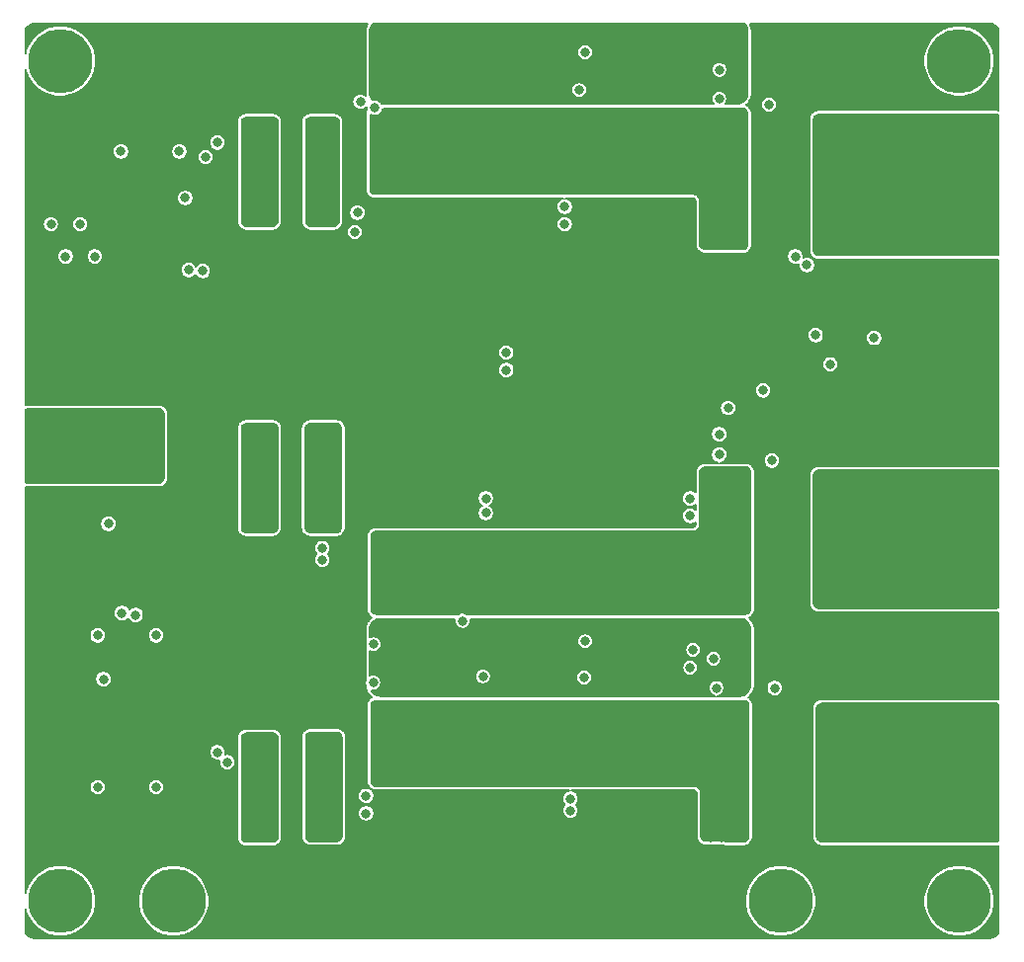
<source format=gbl>
G04 This is an RS-274x file exported by *
G04 gerbv version 2.6A *
G04 More information is available about gerbv at *
G04 http://gerbv.geda-project.org/ *
G04 --End of header info--*
%MOIN*%
%FSLAX34Y34*%
%IPPOS*%
G04 --Define apertures--*
%ADD10R,0.0669X0.0512*%
%ADD11C,0.2165*%
%ADD12C,0.0315*%
%ADD13C,0.2520*%
%ADD14O,0.0689X0.0472*%
%ADD15C,0.0039*%
%ADD16C,0.0472*%
%ADD17C,0.0344*%
%ADD18R,0.0433X0.0512*%
%ADD19R,0.1654X0.1299*%
%ADD20R,0.1850X0.0610*%
%ADD21R,0.0394X0.0394*%
%ADD22R,0.0551X0.0394*%
%ADD23O,0.0394X0.0394*%
%ADD24R,0.0394X0.1240*%
%ADD25C,0.0492*%
%ADD26C,0.0177*%
%ADD27C,0.0157*%
%ADD28C,0.0098*%
%ADD29C,0.0059*%
%ADD30C,0.0079*%
G04 --Start main section--*
G54D11*
G01X0048031Y-070276D03*
G01X0027559Y-070276D03*
G01X0023740Y-070276D03*
G01X0054055Y-070276D03*
G01X0054055Y-041929D03*
G01X0023740Y-041929D03*
G54D12*
G01X0040137Y-061340D03*
G01X0039469Y-061063D03*
G01X0038800Y-061340D03*
G01X0038524Y-062008D03*
G01X0038800Y-062676D03*
G01X0039469Y-062953D03*
G01X0040137Y-062676D03*
G01X0040413Y-062008D03*
G54D13*
G01X0039469Y-062008D03*
G54D12*
G01X0039940Y-041359D03*
G01X0039272Y-041083D03*
G01X0038604Y-041359D03*
G01X0038327Y-042028D03*
G01X0038604Y-042696D03*
G01X0039272Y-042972D03*
G01X0039940Y-042696D03*
G01X0040217Y-042028D03*
G54D13*
G01X0039272Y-042028D03*
G54D19*
G01X0042913Y-064348D03*
G54D20*
G01X0042913Y-065211D03*
G54D21*
G01X0044039Y-065309D03*
G01X0044039Y-063892D03*
G01X0042150Y-065703D03*
G01X0041795Y-065663D03*
G01X0041795Y-065309D03*
G01X0041795Y-064959D03*
G01X0041795Y-064604D03*
G01X0041795Y-064250D03*
G01X0041795Y-063892D03*
G01X0044039Y-065663D03*
G01X0044039Y-064250D03*
G01X0044039Y-064604D03*
G01X0044039Y-064959D03*
G01X0043681Y-065703D03*
G54D22*
G01X0042913Y-065703D03*
G54D21*
G01X0043331Y-065703D03*
G01X0042500Y-065703D03*
G01X0041437Y-065663D03*
G01X0041437Y-064250D03*
G01X0041437Y-064959D03*
G01X0041437Y-064604D03*
G01X0041437Y-063892D03*
G01X0041437Y-065309D03*
G01X0041437Y-066022D03*
G01X0044390Y-064604D03*
G01X0044390Y-063892D03*
G01X0044390Y-064250D03*
G01X0044390Y-065309D03*
G01X0044390Y-064959D03*
G01X0044390Y-065663D03*
G01X0044390Y-066022D03*
G01X0041831Y-066022D03*
G01X0043681Y-066022D03*
G01X0042150Y-066022D03*
G01X0043331Y-066022D03*
G01X0044039Y-066022D03*
G54D22*
G01X0042913Y-066022D03*
G54D21*
G01X0042500Y-066022D03*
G54D19*
G01X0042913Y-069270D03*
G54D20*
G01X0042913Y-070132D03*
G54D21*
G01X0044039Y-070230D03*
G01X0044039Y-068813D03*
G01X0042150Y-070624D03*
G01X0041795Y-070585D03*
G01X0041795Y-070230D03*
G01X0041795Y-069880D03*
G01X0041795Y-069526D03*
G01X0041795Y-069171D03*
G01X0041795Y-068813D03*
G01X0044039Y-070585D03*
G01X0044039Y-069171D03*
G01X0044039Y-069526D03*
G01X0044039Y-069880D03*
G01X0043681Y-070624D03*
G54D22*
G01X0042913Y-070624D03*
G54D21*
G01X0043331Y-070624D03*
G01X0042500Y-070624D03*
G01X0041437Y-070585D03*
G01X0041437Y-069171D03*
G01X0041437Y-069880D03*
G01X0041437Y-069526D03*
G01X0041437Y-068813D03*
G01X0041437Y-070230D03*
G01X0041437Y-070943D03*
G01X0044390Y-069526D03*
G01X0044390Y-068813D03*
G01X0044390Y-069171D03*
G01X0044390Y-070230D03*
G01X0044390Y-069880D03*
G01X0044390Y-070585D03*
G01X0044390Y-070943D03*
G01X0041831Y-070943D03*
G01X0043681Y-070943D03*
G01X0042150Y-070943D03*
G01X0043331Y-070943D03*
G01X0044039Y-070943D03*
G54D22*
G01X0042913Y-070943D03*
G54D21*
G01X0042500Y-070943D03*
G54D19*
G01X0036024Y-064348D03*
G54D20*
G01X0036024Y-065211D03*
G54D21*
G01X0037150Y-065309D03*
G01X0037150Y-063892D03*
G01X0035260Y-065703D03*
G01X0034906Y-065663D03*
G01X0034906Y-065309D03*
G01X0034906Y-064959D03*
G01X0034906Y-064604D03*
G01X0034906Y-064250D03*
G01X0034906Y-063892D03*
G01X0037150Y-065663D03*
G01X0037150Y-064250D03*
G01X0037150Y-064604D03*
G01X0037150Y-064959D03*
G01X0036791Y-065703D03*
G54D22*
G01X0036024Y-065703D03*
G54D21*
G01X0036441Y-065703D03*
G01X0035610Y-065703D03*
G01X0034547Y-065663D03*
G01X0034547Y-064250D03*
G01X0034547Y-064959D03*
G01X0034547Y-064604D03*
G01X0034547Y-063892D03*
G01X0034547Y-065309D03*
G01X0034547Y-066022D03*
G01X0037500Y-064604D03*
G01X0037500Y-063892D03*
G01X0037500Y-064250D03*
G01X0037500Y-065309D03*
G01X0037500Y-064959D03*
G01X0037500Y-065663D03*
G01X0037500Y-066022D03*
G01X0034941Y-066022D03*
G01X0036791Y-066022D03*
G01X0035260Y-066022D03*
G01X0036441Y-066022D03*
G01X0037150Y-066022D03*
G54D22*
G01X0036024Y-066022D03*
G54D21*
G01X0035610Y-066022D03*
G54D19*
G01X0036024Y-069270D03*
G54D20*
G01X0036024Y-070132D03*
G54D21*
G01X0037150Y-070230D03*
G01X0037150Y-068813D03*
G01X0035260Y-070624D03*
G01X0034906Y-070585D03*
G01X0034906Y-070230D03*
G01X0034906Y-069880D03*
G01X0034906Y-069526D03*
G01X0034906Y-069171D03*
G01X0034906Y-068813D03*
G01X0037150Y-070585D03*
G01X0037150Y-069171D03*
G01X0037150Y-069526D03*
G01X0037150Y-069880D03*
G01X0036791Y-070624D03*
G54D22*
G01X0036024Y-070624D03*
G54D21*
G01X0036441Y-070624D03*
G01X0035610Y-070624D03*
G01X0034547Y-070585D03*
G01X0034547Y-069171D03*
G01X0034547Y-069880D03*
G01X0034547Y-069526D03*
G01X0034547Y-068813D03*
G01X0034547Y-070230D03*
G01X0034547Y-070943D03*
G01X0037500Y-069526D03*
G01X0037500Y-068813D03*
G01X0037500Y-069171D03*
G01X0037500Y-070230D03*
G01X0037500Y-069880D03*
G01X0037500Y-070585D03*
G01X0037500Y-070943D03*
G01X0034941Y-070943D03*
G01X0036791Y-070943D03*
G01X0035260Y-070943D03*
G01X0036441Y-070943D03*
G01X0037150Y-070943D03*
G54D22*
G01X0036024Y-070943D03*
G54D21*
G01X0035610Y-070943D03*
G54D19*
G01X0042929Y-059831D03*
G54D20*
G01X0042929Y-058969D03*
G54D21*
G01X0041803Y-058870D03*
G01X0041803Y-060287D03*
G01X0043693Y-058476D03*
G01X0044047Y-058516D03*
G01X0044047Y-058870D03*
G01X0044047Y-059220D03*
G01X0044047Y-059575D03*
G01X0044047Y-059929D03*
G01X0044047Y-060287D03*
G01X0041803Y-058516D03*
G01X0041803Y-059929D03*
G01X0041803Y-059575D03*
G01X0041803Y-059220D03*
G01X0042161Y-058476D03*
G54D22*
G01X0042929Y-058476D03*
G54D21*
G01X0042512Y-058476D03*
G01X0043343Y-058476D03*
G01X0044406Y-058516D03*
G01X0044406Y-059929D03*
G01X0044406Y-059220D03*
G01X0044406Y-059575D03*
G01X0044406Y-060287D03*
G01X0044406Y-058870D03*
G01X0044406Y-058157D03*
G01X0041453Y-059575D03*
G01X0041453Y-060287D03*
G01X0041453Y-059929D03*
G01X0041453Y-058870D03*
G01X0041453Y-059220D03*
G01X0041453Y-058516D03*
G01X0041453Y-058157D03*
G01X0044012Y-058157D03*
G01X0042161Y-058157D03*
G01X0043693Y-058157D03*
G01X0042512Y-058157D03*
G01X0041803Y-058157D03*
G54D22*
G01X0042929Y-058157D03*
G54D21*
G01X0043343Y-058157D03*
G54D19*
G01X0042929Y-054770D03*
G54D20*
G01X0042929Y-053907D03*
G54D21*
G01X0041803Y-053809D03*
G01X0041803Y-055226D03*
G01X0043693Y-053415D03*
G01X0044047Y-053455D03*
G01X0044047Y-053809D03*
G01X0044047Y-054159D03*
G01X0044047Y-054514D03*
G01X0044047Y-054868D03*
G01X0044047Y-055226D03*
G01X0041803Y-053455D03*
G01X0041803Y-054868D03*
G01X0041803Y-054514D03*
G01X0041803Y-054159D03*
G01X0042161Y-053415D03*
G54D22*
G01X0042929Y-053415D03*
G54D21*
G01X0042512Y-053415D03*
G01X0043343Y-053415D03*
G01X0044406Y-053455D03*
G01X0044406Y-054868D03*
G01X0044406Y-054159D03*
G01X0044406Y-054514D03*
G01X0044406Y-055226D03*
G01X0044406Y-053809D03*
G01X0044406Y-053096D03*
G01X0041453Y-054514D03*
G01X0041453Y-055226D03*
G01X0041453Y-054868D03*
G01X0041453Y-053809D03*
G01X0041453Y-054159D03*
G01X0041453Y-053455D03*
G01X0041453Y-053096D03*
G01X0044012Y-053096D03*
G01X0042161Y-053096D03*
G01X0043693Y-053096D03*
G01X0042512Y-053096D03*
G01X0041803Y-053096D03*
G54D22*
G01X0042929Y-053096D03*
G54D21*
G01X0043343Y-053096D03*
G54D19*
G01X0036039Y-059864D03*
G54D20*
G01X0036039Y-059002D03*
G54D21*
G01X0034913Y-058904D03*
G01X0034913Y-060321D03*
G01X0036803Y-058510D03*
G01X0037157Y-058549D03*
G01X0037157Y-058904D03*
G01X0037157Y-059254D03*
G01X0037157Y-059608D03*
G01X0037157Y-059963D03*
G01X0037157Y-060321D03*
G01X0034913Y-058549D03*
G01X0034913Y-059963D03*
G01X0034913Y-059608D03*
G01X0034913Y-059254D03*
G01X0035272Y-058510D03*
G54D22*
G01X0036039Y-058510D03*
G54D21*
G01X0035622Y-058510D03*
G01X0036453Y-058510D03*
G01X0037516Y-058549D03*
G01X0037516Y-059963D03*
G01X0037516Y-059254D03*
G01X0037516Y-059608D03*
G01X0037516Y-060321D03*
G01X0037516Y-058904D03*
G01X0037516Y-058191D03*
G01X0034563Y-059608D03*
G01X0034563Y-060321D03*
G01X0034563Y-059963D03*
G01X0034563Y-058904D03*
G01X0034563Y-059254D03*
G01X0034563Y-058549D03*
G01X0034563Y-058191D03*
G01X0037122Y-058191D03*
G01X0035272Y-058191D03*
G01X0036803Y-058191D03*
G01X0035622Y-058191D03*
G01X0034913Y-058191D03*
G54D22*
G01X0036039Y-058191D03*
G54D21*
G01X0036453Y-058191D03*
G54D19*
G01X0036039Y-054744D03*
G54D20*
G01X0036039Y-053882D03*
G54D21*
G01X0034913Y-053783D03*
G01X0034913Y-055201D03*
G01X0036803Y-053390D03*
G01X0037157Y-053429D03*
G01X0037157Y-053783D03*
G01X0037157Y-054134D03*
G01X0037157Y-054488D03*
G01X0037157Y-054843D03*
G01X0037157Y-055201D03*
G01X0034913Y-053429D03*
G01X0034913Y-054843D03*
G01X0034913Y-054488D03*
G01X0034913Y-054134D03*
G01X0035272Y-053390D03*
G54D22*
G01X0036039Y-053390D03*
G54D21*
G01X0035622Y-053390D03*
G01X0036453Y-053390D03*
G01X0037516Y-053429D03*
G01X0037516Y-054843D03*
G01X0037516Y-054134D03*
G01X0037516Y-054488D03*
G01X0037516Y-055201D03*
G01X0037516Y-053783D03*
G01X0037516Y-053071D03*
G01X0034563Y-054488D03*
G01X0034563Y-055201D03*
G01X0034563Y-054843D03*
G01X0034563Y-053783D03*
G01X0034563Y-054134D03*
G01X0034563Y-053429D03*
G01X0034563Y-053071D03*
G01X0037122Y-053071D03*
G01X0035272Y-053071D03*
G01X0036803Y-053071D03*
G01X0035622Y-053071D03*
G01X0034913Y-053071D03*
G54D22*
G01X0036039Y-053071D03*
G54D21*
G01X0036453Y-053071D03*
G54D19*
G01X0042913Y-044467D03*
G54D20*
G01X0042913Y-045329D03*
G54D21*
G01X0044039Y-045427D03*
G01X0044039Y-044010D03*
G01X0042150Y-045821D03*
G01X0041795Y-045781D03*
G01X0041795Y-045427D03*
G01X0041795Y-045077D03*
G01X0041795Y-044722D03*
G01X0041795Y-044368D03*
G01X0041795Y-044010D03*
G01X0044039Y-045781D03*
G01X0044039Y-044368D03*
G01X0044039Y-044722D03*
G01X0044039Y-045077D03*
G01X0043681Y-045821D03*
G54D22*
G01X0042913Y-045821D03*
G54D21*
G01X0043331Y-045821D03*
G01X0042500Y-045821D03*
G01X0041437Y-045781D03*
G01X0041437Y-044368D03*
G01X0041437Y-045077D03*
G01X0041437Y-044722D03*
G01X0041437Y-044010D03*
G01X0041437Y-045427D03*
G01X0041437Y-046140D03*
G01X0044390Y-044722D03*
G01X0044390Y-044010D03*
G01X0044390Y-044368D03*
G01X0044390Y-045427D03*
G01X0044390Y-045077D03*
G01X0044390Y-045781D03*
G01X0044390Y-046140D03*
G01X0041831Y-046140D03*
G01X0043681Y-046140D03*
G01X0042150Y-046140D03*
G01X0043331Y-046140D03*
G01X0044039Y-046140D03*
G54D22*
G01X0042913Y-046140D03*
G54D21*
G01X0042500Y-046140D03*
G54D19*
G01X0042913Y-049427D03*
G54D20*
G01X0042913Y-050289D03*
G54D21*
G01X0044039Y-050388D03*
G01X0044039Y-048970D03*
G01X0042150Y-050781D03*
G01X0041795Y-050742D03*
G01X0041795Y-050388D03*
G01X0041795Y-050037D03*
G01X0041795Y-049683D03*
G01X0041795Y-049329D03*
G01X0041795Y-048970D03*
G01X0044039Y-050742D03*
G01X0044039Y-049329D03*
G01X0044039Y-049683D03*
G01X0044039Y-050037D03*
G01X0043681Y-050781D03*
G54D22*
G01X0042913Y-050781D03*
G54D21*
G01X0043331Y-050781D03*
G01X0042500Y-050781D03*
G01X0041437Y-050742D03*
G01X0041437Y-049329D03*
G01X0041437Y-050037D03*
G01X0041437Y-049683D03*
G01X0041437Y-048970D03*
G01X0041437Y-050388D03*
G01X0041437Y-051100D03*
G01X0044390Y-049683D03*
G01X0044390Y-048970D03*
G01X0044390Y-049329D03*
G01X0044390Y-050388D03*
G01X0044390Y-050037D03*
G01X0044390Y-050742D03*
G01X0044390Y-051100D03*
G01X0041831Y-051100D03*
G01X0043681Y-051100D03*
G01X0042150Y-051100D03*
G01X0043331Y-051100D03*
G01X0044039Y-051100D03*
G54D22*
G01X0042913Y-051100D03*
G54D21*
G01X0042500Y-051100D03*
G54D19*
G01X0036024Y-044467D03*
G54D20*
G01X0036024Y-045329D03*
G54D21*
G01X0037150Y-045427D03*
G01X0037150Y-044010D03*
G01X0035260Y-045821D03*
G01X0034906Y-045781D03*
G01X0034906Y-045427D03*
G01X0034906Y-045077D03*
G01X0034906Y-044722D03*
G01X0034906Y-044368D03*
G01X0034906Y-044010D03*
G01X0037150Y-045781D03*
G01X0037150Y-044368D03*
G01X0037150Y-044722D03*
G01X0037150Y-045077D03*
G01X0036791Y-045821D03*
G54D22*
G01X0036024Y-045821D03*
G54D21*
G01X0036441Y-045821D03*
G01X0035610Y-045821D03*
G01X0034547Y-045781D03*
G01X0034547Y-044368D03*
G01X0034547Y-045077D03*
G01X0034547Y-044722D03*
G01X0034547Y-044010D03*
G01X0034547Y-045427D03*
G01X0034547Y-046140D03*
G01X0037500Y-044722D03*
G01X0037500Y-044010D03*
G01X0037500Y-044368D03*
G01X0037500Y-045427D03*
G01X0037500Y-045077D03*
G01X0037500Y-045781D03*
G01X0037500Y-046140D03*
G01X0034941Y-046140D03*
G01X0036791Y-046140D03*
G01X0035260Y-046140D03*
G01X0036441Y-046140D03*
G01X0037150Y-046140D03*
G54D22*
G01X0036024Y-046140D03*
G54D21*
G01X0035610Y-046140D03*
G54D19*
G01X0036024Y-049427D03*
G54D20*
G01X0036024Y-050289D03*
G54D21*
G01X0037150Y-050388D03*
G01X0037150Y-048970D03*
G01X0035260Y-050781D03*
G01X0034906Y-050742D03*
G01X0034906Y-050388D03*
G01X0034906Y-050037D03*
G01X0034906Y-049683D03*
G01X0034906Y-049329D03*
G01X0034906Y-048970D03*
G01X0037150Y-050742D03*
G01X0037150Y-049329D03*
G01X0037150Y-049683D03*
G01X0037150Y-050037D03*
G01X0036791Y-050781D03*
G54D22*
G01X0036024Y-050781D03*
G54D21*
G01X0036441Y-050781D03*
G01X0035610Y-050781D03*
G01X0034547Y-050742D03*
G01X0034547Y-049329D03*
G01X0034547Y-050037D03*
G01X0034547Y-049683D03*
G01X0034547Y-048970D03*
G01X0034547Y-050388D03*
G01X0034547Y-051100D03*
G01X0037500Y-049683D03*
G01X0037500Y-048970D03*
G01X0037500Y-049329D03*
G01X0037500Y-050388D03*
G01X0037500Y-050037D03*
G01X0037500Y-050742D03*
G01X0037500Y-051100D03*
G01X0034941Y-051100D03*
G01X0036791Y-051100D03*
G01X0035260Y-051100D03*
G01X0036441Y-051100D03*
G01X0037150Y-051100D03*
G54D22*
G01X0036024Y-051100D03*
G54D21*
G01X0035610Y-051100D03*
G54D12*
G01X0030110Y-054437D03*
G01X0032236Y-055854D03*
G01X0030110Y-056209D03*
G01X0030465Y-056209D03*
G01X0032591Y-055500D03*
G01X0030465Y-055146D03*
G01X0030819Y-055146D03*
G01X0032591Y-055146D03*
G01X0030110Y-055500D03*
G01X0032945Y-055500D03*
G01X0032591Y-055854D03*
G01X0030110Y-055146D03*
G01X0030819Y-055854D03*
G01X0030465Y-054791D03*
G01X0032236Y-056209D03*
G01X0032591Y-056209D03*
G01X0030465Y-056563D03*
G01X0032945Y-055854D03*
G01X0030110Y-055854D03*
G01X0032945Y-054791D03*
G01X0030819Y-056209D03*
G01X0030819Y-055500D03*
G01X0030110Y-054791D03*
G01X0032591Y-054791D03*
G01X0032236Y-055146D03*
G01X0030819Y-056563D03*
G01X0030465Y-054437D03*
G01X0030110Y-056563D03*
G01X0032236Y-056563D03*
G01X0032591Y-056563D03*
G01X0032945Y-056209D03*
G01X0032945Y-056563D03*
G01X0032236Y-054437D03*
G01X0030819Y-054791D03*
G01X0032945Y-054437D03*
G01X0032945Y-055146D03*
G01X0030819Y-054437D03*
G01X0032591Y-054437D03*
G01X0032236Y-054791D03*
G01X0030465Y-055500D03*
G01X0032236Y-055500D03*
G01X0030465Y-055854D03*
G01X0032236Y-057272D03*
G01X0030110Y-057626D03*
G01X0030465Y-057626D03*
G01X0032236Y-057626D03*
G01X0032945Y-057626D03*
G01X0032945Y-056917D03*
G01X0032945Y-057272D03*
G01X0032236Y-056917D03*
G01X0032591Y-057272D03*
G01X0030819Y-056917D03*
G01X0030819Y-057626D03*
G01X0032591Y-056917D03*
G01X0030110Y-057272D03*
G01X0032591Y-057626D03*
G01X0030110Y-056917D03*
G01X0030465Y-056917D03*
G01X0030819Y-057272D03*
G01X0030465Y-057272D03*
G01X0030110Y-064870D03*
G01X0032236Y-066287D03*
G01X0030110Y-066642D03*
G01X0030465Y-066642D03*
G01X0032591Y-065933D03*
G01X0030465Y-065579D03*
G01X0030819Y-065579D03*
G01X0032591Y-065579D03*
G01X0030110Y-065933D03*
G01X0032945Y-065933D03*
G01X0032591Y-066287D03*
G01X0030110Y-065579D03*
G01X0030819Y-066287D03*
G01X0030465Y-065224D03*
G01X0032236Y-066642D03*
G01X0032591Y-066642D03*
G01X0030465Y-066996D03*
G01X0032945Y-066287D03*
G01X0030110Y-066287D03*
G01X0032945Y-065224D03*
G01X0030819Y-066642D03*
G01X0030819Y-065933D03*
G01X0030110Y-065224D03*
G01X0032591Y-065224D03*
G01X0032236Y-065579D03*
G01X0030819Y-066996D03*
G01X0030465Y-064870D03*
G01X0030110Y-066996D03*
G01X0032236Y-066996D03*
G01X0032591Y-066996D03*
G01X0032945Y-066642D03*
G01X0032945Y-066996D03*
G01X0032236Y-064870D03*
G01X0030819Y-065224D03*
G01X0032945Y-064870D03*
G01X0032945Y-065579D03*
G01X0030819Y-064870D03*
G01X0032591Y-064870D03*
G01X0032236Y-065224D03*
G01X0030465Y-065933D03*
G01X0032236Y-065933D03*
G01X0030465Y-066287D03*
G01X0032236Y-067705D03*
G01X0030110Y-068059D03*
G01X0030465Y-068059D03*
G01X0032236Y-068059D03*
G01X0032945Y-068059D03*
G01X0032945Y-067350D03*
G01X0032945Y-067705D03*
G01X0032236Y-067350D03*
G01X0032591Y-067705D03*
G01X0030819Y-067350D03*
G01X0030819Y-068059D03*
G01X0032591Y-067350D03*
G01X0030110Y-067705D03*
G01X0032591Y-068059D03*
G01X0030110Y-067350D03*
G01X0030465Y-067350D03*
G01X0030819Y-067705D03*
G01X0030465Y-067705D03*
G01X0030102Y-044114D03*
G01X0030457Y-044114D03*
G01X0030811Y-044114D03*
G01X0032228Y-044114D03*
G01X0032583Y-044114D03*
G01X0032937Y-044114D03*
G01X0030102Y-044469D03*
G01X0030457Y-044469D03*
G01X0030811Y-044469D03*
G01X0032228Y-044469D03*
G01X0032583Y-044469D03*
G01X0032937Y-044469D03*
G01X0030102Y-044823D03*
G01X0030457Y-044823D03*
G01X0030811Y-044823D03*
G01X0032228Y-044823D03*
G01X0032583Y-044823D03*
G01X0032937Y-044823D03*
G01X0030102Y-045177D03*
G01X0030457Y-045177D03*
G01X0030811Y-045177D03*
G01X0032228Y-045177D03*
G01X0032583Y-045177D03*
G01X0032937Y-045177D03*
G01X0030102Y-045531D03*
G01X0030457Y-045531D03*
G01X0030811Y-045531D03*
G01X0032228Y-045531D03*
G01X0032583Y-045531D03*
G01X0032937Y-045531D03*
G01X0030102Y-045886D03*
G01X0030457Y-045886D03*
G01X0030811Y-045886D03*
G01X0032228Y-045886D03*
G01X0032583Y-045886D03*
G01X0032937Y-045886D03*
G01X0030102Y-046240D03*
G01X0030457Y-046240D03*
G01X0030811Y-046240D03*
G01X0032228Y-046240D03*
G01X0032583Y-046240D03*
G01X0032937Y-046240D03*
G01X0030102Y-046594D03*
G01X0030457Y-046594D03*
G01X0030811Y-046594D03*
G01X0032228Y-046594D03*
G01X0032583Y-046594D03*
G01X0032937Y-046594D03*
G01X0030102Y-046949D03*
G01X0030457Y-046949D03*
G01X0030811Y-046949D03*
G01X0032228Y-046949D03*
G01X0032583Y-046949D03*
G01X0032937Y-046949D03*
G01X0030102Y-047303D03*
G01X0030457Y-047303D03*
G01X0030811Y-047303D03*
G01X0032228Y-047303D03*
G01X0032583Y-047303D03*
G01X0032937Y-047303D03*
G01X0025925Y-055256D03*
G01X0023445Y-055610D03*
G01X0025571Y-055610D03*
G01X0023091Y-055610D03*
G01X0026988Y-055610D03*
G01X0022736Y-055965D03*
G01X0024508Y-055610D03*
G01X0024508Y-055965D03*
G01X0024862Y-055965D03*
G01X0026280Y-055965D03*
G01X0023799Y-055610D03*
G01X0025217Y-055610D03*
G01X0026634Y-055610D03*
G01X0025925Y-055610D03*
G01X0024154Y-055256D03*
G01X0024508Y-055256D03*
G01X0024862Y-055610D03*
G01X0025217Y-055965D03*
G01X0025925Y-055965D03*
G01X0025571Y-055965D03*
G01X0026634Y-055256D03*
G01X0026988Y-055965D03*
G01X0024862Y-055256D03*
G01X0026280Y-055610D03*
G01X0023799Y-055965D03*
G01X0022736Y-055610D03*
G01X0025217Y-055256D03*
G01X0024154Y-055610D03*
G01X0025571Y-055256D03*
G01X0023091Y-055965D03*
G01X0024154Y-055965D03*
G01X0026988Y-055256D03*
G01X0026634Y-055965D03*
G01X0023445Y-055965D03*
G01X0026280Y-055256D03*
G01X0026988Y-054547D03*
G01X0025217Y-053839D03*
G01X0023091Y-054902D03*
G01X0023445Y-054902D03*
G01X0023799Y-054902D03*
G01X0026280Y-054193D03*
G01X0022736Y-054547D03*
G01X0024154Y-054902D03*
G01X0024508Y-054902D03*
G01X0024862Y-054902D03*
G01X0025217Y-054902D03*
G01X0025571Y-054902D03*
G01X0024862Y-054547D03*
G01X0025571Y-053839D03*
G01X0025925Y-054193D03*
G01X0024154Y-053839D03*
G01X0025217Y-054193D03*
G01X0022736Y-054193D03*
G01X0025925Y-054547D03*
G01X0023445Y-053839D03*
G01X0025571Y-054193D03*
G01X0023799Y-053839D03*
G01X0024508Y-054193D03*
G01X0026634Y-054193D03*
G01X0026988Y-054193D03*
G01X0026634Y-054547D03*
G01X0025217Y-054547D03*
G01X0023445Y-054547D03*
G01X0022736Y-054902D03*
G01X0022736Y-053839D03*
G01X0024862Y-053839D03*
G01X0023799Y-054193D03*
G01X0023799Y-054547D03*
G01X0025925Y-053839D03*
G01X0023091Y-054547D03*
G01X0024508Y-053839D03*
G01X0024862Y-054193D03*
G01X0023445Y-054193D03*
G01X0023091Y-054193D03*
G01X0024508Y-054547D03*
G01X0025571Y-054547D03*
G01X0026280Y-054547D03*
G01X0024154Y-054547D03*
G01X0026634Y-053839D03*
G01X0023091Y-053839D03*
G01X0026988Y-053839D03*
G01X0024154Y-054193D03*
G01X0026280Y-053839D03*
G01X0026988Y-054902D03*
G01X0023799Y-055256D03*
G01X0026280Y-054902D03*
G01X0026634Y-054902D03*
G01X0023091Y-055256D03*
G01X0023445Y-055256D03*
G01X0022736Y-055256D03*
G01X0025925Y-054902D03*
G01X0035433Y-040846D03*
G01X0035787Y-040846D03*
G01X0036142Y-040846D03*
G01X0036496Y-040846D03*
G01X0036850Y-040846D03*
G01X0035433Y-041201D03*
G01X0035787Y-041201D03*
G01X0036142Y-041201D03*
G01X0036496Y-041201D03*
G01X0036850Y-041201D03*
G01X0035433Y-041555D03*
G01X0035787Y-041555D03*
G01X0036142Y-041555D03*
G01X0036496Y-041555D03*
G01X0036850Y-041555D03*
G01X0035433Y-041909D03*
G01X0035787Y-041909D03*
G01X0036142Y-041909D03*
G01X0036496Y-041909D03*
G01X0036850Y-041909D03*
G01X0035433Y-042264D03*
G01X0035787Y-042264D03*
G01X0036142Y-042264D03*
G01X0036496Y-042264D03*
G01X0036850Y-042264D03*
G01X0035433Y-042618D03*
G01X0035787Y-042618D03*
G01X0036142Y-042618D03*
G01X0036496Y-042618D03*
G01X0036850Y-042618D03*
G01X0043740Y-040846D03*
G01X0043386Y-041201D03*
G01X0043031Y-041201D03*
G01X0043740Y-041201D03*
G01X0043031Y-040846D03*
G01X0042677Y-041201D03*
G01X0042323Y-041555D03*
G01X0043386Y-040846D03*
G01X0043031Y-041555D03*
G01X0042677Y-040846D03*
G01X0043386Y-041555D03*
G01X0043740Y-041555D03*
G01X0042323Y-041201D03*
G01X0042677Y-041909D03*
G01X0042323Y-041909D03*
G01X0043386Y-041909D03*
G01X0043031Y-041909D03*
G01X0042677Y-041555D03*
G01X0043740Y-042264D03*
G01X0042323Y-042618D03*
G01X0042677Y-042618D03*
G01X0043031Y-042618D03*
G01X0043386Y-042618D03*
G01X0042323Y-042264D03*
G01X0042677Y-042264D03*
G01X0043740Y-041909D03*
G01X0043386Y-042264D03*
G01X0043740Y-042618D03*
G01X0043031Y-042264D03*
G01X0042323Y-040846D03*
G01X0042224Y-061870D03*
G01X0043287Y-061870D03*
G01X0043287Y-062224D03*
G01X0042933Y-062224D03*
G01X0042933Y-062579D03*
G01X0042579Y-062224D03*
G01X0043287Y-061516D03*
G01X0043642Y-062224D03*
G01X0042933Y-061870D03*
G01X0042224Y-061516D03*
G01X0042579Y-061870D03*
G01X0042933Y-061516D03*
G01X0043642Y-062579D03*
G01X0042579Y-062579D03*
G01X0042579Y-061516D03*
G01X0043287Y-062579D03*
G01X0035236Y-061870D03*
G01X0036299Y-061870D03*
G01X0035591Y-062224D03*
G01X0035945Y-062579D03*
G01X0036654Y-062224D03*
G01X0035236Y-062579D03*
G01X0035945Y-062224D03*
G01X0035945Y-061870D03*
G01X0036299Y-062224D03*
G01X0035236Y-061516D03*
G01X0036299Y-061516D03*
G01X0035591Y-061516D03*
G01X0035236Y-062224D03*
G01X0036654Y-061870D03*
G01X0036299Y-062579D03*
G01X0035945Y-061516D03*
G01X0035591Y-061870D03*
G01X0036654Y-062579D03*
G01X0035591Y-062579D03*
G01X0027953Y-046555D03*
G01X0025197Y-062795D03*
G01X0025364Y-057549D03*
G01X0040748Y-046850D03*
G01X0029035Y-044685D03*
G01X0033760Y-047047D03*
G01X0030110Y-049319D03*
G01X0032236Y-050736D03*
G01X0030110Y-051091D03*
G01X0030465Y-051091D03*
G01X0032591Y-050382D03*
G01X0030465Y-050028D03*
G01X0030819Y-050028D03*
G01X0032591Y-050028D03*
G01X0030110Y-050382D03*
G01X0032945Y-050382D03*
G01X0032591Y-050736D03*
G01X0030110Y-050028D03*
G01X0030819Y-050736D03*
G01X0030465Y-049673D03*
G01X0032236Y-051091D03*
G01X0032591Y-051091D03*
G01X0030465Y-051445D03*
G01X0032945Y-050736D03*
G01X0030110Y-050736D03*
G01X0032945Y-049673D03*
G01X0030819Y-051091D03*
G01X0030819Y-050382D03*
G01X0030110Y-049673D03*
G01X0032591Y-049673D03*
G01X0032236Y-050028D03*
G01X0030819Y-051445D03*
G01X0030465Y-049319D03*
G01X0030110Y-051445D03*
G01X0032236Y-051445D03*
G01X0032591Y-051445D03*
G01X0032945Y-051091D03*
G01X0032945Y-051445D03*
G01X0032236Y-049319D03*
G01X0030819Y-049673D03*
G01X0032945Y-049319D03*
G01X0032945Y-050028D03*
G01X0030819Y-049319D03*
G01X0032591Y-049319D03*
G01X0032236Y-049673D03*
G01X0030465Y-050382D03*
G01X0032236Y-050382D03*
G01X0030465Y-050736D03*
G01X0032236Y-052154D03*
G01X0030110Y-052508D03*
G01X0030465Y-052508D03*
G01X0032236Y-052508D03*
G01X0032945Y-052508D03*
G01X0032945Y-051799D03*
G01X0032945Y-052154D03*
G01X0032236Y-051799D03*
G01X0032591Y-052154D03*
G01X0030819Y-051799D03*
G01X0030819Y-052508D03*
G01X0032591Y-051799D03*
G01X0030110Y-052154D03*
G01X0032591Y-052508D03*
G01X0030110Y-051799D03*
G01X0030465Y-051799D03*
G01X0030819Y-052154D03*
G01X0030465Y-052154D03*
G01X0030110Y-062843D03*
G01X0030465Y-062843D03*
G01X0032236Y-062843D03*
G01X0032945Y-062134D03*
G01X0032236Y-059654D03*
G01X0030465Y-060717D03*
G01X0032945Y-062488D03*
G01X0030110Y-061780D03*
G01X0032236Y-061780D03*
G01X0032945Y-062843D03*
G01X0032945Y-061780D03*
G01X0032945Y-060362D03*
G01X0032236Y-062134D03*
G01X0030819Y-060008D03*
G01X0032591Y-059654D03*
G01X0030819Y-061780D03*
G01X0030465Y-059654D03*
G01X0032591Y-061780D03*
G01X0032945Y-061425D03*
G01X0032945Y-059654D03*
G01X0030465Y-061071D03*
G01X0032236Y-062488D03*
G01X0032236Y-060008D03*
G01X0032236Y-060717D03*
G01X0030819Y-059654D03*
G01X0032591Y-062843D03*
G01X0030110Y-062134D03*
G01X0030465Y-062134D03*
G01X0032591Y-062488D03*
G01X0030110Y-062488D03*
G01X0030819Y-062488D03*
G01X0030465Y-062488D03*
G01X0030819Y-062843D03*
G01X0030819Y-062134D03*
G01X0032591Y-062134D03*
G01X0030110Y-061071D03*
G01X0030465Y-061425D03*
G01X0032591Y-061425D03*
G01X0030819Y-061071D03*
G01X0032591Y-061071D03*
G01X0030465Y-060008D03*
G01X0032591Y-060717D03*
G01X0030110Y-060362D03*
G01X0030819Y-061425D03*
G01X0030110Y-060008D03*
G01X0032945Y-061071D03*
G01X0032591Y-060362D03*
G01X0030819Y-060717D03*
G01X0030110Y-059654D03*
G01X0030110Y-061425D03*
G01X0032945Y-060717D03*
G01X0032236Y-061071D03*
G01X0030465Y-060362D03*
G01X0030819Y-060362D03*
G01X0030110Y-060717D03*
G01X0032236Y-061425D03*
G01X0030465Y-061780D03*
G01X0032945Y-060008D03*
G01X0032591Y-060008D03*
G01X0032236Y-060362D03*
G01X0032945Y-070598D03*
G01X0032236Y-069890D03*
G01X0030110Y-041209D03*
G01X0032236Y-041209D03*
G01X0032945Y-042272D03*
G01X0032945Y-041209D03*
G01X0030110Y-042272D03*
G01X0030465Y-070953D03*
G01X0032945Y-041917D03*
G01X0030465Y-042272D03*
G01X0032236Y-042272D03*
G01X0032945Y-041563D03*
G01X0030819Y-069890D03*
G01X0030110Y-041917D03*
G01X0032591Y-042272D03*
G01X0030465Y-041917D03*
G01X0030819Y-040854D03*
G01X0032591Y-069890D03*
G01X0030819Y-070953D03*
G01X0030465Y-040854D03*
G01X0030110Y-040854D03*
G01X0032945Y-070953D03*
G01X0030110Y-070953D03*
G01X0032945Y-070244D03*
G01X0032591Y-041917D03*
G01X0032236Y-070953D03*
G01X0030819Y-042272D03*
G01X0032236Y-070244D03*
G01X0032945Y-071307D03*
G01X0030819Y-041209D03*
G01X0030465Y-071307D03*
G01X0032945Y-040854D03*
G01X0032945Y-069890D03*
G01X0032591Y-041563D03*
G01X0032591Y-071307D03*
G01X0032591Y-070598D03*
G01X0030465Y-070244D03*
G01X0030110Y-071307D03*
G01X0032236Y-041917D03*
G01X0030110Y-069890D03*
G01X0030465Y-069890D03*
G01X0032236Y-041563D03*
G01X0030819Y-041917D03*
G01X0030819Y-071307D03*
G01X0030819Y-070244D03*
G01X0030110Y-070598D03*
G01X0030465Y-070598D03*
G01X0032236Y-040854D03*
G01X0030819Y-041563D03*
G01X0030110Y-041563D03*
G01X0032591Y-041209D03*
G01X0030465Y-041563D03*
G01X0032591Y-070953D03*
G01X0030110Y-070244D03*
G01X0030819Y-070598D03*
G01X0030465Y-041209D03*
G01X0032591Y-070244D03*
G01X0032236Y-070598D03*
G01X0032236Y-071307D03*
G01X0032591Y-040854D03*
G01X0022736Y-050098D03*
G01X0023091Y-050098D03*
G01X0023445Y-050098D03*
G01X0023799Y-050098D03*
G01X0024154Y-050098D03*
G01X0024508Y-050098D03*
G01X0024862Y-050098D03*
G01X0025217Y-050098D03*
G01X0025571Y-050098D03*
G01X0025925Y-050098D03*
G01X0026280Y-050098D03*
G01X0026634Y-050098D03*
G01X0026988Y-050098D03*
G01X0022736Y-050453D03*
G01X0023091Y-050453D03*
G01X0023445Y-050453D03*
G01X0023799Y-050453D03*
G01X0024154Y-050453D03*
G01X0024508Y-050453D03*
G01X0024862Y-050453D03*
G01X0025217Y-050453D03*
G01X0025571Y-050453D03*
G01X0025925Y-050453D03*
G01X0026280Y-050453D03*
G01X0026634Y-050453D03*
G01X0026988Y-050453D03*
G01X0022736Y-050807D03*
G01X0023091Y-050807D03*
G01X0023445Y-050807D03*
G01X0023799Y-050807D03*
G01X0024154Y-050807D03*
G01X0024508Y-050807D03*
G01X0024862Y-050807D03*
G01X0025217Y-050807D03*
G01X0025571Y-050807D03*
G01X0025925Y-050807D03*
G01X0026280Y-050807D03*
G01X0026634Y-050807D03*
G01X0026988Y-050807D03*
G01X0022736Y-051161D03*
G01X0023091Y-051161D03*
G01X0023445Y-051161D03*
G01X0023799Y-051161D03*
G01X0024154Y-051161D03*
G01X0024508Y-051161D03*
G01X0024862Y-051161D03*
G01X0025217Y-051161D03*
G01X0025571Y-051161D03*
G01X0025925Y-051161D03*
G01X0026280Y-051161D03*
G01X0026634Y-051161D03*
G01X0026988Y-051161D03*
G01X0022736Y-051516D03*
G01X0023091Y-051516D03*
G01X0023445Y-051516D03*
G01X0023799Y-051516D03*
G01X0024154Y-051516D03*
G01X0024508Y-051516D03*
G01X0024862Y-051516D03*
G01X0025217Y-051516D03*
G01X0025571Y-051516D03*
G01X0025925Y-051516D03*
G01X0026280Y-051516D03*
G01X0026634Y-051516D03*
G01X0026988Y-051516D03*
G01X0022736Y-051870D03*
G01X0023091Y-051870D03*
G01X0023445Y-051870D03*
G01X0023799Y-051870D03*
G01X0024154Y-051870D03*
G01X0024508Y-051870D03*
G01X0024862Y-051870D03*
G01X0025217Y-051870D03*
G01X0025571Y-051870D03*
G01X0025925Y-051870D03*
G01X0026280Y-051870D03*
G01X0026634Y-051870D03*
G01X0026988Y-051870D03*
G01X0022736Y-052224D03*
G01X0023091Y-052224D03*
G01X0023445Y-052224D03*
G01X0023799Y-052224D03*
G01X0024154Y-052224D03*
G01X0024508Y-052224D03*
G01X0024862Y-052224D03*
G01X0025217Y-052224D03*
G01X0025571Y-052224D03*
G01X0025925Y-052224D03*
G01X0026280Y-052224D03*
G01X0026634Y-052224D03*
G01X0026988Y-052224D03*
G01X0045965Y-043209D03*
G01X0048917Y-048819D03*
G01X0045965Y-055217D03*
G01X0045866Y-063091D03*
G01X0045965Y-042224D03*
G01X0048524Y-048524D03*
G01X0045965Y-054528D03*
G01X0045768Y-062106D03*
G01X0044980Y-057283D03*
G01X0038091Y-057185D03*
G01X0032579Y-058760D03*
G01X0040945Y-066831D03*
G01X0034055Y-066732D03*
G01X0029370Y-065594D03*
G01X0023425Y-047441D03*
G01X0028543Y-049016D03*
G01X0025817Y-060561D03*
G01X0023917Y-048524D03*
G01X0024409Y-047441D03*
G01X0028069Y-048984D03*
G01X0026280Y-060630D03*
G01X0024902Y-048524D03*
G01X0038780Y-051772D03*
G01X0051181Y-051280D03*
G01X0038780Y-052362D03*
G01X0049705Y-052165D03*
G01X0047638Y-043406D03*
G01X0049213Y-051181D03*
G01X0046260Y-053642D03*
G01X0047736Y-055413D03*
G01X0047441Y-053051D03*
G01X0047835Y-063091D03*
G01X0050098Y-043996D03*
G01X0050453Y-043996D03*
G01X0050807Y-043996D03*
G01X0051161Y-043996D03*
G01X0051516Y-043996D03*
G01X0051870Y-043996D03*
G01X0052224Y-043996D03*
G01X0052579Y-043996D03*
G01X0052933Y-043996D03*
G01X0053287Y-043996D03*
G01X0053642Y-043996D03*
G01X0053996Y-043996D03*
G01X0054350Y-043996D03*
G01X0054705Y-043996D03*
G01X0055059Y-043996D03*
G01X0050098Y-044350D03*
G01X0050453Y-044350D03*
G01X0050807Y-044350D03*
G01X0051161Y-044350D03*
G01X0051516Y-044350D03*
G01X0051870Y-044350D03*
G01X0052224Y-044350D03*
G01X0052579Y-044350D03*
G01X0052933Y-044350D03*
G01X0053287Y-044350D03*
G01X0053642Y-044350D03*
G01X0053996Y-044350D03*
G01X0054350Y-044350D03*
G01X0054705Y-044350D03*
G01X0055059Y-044350D03*
G01X0050098Y-044705D03*
G01X0050453Y-044705D03*
G01X0050807Y-044705D03*
G01X0051161Y-044705D03*
G01X0051516Y-044705D03*
G01X0051870Y-044705D03*
G01X0052224Y-044705D03*
G01X0052579Y-044705D03*
G01X0052933Y-044705D03*
G01X0053287Y-044705D03*
G01X0053642Y-044705D03*
G01X0053996Y-044705D03*
G01X0054350Y-044705D03*
G01X0054705Y-044705D03*
G01X0055059Y-044705D03*
G01X0050098Y-045059D03*
G01X0050453Y-045059D03*
G01X0050807Y-045059D03*
G01X0051161Y-045059D03*
G01X0051516Y-045059D03*
G01X0051870Y-045059D03*
G01X0052224Y-045059D03*
G01X0052579Y-045059D03*
G01X0052933Y-045059D03*
G01X0053287Y-045059D03*
G01X0053642Y-045059D03*
G01X0053996Y-045059D03*
G01X0054350Y-045059D03*
G01X0054705Y-045059D03*
G01X0055059Y-045059D03*
G01X0050098Y-045413D03*
G01X0050453Y-045413D03*
G01X0050807Y-045413D03*
G01X0051161Y-045413D03*
G01X0051516Y-045413D03*
G01X0051870Y-045413D03*
G01X0052224Y-045413D03*
G01X0052579Y-045413D03*
G01X0052933Y-045413D03*
G01X0053287Y-045413D03*
G01X0053642Y-045413D03*
G01X0053996Y-045413D03*
G01X0054350Y-045413D03*
G01X0054705Y-045413D03*
G01X0055059Y-045413D03*
G01X0050098Y-045768D03*
G01X0050453Y-045768D03*
G01X0050807Y-045768D03*
G01X0051161Y-045768D03*
G01X0051516Y-045768D03*
G01X0051870Y-045768D03*
G01X0052224Y-045768D03*
G01X0052579Y-045768D03*
G01X0052933Y-045768D03*
G01X0053287Y-045768D03*
G01X0053642Y-045768D03*
G01X0053996Y-045768D03*
G01X0054350Y-045768D03*
G01X0054705Y-045768D03*
G01X0055059Y-045768D03*
G01X0050098Y-046122D03*
G01X0050453Y-046122D03*
G01X0050807Y-046122D03*
G01X0051161Y-046122D03*
G01X0051516Y-046122D03*
G01X0051870Y-046122D03*
G01X0052224Y-046122D03*
G01X0052579Y-046122D03*
G01X0052933Y-046122D03*
G01X0053287Y-046122D03*
G01X0053642Y-046122D03*
G01X0053996Y-046122D03*
G01X0054350Y-046122D03*
G01X0054705Y-046122D03*
G01X0055059Y-046122D03*
G01X0050098Y-046476D03*
G01X0050453Y-046476D03*
G01X0050807Y-046476D03*
G01X0051161Y-046476D03*
G01X0051516Y-046476D03*
G01X0051870Y-046476D03*
G01X0052224Y-046476D03*
G01X0052579Y-046476D03*
G01X0052933Y-046476D03*
G01X0053287Y-046476D03*
G01X0053642Y-046476D03*
G01X0053996Y-046476D03*
G01X0054350Y-046476D03*
G01X0054705Y-046476D03*
G01X0055059Y-046476D03*
G01X0050098Y-046831D03*
G01X0050453Y-046831D03*
G01X0050807Y-046831D03*
G01X0051161Y-046831D03*
G01X0051516Y-046831D03*
G01X0051870Y-046831D03*
G01X0052224Y-046831D03*
G01X0052579Y-046831D03*
G01X0052933Y-046831D03*
G01X0053287Y-046831D03*
G01X0053642Y-046831D03*
G01X0053996Y-046831D03*
G01X0054350Y-046831D03*
G01X0054705Y-046831D03*
G01X0055059Y-046831D03*
G01X0050098Y-047185D03*
G01X0050453Y-047185D03*
G01X0050807Y-047185D03*
G01X0051161Y-047185D03*
G01X0051516Y-047185D03*
G01X0051870Y-047185D03*
G01X0052224Y-047185D03*
G01X0052579Y-047185D03*
G01X0052933Y-047185D03*
G01X0053287Y-047185D03*
G01X0053642Y-047185D03*
G01X0053996Y-047185D03*
G01X0054350Y-047185D03*
G01X0054705Y-047185D03*
G01X0055059Y-047185D03*
G01X0050098Y-047539D03*
G01X0050453Y-047539D03*
G01X0050807Y-047539D03*
G01X0051161Y-047539D03*
G01X0051516Y-047539D03*
G01X0051870Y-047539D03*
G01X0052224Y-047539D03*
G01X0052579Y-047539D03*
G01X0052933Y-047539D03*
G01X0053287Y-047539D03*
G01X0053642Y-047539D03*
G01X0053996Y-047539D03*
G01X0054350Y-047539D03*
G01X0054705Y-047539D03*
G01X0055059Y-047539D03*
G01X0050098Y-047894D03*
G01X0050453Y-047894D03*
G01X0050807Y-047894D03*
G01X0051161Y-047894D03*
G01X0051516Y-047894D03*
G01X0051870Y-047894D03*
G01X0052224Y-047894D03*
G01X0052579Y-047894D03*
G01X0052933Y-047894D03*
G01X0053287Y-047894D03*
G01X0053642Y-047894D03*
G01X0053996Y-047894D03*
G01X0054350Y-047894D03*
G01X0054705Y-047894D03*
G01X0055059Y-047894D03*
G01X0050098Y-048248D03*
G01X0050453Y-048248D03*
G01X0050807Y-048248D03*
G01X0051161Y-048248D03*
G01X0051516Y-048248D03*
G01X0051870Y-048248D03*
G01X0052224Y-048248D03*
G01X0052579Y-048248D03*
G01X0052933Y-048248D03*
G01X0053287Y-048248D03*
G01X0053642Y-048248D03*
G01X0053996Y-048248D03*
G01X0054350Y-048248D03*
G01X0054705Y-048248D03*
G01X0055059Y-048248D03*
G01X0054350Y-056260D03*
G01X0052579Y-056260D03*
G01X0053996Y-056260D03*
G01X0051870Y-056260D03*
G01X0053642Y-056260D03*
G01X0052224Y-056260D03*
G01X0050098Y-056614D03*
G01X0054705Y-056260D03*
G01X0055059Y-056260D03*
G01X0050453Y-056614D03*
G01X0053287Y-056260D03*
G01X0052933Y-056260D03*
G01X0050098Y-055906D03*
G01X0052579Y-055906D03*
G01X0050098Y-056260D03*
G01X0053996Y-055906D03*
G01X0053287Y-055906D03*
G01X0054350Y-055906D03*
G01X0050453Y-056260D03*
G01X0050807Y-056260D03*
G01X0055059Y-055906D03*
G01X0051161Y-056260D03*
G01X0051516Y-056260D03*
G01X0054705Y-055906D03*
G01X0052933Y-055906D03*
G01X0053642Y-055906D03*
G01X0055059Y-056614D03*
G01X0051161Y-056969D03*
G01X0050453Y-056969D03*
G01X0051870Y-056969D03*
G01X0053287Y-056969D03*
G01X0050098Y-056969D03*
G01X0050807Y-056969D03*
G01X0051516Y-056969D03*
G01X0052224Y-056969D03*
G01X0052579Y-056969D03*
G01X0052933Y-056969D03*
G01X0053642Y-056969D03*
G01X0053642Y-059449D03*
G01X0052579Y-059803D03*
G01X0052933Y-059803D03*
G01X0050098Y-060157D03*
G01X0053287Y-060157D03*
G01X0051516Y-059803D03*
G01X0052579Y-060157D03*
G01X0055059Y-059449D03*
G01X0055059Y-060157D03*
G01X0055059Y-059803D03*
G01X0054350Y-059803D03*
G01X0051161Y-059803D03*
G01X0052224Y-059449D03*
G01X0053287Y-059449D03*
G01X0050453Y-060157D03*
G01X0052579Y-059449D03*
G01X0051161Y-060157D03*
G01X0051870Y-060157D03*
G01X0052933Y-060157D03*
G01X0053996Y-059803D03*
G01X0052224Y-059803D03*
G01X0052224Y-060157D03*
G01X0051516Y-060157D03*
G01X0054705Y-059449D03*
G01X0053287Y-059803D03*
G01X0053642Y-060157D03*
G01X0053996Y-060157D03*
G01X0052933Y-059449D03*
G01X0050453Y-059803D03*
G01X0054350Y-060157D03*
G01X0054705Y-060157D03*
G01X0050807Y-059803D03*
G01X0054705Y-059803D03*
G01X0053642Y-059803D03*
G01X0053996Y-059449D03*
G01X0050807Y-060157D03*
G01X0050098Y-059803D03*
G01X0051870Y-059803D03*
G01X0054350Y-059449D03*
G01X0050807Y-055906D03*
G01X0050453Y-055906D03*
G01X0052224Y-055906D03*
G01X0051870Y-055906D03*
G01X0051161Y-055906D03*
G01X0051516Y-055906D03*
G01X0052224Y-056614D03*
G01X0051516Y-056614D03*
G01X0053287Y-056614D03*
G01X0050807Y-056614D03*
G01X0052579Y-056614D03*
G01X0053642Y-056614D03*
G01X0053996Y-056614D03*
G01X0054350Y-056614D03*
G01X0054705Y-056614D03*
G01X0052933Y-056614D03*
G01X0051161Y-056614D03*
G01X0051870Y-056614D03*
G01X0051870Y-059094D03*
G01X0054705Y-058386D03*
G01X0052933Y-059094D03*
G01X0052224Y-059094D03*
G01X0050098Y-059094D03*
G01X0054350Y-058386D03*
G01X0052933Y-058386D03*
G01X0055059Y-058386D03*
G01X0050453Y-058386D03*
G01X0051870Y-058386D03*
G01X0050098Y-058740D03*
G01X0052224Y-058740D03*
G01X0051161Y-058740D03*
G01X0055059Y-058740D03*
G01X0050453Y-059094D03*
G01X0050807Y-058386D03*
G01X0052224Y-058386D03*
G01X0053996Y-058386D03*
G01X0051516Y-058740D03*
G01X0053642Y-058740D03*
G01X0053287Y-059094D03*
G01X0053996Y-058740D03*
G01X0054350Y-058740D03*
G01X0051161Y-058386D03*
G01X0052579Y-058386D03*
G01X0050807Y-058740D03*
G01X0053287Y-058740D03*
G01X0054705Y-058740D03*
G01X0051161Y-059094D03*
G01X0050807Y-059094D03*
G01X0052579Y-059094D03*
G01X0053642Y-059094D03*
G01X0053996Y-059094D03*
G01X0054350Y-059094D03*
G01X0054705Y-059094D03*
G01X0055059Y-059094D03*
G01X0050098Y-059449D03*
G01X0050453Y-059449D03*
G01X0050807Y-059449D03*
G01X0051161Y-059449D03*
G01X0051516Y-059449D03*
G01X0051870Y-059449D03*
G01X0053642Y-058386D03*
G01X0051870Y-058740D03*
G01X0051516Y-059094D03*
G01X0050453Y-058740D03*
G01X0053287Y-058386D03*
G01X0052933Y-058740D03*
G01X0051516Y-058386D03*
G01X0052579Y-058740D03*
G01X0050098Y-058031D03*
G01X0053642Y-057323D03*
G01X0051516Y-057677D03*
G01X0051516Y-058031D03*
G01X0052579Y-057323D03*
G01X0054350Y-057677D03*
G01X0053642Y-058031D03*
G01X0055059Y-058031D03*
G01X0052224Y-057323D03*
G01X0054350Y-056969D03*
G01X0052224Y-058031D03*
G01X0051870Y-057323D03*
G01X0051161Y-057323D03*
G01X0050807Y-057677D03*
G01X0053996Y-057677D03*
G01X0051870Y-058031D03*
G01X0052933Y-058031D03*
G01X0053287Y-058031D03*
G01X0050098Y-058386D03*
G01X0055059Y-056969D03*
G01X0050098Y-057677D03*
G01X0050453Y-057677D03*
G01X0055059Y-057323D03*
G01X0054705Y-056969D03*
G01X0052933Y-057677D03*
G01X0053996Y-057323D03*
G01X0050807Y-057323D03*
G01X0051870Y-057677D03*
G01X0053996Y-056969D03*
G01X0053287Y-057323D03*
G01X0052933Y-057323D03*
G01X0051161Y-057677D03*
G01X0053287Y-057677D03*
G01X0053642Y-057677D03*
G01X0055059Y-057677D03*
G01X0054350Y-057323D03*
G01X0052224Y-057677D03*
G01X0054705Y-057677D03*
G01X0050807Y-058031D03*
G01X0051161Y-058031D03*
G01X0052579Y-058031D03*
G01X0050098Y-057323D03*
G01X0050453Y-058031D03*
G01X0053996Y-058031D03*
G01X0054350Y-058031D03*
G01X0050453Y-057323D03*
G01X0054705Y-058031D03*
G01X0054705Y-057323D03*
G01X0051516Y-057323D03*
G01X0052579Y-057677D03*
G01X0050197Y-063878D03*
G01X0050551Y-063878D03*
G01X0050906Y-063878D03*
G01X0051260Y-063878D03*
G01X0051614Y-063878D03*
G01X0051969Y-063878D03*
G01X0052323Y-063878D03*
G01X0052677Y-063878D03*
G01X0053031Y-063878D03*
G01X0053386Y-063878D03*
G01X0053740Y-063878D03*
G01X0054094Y-063878D03*
G01X0054449Y-063878D03*
G01X0054803Y-063878D03*
G01X0055157Y-063878D03*
G01X0050197Y-064232D03*
G01X0050551Y-064232D03*
G01X0050906Y-064232D03*
G01X0051260Y-064232D03*
G01X0051614Y-064232D03*
G01X0051969Y-064232D03*
G01X0052323Y-064232D03*
G01X0052677Y-064232D03*
G01X0053031Y-064232D03*
G01X0053386Y-064232D03*
G01X0053740Y-064232D03*
G01X0054094Y-064232D03*
G01X0054449Y-064232D03*
G01X0054803Y-064232D03*
G01X0055157Y-064232D03*
G01X0050197Y-064587D03*
G01X0050551Y-064587D03*
G01X0050906Y-064587D03*
G01X0051260Y-064587D03*
G01X0051614Y-064587D03*
G01X0051969Y-064587D03*
G01X0052323Y-064587D03*
G01X0052677Y-064587D03*
G01X0053031Y-064587D03*
G01X0053386Y-064587D03*
G01X0053740Y-064587D03*
G01X0054094Y-064587D03*
G01X0054449Y-064587D03*
G01X0054803Y-064587D03*
G01X0055157Y-064587D03*
G01X0050197Y-064941D03*
G01X0050551Y-064941D03*
G01X0050906Y-064941D03*
G01X0051260Y-064941D03*
G01X0051614Y-064941D03*
G01X0051969Y-064941D03*
G01X0052323Y-064941D03*
G01X0052677Y-064941D03*
G01X0053031Y-064941D03*
G01X0053386Y-064941D03*
G01X0053740Y-064941D03*
G01X0054094Y-064941D03*
G01X0054449Y-064941D03*
G01X0054803Y-064941D03*
G01X0055157Y-064941D03*
G01X0050197Y-065295D03*
G01X0050551Y-065295D03*
G01X0050906Y-065295D03*
G01X0051260Y-065295D03*
G01X0051614Y-065295D03*
G01X0051969Y-065295D03*
G01X0052323Y-065295D03*
G01X0052677Y-065295D03*
G01X0053031Y-065295D03*
G01X0053386Y-065295D03*
G01X0053740Y-065295D03*
G01X0054094Y-065295D03*
G01X0054449Y-065295D03*
G01X0054803Y-065295D03*
G01X0055157Y-065295D03*
G01X0050197Y-065650D03*
G01X0050551Y-065650D03*
G01X0050906Y-065650D03*
G01X0051260Y-065650D03*
G01X0051614Y-065650D03*
G01X0051969Y-065650D03*
G01X0052323Y-065650D03*
G01X0052677Y-065650D03*
G01X0053031Y-065650D03*
G01X0053386Y-065650D03*
G01X0053740Y-065650D03*
G01X0054094Y-065650D03*
G01X0054449Y-065650D03*
G01X0054803Y-065650D03*
G01X0055157Y-065650D03*
G01X0050197Y-066004D03*
G01X0050551Y-066004D03*
G01X0050906Y-066004D03*
G01X0051260Y-066004D03*
G01X0051614Y-066004D03*
G01X0051969Y-066004D03*
G01X0052323Y-066004D03*
G01X0052677Y-066004D03*
G01X0053031Y-066004D03*
G01X0053386Y-066004D03*
G01X0053740Y-066004D03*
G01X0054094Y-066004D03*
G01X0054449Y-066004D03*
G01X0054803Y-066004D03*
G01X0055157Y-066004D03*
G01X0050197Y-066358D03*
G01X0050551Y-066358D03*
G01X0050906Y-066358D03*
G01X0051260Y-066358D03*
G01X0051614Y-066358D03*
G01X0051969Y-066358D03*
G01X0052323Y-066358D03*
G01X0052677Y-066358D03*
G01X0053031Y-066358D03*
G01X0053386Y-066358D03*
G01X0053740Y-066358D03*
G01X0054094Y-066358D03*
G01X0054449Y-066358D03*
G01X0054803Y-066358D03*
G01X0055157Y-066358D03*
G01X0050197Y-066713D03*
G01X0050551Y-066713D03*
G01X0050906Y-066713D03*
G01X0051260Y-066713D03*
G01X0051614Y-066713D03*
G01X0051969Y-066713D03*
G01X0052323Y-066713D03*
G01X0052677Y-066713D03*
G01X0053031Y-066713D03*
G01X0053386Y-066713D03*
G01X0053740Y-066713D03*
G01X0054094Y-066713D03*
G01X0054449Y-066713D03*
G01X0054803Y-066713D03*
G01X0055157Y-066713D03*
G01X0050197Y-067067D03*
G01X0050551Y-067067D03*
G01X0050906Y-067067D03*
G01X0051260Y-067067D03*
G01X0051614Y-067067D03*
G01X0051969Y-067067D03*
G01X0052323Y-067067D03*
G01X0052677Y-067067D03*
G01X0053031Y-067067D03*
G01X0053386Y-067067D03*
G01X0053740Y-067067D03*
G01X0054094Y-067067D03*
G01X0054449Y-067067D03*
G01X0054803Y-067067D03*
G01X0055157Y-067067D03*
G01X0050197Y-067421D03*
G01X0050551Y-067421D03*
G01X0050906Y-067421D03*
G01X0051260Y-067421D03*
G01X0051614Y-067421D03*
G01X0051969Y-067421D03*
G01X0052323Y-067421D03*
G01X0052677Y-067421D03*
G01X0053031Y-067421D03*
G01X0053386Y-067421D03*
G01X0053740Y-067421D03*
G01X0054094Y-067421D03*
G01X0054449Y-067421D03*
G01X0054803Y-067421D03*
G01X0055157Y-067421D03*
G01X0050197Y-067776D03*
G01X0050551Y-067776D03*
G01X0050906Y-067776D03*
G01X0051260Y-067776D03*
G01X0051614Y-067776D03*
G01X0051969Y-067776D03*
G01X0052323Y-067776D03*
G01X0052677Y-067776D03*
G01X0053031Y-067776D03*
G01X0053386Y-067776D03*
G01X0053740Y-067776D03*
G01X0054094Y-067776D03*
G01X0054449Y-067776D03*
G01X0054803Y-067776D03*
G01X0055157Y-067776D03*
G01X0050197Y-068130D03*
G01X0050551Y-068130D03*
G01X0050906Y-068130D03*
G01X0051260Y-068130D03*
G01X0051614Y-068130D03*
G01X0051969Y-068130D03*
G01X0052323Y-068130D03*
G01X0052677Y-068130D03*
G01X0053031Y-068130D03*
G01X0053386Y-068130D03*
G01X0053740Y-068130D03*
G01X0054094Y-068130D03*
G01X0054449Y-068130D03*
G01X0054803Y-068130D03*
G01X0055157Y-068130D03*
G01X0045571Y-043898D03*
G01X0045925Y-043898D03*
G01X0046280Y-043898D03*
G01X0046634Y-043898D03*
G01X0045571Y-044252D03*
G01X0045925Y-044252D03*
G01X0046280Y-044252D03*
G01X0046634Y-044252D03*
G01X0045571Y-044606D03*
G01X0045925Y-044606D03*
G01X0046280Y-044606D03*
G01X0046634Y-044606D03*
G01X0045571Y-044961D03*
G01X0045925Y-044961D03*
G01X0046280Y-044961D03*
G01X0046634Y-044961D03*
G01X0045571Y-045315D03*
G01X0045925Y-045315D03*
G01X0046280Y-045315D03*
G01X0046634Y-045315D03*
G01X0045571Y-045669D03*
G01X0045925Y-045669D03*
G01X0046280Y-045669D03*
G01X0046634Y-045669D03*
G01X0045571Y-046024D03*
G01X0045925Y-046024D03*
G01X0046280Y-046024D03*
G01X0046634Y-046024D03*
G01X0045571Y-046378D03*
G01X0045925Y-046378D03*
G01X0046280Y-046378D03*
G01X0046634Y-046378D03*
G01X0045571Y-046732D03*
G01X0045925Y-046732D03*
G01X0046280Y-046732D03*
G01X0046634Y-046732D03*
G01X0045571Y-047087D03*
G01X0045925Y-047087D03*
G01X0046280Y-047087D03*
G01X0046634Y-047087D03*
G01X0045571Y-047441D03*
G01X0045925Y-047441D03*
G01X0046280Y-047441D03*
G01X0046634Y-047441D03*
G01X0045571Y-047795D03*
G01X0045925Y-047795D03*
G01X0046280Y-047795D03*
G01X0046634Y-047795D03*
G01X0045571Y-048150D03*
G01X0045925Y-048150D03*
G01X0046280Y-048150D03*
G01X0046634Y-048150D03*
G01X0046280Y-060157D03*
G01X0046634Y-060157D03*
G01X0046280Y-056614D03*
G01X0046634Y-056969D03*
G01X0045925Y-056260D03*
G01X0046634Y-057323D03*
G01X0046634Y-056260D03*
G01X0045925Y-056969D03*
G01X0046280Y-057677D03*
G01X0046634Y-057677D03*
G01X0045571Y-057323D03*
G01X0045571Y-058031D03*
G01X0045925Y-058031D03*
G01X0045925Y-058386D03*
G01X0045571Y-058386D03*
G01X0045571Y-058740D03*
G01X0046280Y-058386D03*
G01X0045925Y-058740D03*
G01X0045571Y-056260D03*
G01X0045571Y-056969D03*
G01X0046280Y-056969D03*
G01X0045571Y-059094D03*
G01X0045925Y-056614D03*
G01X0046634Y-056614D03*
G01X0045925Y-057323D03*
G01X0045571Y-057677D03*
G01X0045925Y-057677D03*
G01X0045925Y-059094D03*
G01X0046634Y-058031D03*
G01X0046634Y-059094D03*
G01X0045571Y-059449D03*
G01X0046634Y-055906D03*
G01X0046280Y-057323D03*
G01X0046634Y-058740D03*
G01X0046280Y-059094D03*
G01X0046280Y-058740D03*
G01X0046634Y-058386D03*
G01X0045571Y-055906D03*
G01X0046280Y-058031D03*
G01X0046280Y-055906D03*
G01X0045571Y-056614D03*
G01X0045925Y-055906D03*
G01X0046280Y-056260D03*
G01X0046280Y-059449D03*
G01X0046634Y-059449D03*
G01X0045571Y-059803D03*
G01X0045925Y-059803D03*
G01X0045925Y-059449D03*
G01X0046280Y-059803D03*
G01X0045571Y-060157D03*
G01X0046634Y-059803D03*
G01X0045925Y-060157D03*
G01X0045669Y-066004D03*
G01X0045669Y-067421D03*
G01X0046732Y-068130D03*
G01X0046732Y-066713D03*
G01X0046378Y-066004D03*
G01X0046378Y-067421D03*
G01X0045669Y-067776D03*
G01X0045669Y-065295D03*
G01X0046024Y-066713D03*
G01X0046378Y-064941D03*
G01X0046732Y-067776D03*
G01X0045669Y-064587D03*
G01X0046024Y-065295D03*
G01X0046378Y-064587D03*
G01X0046024Y-067776D03*
G01X0046378Y-065650D03*
G01X0046024Y-066004D03*
G01X0045669Y-064941D03*
G01X0046024Y-065650D03*
G01X0046024Y-067421D03*
G01X0046378Y-066358D03*
G01X0046024Y-064941D03*
G01X0046732Y-065650D03*
G01X0046024Y-066358D03*
G01X0046732Y-065295D03*
G01X0045669Y-064232D03*
G01X0046732Y-064587D03*
G01X0046024Y-064232D03*
G01X0046024Y-067067D03*
G01X0046732Y-066004D03*
G01X0046732Y-063878D03*
G01X0046378Y-066713D03*
G01X0046732Y-066358D03*
G01X0046378Y-064232D03*
G01X0046378Y-067776D03*
G01X0046378Y-063878D03*
G01X0045669Y-066713D03*
G01X0046732Y-067067D03*
G01X0046024Y-064587D03*
G01X0046378Y-068130D03*
G01X0045669Y-068130D03*
G01X0046024Y-068130D03*
G01X0045669Y-067067D03*
G01X0046732Y-064941D03*
G01X0046732Y-067421D03*
G01X0046024Y-063878D03*
G01X0046378Y-067067D03*
G01X0045669Y-065650D03*
G01X0046378Y-065295D03*
G01X0045669Y-063878D03*
G01X0045669Y-066358D03*
G01X0046732Y-064232D03*
G01X0027756Y-044980D03*
G01X0041240Y-042913D03*
G01X0034350Y-043504D03*
G01X0045082Y-061808D03*
G01X0026969Y-061319D03*
G01X0037303Y-060827D03*
G01X0026969Y-066437D03*
G01X0034296Y-062910D03*
G01X0041407Y-062744D03*
G01X0025787Y-044980D03*
G01X0041437Y-041634D03*
G01X0033858Y-043307D03*
G01X0044980Y-062402D03*
G01X0025000Y-061319D03*
G01X0037992Y-062697D03*
G01X0034312Y-061614D03*
G01X0025000Y-066437D03*
G01X0041437Y-061516D03*
G01X0040748Y-047441D03*
G01X0028642Y-045177D03*
G01X0033673Y-047705D03*
G01X0044980Y-056693D03*
G01X0038091Y-056693D03*
G01X0032579Y-058366D03*
G01X0040945Y-067224D03*
G01X0034055Y-067323D03*
G01X0029035Y-065256D03*
G54D30*
G36*
G01X0034079Y-040739D02*
G01X0034070Y-040760D01*
G01X0034048Y-040834D01*
G01X0034044Y-040856D01*
G01X0034036Y-040933D01*
G01X0034035Y-040945D01*
G01X0034035Y-043012D01*
G01X0034036Y-043023D01*
G01X0034044Y-043100D01*
G01X0034044Y-043103D01*
G01X0034034Y-043093D01*
G01X0033989Y-043063D01*
G01X0033939Y-043042D01*
G01X0033885Y-043031D01*
G01X0033831Y-043031D01*
G01X0033778Y-043042D01*
G01X0033728Y-043063D01*
G01X0033683Y-043093D01*
G01X0033644Y-043131D01*
G01X0033614Y-043177D01*
G01X0033593Y-043227D01*
G01X0033583Y-043280D01*
G01X0033583Y-043334D01*
G01X0033593Y-043387D01*
G01X0033614Y-043438D01*
G01X0033644Y-043483D01*
G01X0033683Y-043521D01*
G01X0033728Y-043551D01*
G01X0033778Y-043572D01*
G01X0033831Y-043583D01*
G01X0033885Y-043583D01*
G01X0033939Y-043572D01*
G01X0033989Y-043551D01*
G01X0034034Y-043521D01*
G01X0034072Y-043483D01*
G01X0034075Y-043479D01*
G01X0034075Y-043531D01*
G01X0034078Y-043545D01*
G01X0034071Y-043557D01*
G01X0034051Y-043605D01*
G01X0034043Y-043634D01*
G01X0034036Y-043685D01*
G01X0034035Y-043701D01*
G01X0034035Y-046260D01*
G01X0034036Y-046275D01*
G01X0034043Y-046326D01*
G01X0034051Y-046356D01*
G01X0034071Y-046403D01*
G01X0034086Y-046430D01*
G01X0034117Y-046471D01*
G01X0034139Y-046493D01*
G01X0034180Y-046524D01*
G01X0034207Y-046539D01*
G01X0034254Y-046559D01*
G01X0034284Y-046567D01*
G01X0034335Y-046574D01*
G01X0034350Y-046575D01*
G01X0040721Y-046575D01*
G01X0040668Y-046585D01*
G01X0040617Y-046606D01*
G01X0040572Y-046636D01*
G01X0040534Y-046675D01*
G01X0040504Y-046720D01*
G01X0040483Y-046770D01*
G01X0040472Y-046823D01*
G01X0040472Y-046878D01*
G01X0040483Y-046931D01*
G01X0040504Y-046981D01*
G01X0040534Y-047026D01*
G01X0040572Y-047064D01*
G01X0040617Y-047095D01*
G01X0040668Y-047115D01*
G01X0040721Y-047126D01*
G01X0040775Y-047126D01*
G01X0040828Y-047115D01*
G01X0040879Y-047095D01*
G01X0040924Y-047064D01*
G01X0040962Y-047026D01*
G01X0040992Y-046981D01*
G01X0041013Y-046931D01*
G01X0041024Y-046878D01*
G01X0041024Y-046823D01*
G01X0041013Y-046770D01*
G01X0040992Y-046720D01*
G01X0040962Y-046675D01*
G01X0040924Y-046636D01*
G01X0040879Y-046606D01*
G01X0040828Y-046585D01*
G01X0040775Y-046575D01*
G01X0045071Y-046575D01*
G01X0045099Y-046578D01*
G01X0045118Y-046586D01*
G01X0045134Y-046599D01*
G01X0045146Y-046615D01*
G01X0045154Y-046633D01*
G01X0045157Y-046661D01*
G01X0045157Y-048117D01*
G01X0045158Y-048133D01*
G01X0045165Y-048184D01*
G01X0045173Y-048213D01*
G01X0045192Y-048260D01*
G01X0045208Y-048287D01*
G01X0045239Y-048328D01*
G01X0045260Y-048349D01*
G01X0045301Y-048381D01*
G01X0045327Y-048396D01*
G01X0045374Y-048416D01*
G01X0045404Y-048424D01*
G01X0045454Y-048431D01*
G01X0045470Y-048432D01*
G01X0046749Y-048443D01*
G01X0046765Y-048442D01*
G01X0046816Y-048436D01*
G01X0046846Y-048428D01*
G01X0046894Y-048409D01*
G01X0046921Y-048393D01*
G01X0046962Y-048362D01*
G01X0046984Y-048340D01*
G01X0047016Y-048299D01*
G01X0047031Y-048273D01*
G01X0047051Y-048225D01*
G01X0047059Y-048195D01*
G01X0047066Y-048144D01*
G01X0047067Y-048128D01*
G01X0047067Y-043701D01*
G01X0047066Y-043685D01*
G01X0047059Y-043634D01*
G01X0047051Y-043605D01*
G01X0047032Y-043557D01*
G01X0047016Y-043530D01*
G01X0046985Y-043490D01*
G01X0046963Y-043468D01*
G01X0046922Y-043437D01*
G01X0046896Y-043421D01*
G01X0046872Y-043411D01*
G01X0046908Y-043382D01*
G01X0046912Y-043378D01*
G01X0047362Y-043378D01*
G01X0047362Y-043433D01*
G01X0047373Y-043486D01*
G01X0047394Y-043536D01*
G01X0047424Y-043581D01*
G01X0047462Y-043620D01*
G01X0047507Y-043650D01*
G01X0047557Y-043671D01*
G01X0047611Y-043681D01*
G01X0047665Y-043681D01*
G01X0047718Y-043671D01*
G01X0047768Y-043650D01*
G01X0047813Y-043620D01*
G01X0047852Y-043581D01*
G01X0047882Y-043536D01*
G01X0047903Y-043486D01*
G01X0047913Y-043433D01*
G01X0047913Y-043378D01*
G01X0047903Y-043325D01*
G01X0047882Y-043275D01*
G01X0047852Y-043230D01*
G01X0047813Y-043191D01*
G01X0047768Y-043161D01*
G01X0047718Y-043141D01*
G01X0047665Y-043130D01*
G01X0047611Y-043130D01*
G01X0047557Y-043141D01*
G01X0047507Y-043161D01*
G01X0047462Y-043191D01*
G01X0047424Y-043230D01*
G01X0047394Y-043275D01*
G01X0047373Y-043325D01*
G01X0047362Y-043378D01*
G01X0046912Y-043378D01*
G01X0046925Y-043365D01*
G01X0046974Y-043305D01*
G01X0046987Y-043286D01*
G01X0047023Y-043218D01*
G01X0047032Y-043197D01*
G01X0047054Y-043123D01*
G01X0047059Y-043100D01*
G01X0047066Y-043023D01*
G01X0047067Y-043012D01*
G01X0047067Y-041811D01*
G01X0052854Y-041811D01*
G01X0052854Y-042047D01*
G01X0052900Y-042279D01*
G01X0052991Y-042498D01*
G01X0053122Y-042695D01*
G01X0053290Y-042862D01*
G01X0053486Y-042993D01*
G01X0053705Y-043084D01*
G01X0053937Y-043130D01*
G01X0054173Y-043130D01*
G01X0054405Y-043084D01*
G01X0054624Y-042993D01*
G01X0054821Y-042862D01*
G01X0054988Y-042695D01*
G01X0055119Y-042498D01*
G01X0055210Y-042279D01*
G01X0055256Y-042047D01*
G01X0055256Y-041811D01*
G01X0055210Y-041579D01*
G01X0055119Y-041360D01*
G01X0054988Y-041164D01*
G01X0054821Y-040996D01*
G01X0054624Y-040865D01*
G01X0054405Y-040774D01*
G01X0054173Y-040728D01*
G01X0053937Y-040728D01*
G01X0053705Y-040774D01*
G01X0053486Y-040865D01*
G01X0053290Y-040996D01*
G01X0053122Y-041164D01*
G01X0052991Y-041360D01*
G01X0052900Y-041579D01*
G01X0052854Y-041811D01*
G01X0047067Y-041811D01*
G01X0047067Y-040945D01*
G01X0047066Y-040933D01*
G01X0047059Y-040856D01*
G01X0047054Y-040834D01*
G01X0047032Y-040760D01*
G01X0047023Y-040739D01*
G01X0046991Y-040679D01*
G01X0055112Y-040679D01*
G01X0055170Y-040685D01*
G01X0055219Y-040700D01*
G01X0055265Y-040724D01*
G01X0055305Y-040757D01*
G01X0055338Y-040797D01*
G01X0055363Y-040842D01*
G01X0055378Y-040892D01*
G01X0055384Y-040949D01*
G01X0055384Y-043313D01*
G01X0055384Y-043313D01*
G01X0055384Y-043591D01*
G01X0055381Y-043590D01*
G01X0055330Y-043584D01*
G01X0055315Y-043583D01*
G01X0049311Y-043583D01*
G01X0049296Y-043584D01*
G01X0049245Y-043590D01*
G01X0049215Y-043598D01*
G01X0049167Y-043618D01*
G01X0049141Y-043633D01*
G01X0049100Y-043665D01*
G01X0049078Y-043687D01*
G01X0049047Y-043727D01*
G01X0049031Y-043754D01*
G01X0049012Y-043801D01*
G01X0049004Y-043831D01*
G01X0048997Y-043882D01*
G01X0048996Y-043898D01*
G01X0048996Y-048327D01*
G01X0048997Y-048342D01*
G01X0049004Y-048393D01*
G01X0049012Y-048423D01*
G01X0049031Y-048470D01*
G01X0049047Y-048497D01*
G01X0049078Y-048538D01*
G01X0049100Y-048560D01*
G01X0049141Y-048591D01*
G01X0049167Y-048606D01*
G01X0049215Y-048626D01*
G01X0049245Y-048634D01*
G01X0049296Y-048641D01*
G01X0049311Y-048642D01*
G01X0055315Y-048642D01*
G01X0055330Y-048641D01*
G01X0055381Y-048634D01*
G01X0055384Y-048633D01*
G01X0055384Y-055599D01*
G01X0055381Y-055598D01*
G01X0055330Y-055592D01*
G01X0055315Y-055591D01*
G01X0049311Y-055591D01*
G01X0049296Y-055592D01*
G01X0049245Y-055598D01*
G01X0049215Y-055606D01*
G01X0049167Y-055626D01*
G01X0049141Y-055641D01*
G01X0049100Y-055673D01*
G01X0049078Y-055694D01*
G01X0049047Y-055735D01*
G01X0049031Y-055762D01*
G01X0049012Y-055809D01*
G01X0049004Y-055839D01*
G01X0048997Y-055890D01*
G01X0048996Y-055906D01*
G01X0048996Y-060236D01*
G01X0048997Y-060252D01*
G01X0049004Y-060303D01*
G01X0049012Y-060332D01*
G01X0049031Y-060380D01*
G01X0049047Y-060407D01*
G01X0049078Y-060447D01*
G01X0049100Y-060469D01*
G01X0049141Y-060500D01*
G01X0049167Y-060516D01*
G01X0049215Y-060535D01*
G01X0049245Y-060543D01*
G01X0049296Y-060550D01*
G01X0049311Y-060551D01*
G01X0055315Y-060551D01*
G01X0055330Y-060550D01*
G01X0055381Y-060543D01*
G01X0055384Y-060543D01*
G01X0055384Y-063473D01*
G01X0055381Y-063472D01*
G01X0055330Y-063466D01*
G01X0055315Y-063465D01*
G01X0049409Y-063465D01*
G01X0049394Y-063466D01*
G01X0049343Y-063472D01*
G01X0049313Y-063480D01*
G01X0049266Y-063500D01*
G01X0049239Y-063515D01*
G01X0049198Y-063547D01*
G01X0049177Y-063568D01*
G01X0049145Y-063609D01*
G01X0049130Y-063636D01*
G01X0049110Y-063683D01*
G01X0049102Y-063713D01*
G01X0049095Y-063764D01*
G01X0049094Y-063780D01*
G01X0049094Y-068110D01*
G01X0049095Y-068126D01*
G01X0049102Y-068177D01*
G01X0049110Y-068206D01*
G01X0049130Y-068254D01*
G01X0049145Y-068281D01*
G01X0049177Y-068321D01*
G01X0049198Y-068343D01*
G01X0049239Y-068374D01*
G01X0049266Y-068390D01*
G01X0049313Y-068409D01*
G01X0049343Y-068417D01*
G01X0049394Y-068424D01*
G01X0049409Y-068425D01*
G01X0055315Y-068425D01*
G01X0055330Y-068424D01*
G01X0055381Y-068417D01*
G01X0055384Y-068417D01*
G01X0055384Y-071254D01*
G01X0055378Y-071311D01*
G01X0055363Y-071361D01*
G01X0055339Y-071407D01*
G01X0055306Y-071447D01*
G01X0055266Y-071480D01*
G01X0055221Y-071504D01*
G01X0055171Y-071520D01*
G01X0055114Y-071526D01*
G01X0022841Y-071526D01*
G01X0022783Y-071520D01*
G01X0022734Y-071505D01*
G01X0022688Y-071481D01*
G01X0022648Y-071448D01*
G01X0022615Y-071408D01*
G01X0022590Y-071363D01*
G01X0022575Y-071313D01*
G01X0022569Y-071256D01*
G01X0022569Y-070542D01*
G01X0022586Y-070626D01*
G01X0022676Y-070844D01*
G01X0022807Y-071041D01*
G01X0022975Y-071208D01*
G01X0023171Y-071340D01*
G01X0023390Y-071430D01*
G01X0023622Y-071476D01*
G01X0023858Y-071476D01*
G01X0024090Y-071430D01*
G01X0024309Y-071340D01*
G01X0024506Y-071208D01*
G01X0024673Y-071041D01*
G01X0024804Y-070844D01*
G01X0024895Y-070626D01*
G01X0024941Y-070394D01*
G01X0024941Y-070157D01*
G01X0026358Y-070157D01*
G01X0026358Y-070394D01*
G01X0026404Y-070626D01*
G01X0026495Y-070844D01*
G01X0026626Y-071041D01*
G01X0026794Y-071208D01*
G01X0026990Y-071340D01*
G01X0027209Y-071430D01*
G01X0027441Y-071476D01*
G01X0027677Y-071476D01*
G01X0027909Y-071430D01*
G01X0028128Y-071340D01*
G01X0028325Y-071208D01*
G01X0028492Y-071041D01*
G01X0028623Y-070844D01*
G01X0028714Y-070626D01*
G01X0028760Y-070394D01*
G01X0028760Y-070157D01*
G01X0046831Y-070157D01*
G01X0046831Y-070394D01*
G01X0046877Y-070626D01*
G01X0046967Y-070844D01*
G01X0047099Y-071041D01*
G01X0047266Y-071208D01*
G01X0047463Y-071340D01*
G01X0047681Y-071430D01*
G01X0047913Y-071476D01*
G01X0048150Y-071476D01*
G01X0048382Y-071430D01*
G01X0048600Y-071340D01*
G01X0048797Y-071208D01*
G01X0048964Y-071041D01*
G01X0049096Y-070844D01*
G01X0049186Y-070626D01*
G01X0049232Y-070394D01*
G01X0049232Y-070157D01*
G01X0052854Y-070157D01*
G01X0052854Y-070394D01*
G01X0052900Y-070626D01*
G01X0052991Y-070844D01*
G01X0053122Y-071041D01*
G01X0053290Y-071208D01*
G01X0053486Y-071340D01*
G01X0053705Y-071430D01*
G01X0053937Y-071476D01*
G01X0054173Y-071476D01*
G01X0054405Y-071430D01*
G01X0054624Y-071340D01*
G01X0054821Y-071208D01*
G01X0054988Y-071041D01*
G01X0055119Y-070844D01*
G01X0055210Y-070626D01*
G01X0055256Y-070394D01*
G01X0055256Y-070157D01*
G01X0055210Y-069925D01*
G01X0055119Y-069707D01*
G01X0054988Y-069510D01*
G01X0054821Y-069343D01*
G01X0054624Y-069211D01*
G01X0054405Y-069121D01*
G01X0054173Y-069075D01*
G01X0053937Y-069075D01*
G01X0053705Y-069121D01*
G01X0053486Y-069211D01*
G01X0053290Y-069343D01*
G01X0053122Y-069510D01*
G01X0052991Y-069707D01*
G01X0052900Y-069925D01*
G01X0052854Y-070157D01*
G01X0049232Y-070157D01*
G01X0049186Y-069925D01*
G01X0049096Y-069707D01*
G01X0048964Y-069510D01*
G01X0048797Y-069343D01*
G01X0048600Y-069211D01*
G01X0048382Y-069121D01*
G01X0048150Y-069075D01*
G01X0047913Y-069075D01*
G01X0047681Y-069121D01*
G01X0047463Y-069211D01*
G01X0047266Y-069343D01*
G01X0047099Y-069510D01*
G01X0046967Y-069707D01*
G01X0046877Y-069925D01*
G01X0046831Y-070157D01*
G01X0028760Y-070157D01*
G01X0028714Y-069925D01*
G01X0028623Y-069707D01*
G01X0028492Y-069510D01*
G01X0028325Y-069343D01*
G01X0028128Y-069211D01*
G01X0027909Y-069121D01*
G01X0027677Y-069075D01*
G01X0027441Y-069075D01*
G01X0027209Y-069121D01*
G01X0026990Y-069211D01*
G01X0026794Y-069343D01*
G01X0026626Y-069510D01*
G01X0026495Y-069707D01*
G01X0026404Y-069925D01*
G01X0026358Y-070157D01*
G01X0024941Y-070157D01*
G01X0024895Y-069925D01*
G01X0024804Y-069707D01*
G01X0024673Y-069510D01*
G01X0024506Y-069343D01*
G01X0024309Y-069211D01*
G01X0024090Y-069121D01*
G01X0023858Y-069075D01*
G01X0023622Y-069075D01*
G01X0023390Y-069121D01*
G01X0023171Y-069211D01*
G01X0022975Y-069343D01*
G01X0022807Y-069510D01*
G01X0022676Y-069707D01*
G01X0022586Y-069925D01*
G01X0022569Y-070009D01*
G01X0022569Y-066410D01*
G01X0024724Y-066410D01*
G01X0024724Y-066464D01*
G01X0024735Y-066517D01*
G01X0024756Y-066568D01*
G01X0024786Y-066613D01*
G01X0024824Y-066651D01*
G01X0024869Y-066681D01*
G01X0024920Y-066702D01*
G01X0024973Y-066713D01*
G01X0025027Y-066713D01*
G01X0025080Y-066702D01*
G01X0025131Y-066681D01*
G01X0025176Y-066651D01*
G01X0025214Y-066613D01*
G01X0025244Y-066568D01*
G01X0025265Y-066517D01*
G01X0025276Y-066464D01*
G01X0025276Y-066410D01*
G01X0026693Y-066410D01*
G01X0026693Y-066464D01*
G01X0026704Y-066517D01*
G01X0026724Y-066568D01*
G01X0026754Y-066613D01*
G01X0026793Y-066651D01*
G01X0026838Y-066681D01*
G01X0026888Y-066702D01*
G01X0026941Y-066713D01*
G01X0026996Y-066713D01*
G01X0027049Y-066702D01*
G01X0027099Y-066681D01*
G01X0027144Y-066651D01*
G01X0027183Y-066613D01*
G01X0027213Y-066568D01*
G01X0027234Y-066517D01*
G01X0027244Y-066464D01*
G01X0027244Y-066410D01*
G01X0027234Y-066357D01*
G01X0027213Y-066306D01*
G01X0027183Y-066261D01*
G01X0027144Y-066223D01*
G01X0027099Y-066193D01*
G01X0027049Y-066172D01*
G01X0026996Y-066161D01*
G01X0026941Y-066161D01*
G01X0026888Y-066172D01*
G01X0026838Y-066193D01*
G01X0026793Y-066223D01*
G01X0026754Y-066261D01*
G01X0026724Y-066306D01*
G01X0026704Y-066357D01*
G01X0026693Y-066410D01*
G01X0025276Y-066410D01*
G01X0025265Y-066357D01*
G01X0025244Y-066306D01*
G01X0025214Y-066261D01*
G01X0025176Y-066223D01*
G01X0025131Y-066193D01*
G01X0025080Y-066172D01*
G01X0025027Y-066161D01*
G01X0024973Y-066161D01*
G01X0024920Y-066172D01*
G01X0024869Y-066193D01*
G01X0024824Y-066223D01*
G01X0024786Y-066261D01*
G01X0024756Y-066306D01*
G01X0024735Y-066357D01*
G01X0024724Y-066410D01*
G01X0022569Y-066410D01*
G01X0022569Y-065229D01*
G01X0028760Y-065229D01*
G01X0028760Y-065283D01*
G01X0028770Y-065336D01*
G01X0028791Y-065386D01*
G01X0028821Y-065432D01*
G01X0028860Y-065470D01*
G01X0028905Y-065500D01*
G01X0028955Y-065521D01*
G01X0029008Y-065531D01*
G01X0029063Y-065531D01*
G01X0029103Y-065523D01*
G01X0029094Y-065567D01*
G01X0029094Y-065621D01*
G01X0029105Y-065675D01*
G01X0029126Y-065725D01*
G01X0029156Y-065770D01*
G01X0029194Y-065808D01*
G01X0029240Y-065838D01*
G01X0029290Y-065859D01*
G01X0029343Y-065870D01*
G01X0029397Y-065870D01*
G01X0029450Y-065859D01*
G01X0029501Y-065838D01*
G01X0029546Y-065808D01*
G01X0029584Y-065770D01*
G01X0029614Y-065725D01*
G01X0029635Y-065675D01*
G01X0029646Y-065621D01*
G01X0029646Y-065567D01*
G01X0029635Y-065514D01*
G01X0029614Y-065464D01*
G01X0029584Y-065418D01*
G01X0029546Y-065380D01*
G01X0029501Y-065350D01*
G01X0029450Y-065329D01*
G01X0029397Y-065319D01*
G01X0029343Y-065319D01*
G01X0029302Y-065327D01*
G01X0029311Y-065283D01*
G01X0029311Y-065229D01*
G01X0029300Y-065176D01*
G01X0029280Y-065125D01*
G01X0029249Y-065080D01*
G01X0029211Y-065042D01*
G01X0029166Y-065012D01*
G01X0029116Y-064991D01*
G01X0029063Y-064980D01*
G01X0029008Y-064980D01*
G01X0028955Y-064991D01*
G01X0028905Y-065012D01*
G01X0028860Y-065042D01*
G01X0028821Y-065080D01*
G01X0028791Y-065125D01*
G01X0028770Y-065176D01*
G01X0028760Y-065229D01*
G01X0022569Y-065229D01*
G01X0022569Y-064778D01*
G01X0029705Y-064778D01*
G01X0029705Y-068124D01*
G01X0029706Y-068140D01*
G01X0029712Y-068191D01*
G01X0029720Y-068221D01*
G01X0029740Y-068268D01*
G01X0029756Y-068295D01*
G01X0029787Y-068336D01*
G01X0029809Y-068357D01*
G01X0029850Y-068389D01*
G01X0029876Y-068404D01*
G01X0029924Y-068424D01*
G01X0029954Y-068432D01*
G01X0030005Y-068438D01*
G01X0030020Y-068439D01*
G01X0030906Y-068438D01*
G01X0030921Y-068437D01*
G01X0030972Y-068430D01*
G01X0031002Y-068422D01*
G01X0031049Y-068402D01*
G01X0031076Y-068387D01*
G01X0031117Y-068355D01*
G01X0031139Y-068334D01*
G01X0031170Y-068293D01*
G01X0031185Y-068266D01*
G01X0031205Y-068219D01*
G01X0031213Y-068189D01*
G01X0031219Y-068138D01*
G01X0031220Y-068123D01*
G01X0031220Y-064776D01*
G01X0031219Y-064761D01*
G01X0031219Y-064758D01*
G01X0031870Y-064758D01*
G01X0031870Y-068104D01*
G01X0031871Y-068120D01*
G01X0031878Y-068171D01*
G01X0031886Y-068200D01*
G01X0031906Y-068248D01*
G01X0031921Y-068275D01*
G01X0031952Y-068316D01*
G01X0031974Y-068337D01*
G01X0032015Y-068369D01*
G01X0032042Y-068384D01*
G01X0032089Y-068404D01*
G01X0032119Y-068412D01*
G01X0032170Y-068418D01*
G01X0032186Y-068419D01*
G01X0033071Y-068418D01*
G01X0033087Y-068417D01*
G01X0033138Y-068410D01*
G01X0033167Y-068402D01*
G01X0033215Y-068382D01*
G01X0033241Y-068367D01*
G01X0033282Y-068335D01*
G01X0033304Y-068314D01*
G01X0033335Y-068273D01*
G01X0033351Y-068246D01*
G01X0033370Y-068199D01*
G01X0033378Y-068169D01*
G01X0033385Y-068118D01*
G01X0033386Y-068103D01*
G01X0033386Y-067296D01*
G01X0033780Y-067296D01*
G01X0033780Y-067350D01*
G01X0033790Y-067403D01*
G01X0033811Y-067453D01*
G01X0033841Y-067499D01*
G01X0033879Y-067537D01*
G01X0033925Y-067567D01*
G01X0033975Y-067588D01*
G01X0034028Y-067598D01*
G01X0034082Y-067598D01*
G01X0034136Y-067588D01*
G01X0034186Y-067567D01*
G01X0034231Y-067537D01*
G01X0034269Y-067499D01*
G01X0034299Y-067453D01*
G01X0034320Y-067403D01*
G01X0034331Y-067350D01*
G01X0034331Y-067296D01*
G01X0034320Y-067242D01*
G01X0034299Y-067192D01*
G01X0034269Y-067147D01*
G01X0034231Y-067109D01*
G01X0034186Y-067079D01*
G01X0034136Y-067058D01*
G01X0034082Y-067047D01*
G01X0034028Y-067047D01*
G01X0033975Y-067058D01*
G01X0033925Y-067079D01*
G01X0033879Y-067109D01*
G01X0033841Y-067147D01*
G01X0033811Y-067192D01*
G01X0033790Y-067242D01*
G01X0033780Y-067296D01*
G01X0033386Y-067296D01*
G01X0033386Y-066705D01*
G01X0033780Y-066705D01*
G01X0033780Y-066759D01*
G01X0033790Y-066813D01*
G01X0033811Y-066863D01*
G01X0033841Y-066908D01*
G01X0033879Y-066946D01*
G01X0033925Y-066977D01*
G01X0033975Y-066997D01*
G01X0034028Y-067008D01*
G01X0034082Y-067008D01*
G01X0034136Y-066997D01*
G01X0034186Y-066977D01*
G01X0034231Y-066946D01*
G01X0034269Y-066908D01*
G01X0034299Y-066863D01*
G01X0034320Y-066813D01*
G01X0034331Y-066759D01*
G01X0034331Y-066705D01*
G01X0034320Y-066652D01*
G01X0034299Y-066602D01*
G01X0034269Y-066557D01*
G01X0034231Y-066518D01*
G01X0034186Y-066488D01*
G01X0034136Y-066467D01*
G01X0034082Y-066457D01*
G01X0034028Y-066457D01*
G01X0033975Y-066467D01*
G01X0033925Y-066488D01*
G01X0033879Y-066518D01*
G01X0033841Y-066557D01*
G01X0033811Y-066602D01*
G01X0033790Y-066652D01*
G01X0033780Y-066705D01*
G01X0033386Y-066705D01*
G01X0033386Y-064756D01*
G01X0033385Y-064741D01*
G01X0033378Y-064690D01*
G01X0033370Y-064660D01*
G01X0033350Y-064612D01*
G01X0033335Y-064586D01*
G01X0033304Y-064545D01*
G01X0033282Y-064523D01*
G01X0033241Y-064492D01*
G01X0033214Y-064476D01*
G01X0033167Y-064457D01*
G01X0033137Y-064449D01*
G01X0033086Y-064442D01*
G01X0033070Y-064441D01*
G01X0032184Y-064443D01*
G01X0032169Y-064444D01*
G01X0032118Y-064451D01*
G01X0032088Y-064459D01*
G01X0032041Y-064478D01*
G01X0032014Y-064494D01*
G01X0031974Y-064525D01*
G01X0031952Y-064547D01*
G01X0031921Y-064588D01*
G01X0031905Y-064614D01*
G01X0031886Y-064662D01*
G01X0031878Y-064691D01*
G01X0031871Y-064742D01*
G01X0031870Y-064758D01*
G01X0031219Y-064758D01*
G01X0031213Y-064710D01*
G01X0031205Y-064680D01*
G01X0031185Y-064633D01*
G01X0031170Y-064606D01*
G01X0031138Y-064565D01*
G01X0031116Y-064543D01*
G01X0031076Y-064512D01*
G01X0031049Y-064497D01*
G01X0031001Y-064477D01*
G01X0030971Y-064469D01*
G01X0030920Y-064462D01*
G01X0030905Y-064461D01*
G01X0030019Y-064463D01*
G01X0030004Y-064464D01*
G01X0029953Y-064471D01*
G01X0029923Y-064479D01*
G01X0029876Y-064498D01*
G01X0029849Y-064514D01*
G01X0029808Y-064545D01*
G01X0029787Y-064567D01*
G01X0029755Y-064608D01*
G01X0029740Y-064634D01*
G01X0029720Y-064682D01*
G01X0029712Y-064712D01*
G01X0029706Y-064762D01*
G01X0029705Y-064778D01*
G01X0022569Y-064778D01*
G01X0022569Y-062768D01*
G01X0024921Y-062768D01*
G01X0024921Y-062822D01*
G01X0024932Y-062876D01*
G01X0024953Y-062926D01*
G01X0024983Y-062971D01*
G01X0025021Y-063009D01*
G01X0025066Y-063040D01*
G01X0025116Y-063060D01*
G01X0025170Y-063071D01*
G01X0025224Y-063071D01*
G01X0025277Y-063060D01*
G01X0025327Y-063040D01*
G01X0025373Y-063009D01*
G01X0025411Y-062971D01*
G01X0025441Y-062926D01*
G01X0025459Y-062882D01*
G01X0034020Y-062882D01*
G01X0034020Y-062937D01*
G01X0034031Y-062990D01*
G01X0034036Y-063002D01*
G01X0034036Y-063004D01*
G01X0034044Y-063081D01*
G01X0034048Y-063103D01*
G01X0034070Y-063177D01*
G01X0034079Y-063198D01*
G01X0034116Y-063267D01*
G01X0034129Y-063286D01*
G01X0034178Y-063345D01*
G01X0034194Y-063362D01*
G01X0034243Y-063402D01*
G01X0034218Y-063417D01*
G01X0034177Y-063448D01*
G01X0034155Y-063470D01*
G01X0034124Y-063511D01*
G01X0034109Y-063537D01*
G01X0034089Y-063585D01*
G01X0034081Y-063615D01*
G01X0034074Y-063666D01*
G01X0034073Y-063681D01*
G01X0034073Y-066240D01*
G01X0034074Y-066256D01*
G01X0034081Y-066307D01*
G01X0034089Y-066336D01*
G01X0034109Y-066384D01*
G01X0034124Y-066410D01*
G01X0034155Y-066451D01*
G01X0034177Y-066473D01*
G01X0034218Y-066504D01*
G01X0034244Y-066520D01*
G01X0034292Y-066539D01*
G01X0034322Y-066547D01*
G01X0034373Y-066554D01*
G01X0034388Y-066555D01*
G01X0040918Y-066555D01*
G01X0040864Y-066566D01*
G01X0040814Y-066586D01*
G01X0040769Y-066617D01*
G01X0040731Y-066655D01*
G01X0040701Y-066700D01*
G01X0040680Y-066750D01*
G01X0040669Y-066804D01*
G01X0040669Y-066858D01*
G01X0040680Y-066911D01*
G01X0040701Y-066961D01*
G01X0040731Y-067006D01*
G01X0040752Y-067028D01*
G01X0040731Y-067049D01*
G01X0040701Y-067094D01*
G01X0040680Y-067144D01*
G01X0040669Y-067197D01*
G01X0040669Y-067252D01*
G01X0040680Y-067305D01*
G01X0040701Y-067355D01*
G01X0040731Y-067400D01*
G01X0040769Y-067438D01*
G01X0040814Y-067469D01*
G01X0040864Y-067489D01*
G01X0040918Y-067500D01*
G01X0040972Y-067500D01*
G01X0041025Y-067489D01*
G01X0041075Y-067469D01*
G01X0041121Y-067438D01*
G01X0041159Y-067400D01*
G01X0041189Y-067355D01*
G01X0041210Y-067305D01*
G01X0041220Y-067252D01*
G01X0041220Y-067197D01*
G01X0041210Y-067144D01*
G01X0041189Y-067094D01*
G01X0041159Y-067049D01*
G01X0041138Y-067028D01*
G01X0041159Y-067006D01*
G01X0041189Y-066961D01*
G01X0041210Y-066911D01*
G01X0041220Y-066858D01*
G01X0041220Y-066804D01*
G01X0041210Y-066750D01*
G01X0041189Y-066700D01*
G01X0041159Y-066655D01*
G01X0041121Y-066617D01*
G01X0041075Y-066586D01*
G01X0041025Y-066566D01*
G01X0040972Y-066555D01*
G01X0045109Y-066555D01*
G01X0045137Y-066559D01*
G01X0045155Y-066567D01*
G01X0045171Y-066579D01*
G01X0045184Y-066595D01*
G01X0045192Y-066614D01*
G01X0045195Y-066642D01*
G01X0045195Y-068098D01*
G01X0045196Y-068113D01*
G01X0045203Y-068164D01*
G01X0045211Y-068193D01*
G01X0045230Y-068241D01*
G01X0045245Y-068267D01*
G01X0045276Y-068308D01*
G01X0045298Y-068330D01*
G01X0045338Y-068361D01*
G01X0045365Y-068377D01*
G01X0045412Y-068396D01*
G01X0045442Y-068405D01*
G01X0045492Y-068412D01*
G01X0045508Y-068413D01*
G01X0046787Y-068424D01*
G01X0046803Y-068423D01*
G01X0046854Y-068416D01*
G01X0046884Y-068408D01*
G01X0046932Y-068389D01*
G01X0046959Y-068374D01*
G01X0047000Y-068342D01*
G01X0047022Y-068321D01*
G01X0047053Y-068280D01*
G01X0047069Y-068253D01*
G01X0047089Y-068205D01*
G01X0047097Y-068175D01*
G01X0047104Y-068124D01*
G01X0047105Y-068109D01*
G01X0047105Y-063681D01*
G01X0047104Y-063666D01*
G01X0047097Y-063615D01*
G01X0047089Y-063585D01*
G01X0047069Y-063537D01*
G01X0047054Y-063511D01*
G01X0047023Y-063470D01*
G01X0047001Y-063448D01*
G01X0046960Y-063417D01*
G01X0046948Y-063410D01*
G01X0047007Y-063362D01*
G01X0047023Y-063345D01*
G01X0047072Y-063286D01*
G01X0047085Y-063267D01*
G01X0047121Y-063198D01*
G01X0047130Y-063177D01*
G01X0047153Y-063103D01*
G01X0047157Y-063081D01*
G01X0047159Y-063063D01*
G01X0047559Y-063063D01*
G01X0047559Y-063118D01*
G01X0047570Y-063171D01*
G01X0047590Y-063221D01*
G01X0047621Y-063266D01*
G01X0047659Y-063305D01*
G01X0047704Y-063335D01*
G01X0047754Y-063356D01*
G01X0047808Y-063366D01*
G01X0047862Y-063366D01*
G01X0047915Y-063356D01*
G01X0047965Y-063335D01*
G01X0048010Y-063305D01*
G01X0048049Y-063266D01*
G01X0048079Y-063221D01*
G01X0048100Y-063171D01*
G01X0048110Y-063118D01*
G01X0048110Y-063063D01*
G01X0048100Y-063010D01*
G01X0048079Y-062960D01*
G01X0048049Y-062915D01*
G01X0048010Y-062876D01*
G01X0047965Y-062846D01*
G01X0047915Y-062826D01*
G01X0047862Y-062815D01*
G01X0047808Y-062815D01*
G01X0047754Y-062826D01*
G01X0047704Y-062846D01*
G01X0047659Y-062876D01*
G01X0047621Y-062915D01*
G01X0047590Y-062960D01*
G01X0047570Y-063010D01*
G01X0047559Y-063063D01*
G01X0047159Y-063063D01*
G01X0047165Y-063004D01*
G01X0047165Y-062992D01*
G01X0047165Y-061122D01*
G01X0047165Y-061110D01*
G01X0047157Y-061034D01*
G01X0047153Y-061011D01*
G01X0047130Y-060937D01*
G01X0047121Y-060916D01*
G01X0047085Y-060848D01*
G01X0047072Y-060828D01*
G01X0047023Y-060769D01*
G01X0047007Y-060752D01*
G01X0046970Y-060722D01*
G01X0046994Y-060713D01*
G01X0047021Y-060697D01*
G01X0047061Y-060666D01*
G01X0047083Y-060644D01*
G01X0047115Y-060603D01*
G01X0047130Y-060577D01*
G01X0047150Y-060529D01*
G01X0047158Y-060499D01*
G01X0047164Y-060448D01*
G01X0047165Y-060433D01*
G01X0047165Y-055807D01*
G01X0047164Y-055792D01*
G01X0047158Y-055741D01*
G01X0047150Y-055711D01*
G01X0047130Y-055663D01*
G01X0047115Y-055637D01*
G01X0047083Y-055596D01*
G01X0047061Y-055574D01*
G01X0047021Y-055543D01*
G01X0046994Y-055527D01*
G01X0046947Y-055508D01*
G01X0046917Y-055500D01*
G01X0046866Y-055493D01*
G01X0046850Y-055492D01*
G01X0045992Y-055492D01*
G01X0046045Y-055482D01*
G01X0046095Y-055461D01*
G01X0046140Y-055431D01*
G01X0046179Y-055392D01*
G01X0046183Y-055386D01*
G01X0047461Y-055386D01*
G01X0047461Y-055441D01*
G01X0047471Y-055494D01*
G01X0047492Y-055544D01*
G01X0047522Y-055589D01*
G01X0047561Y-055627D01*
G01X0047606Y-055658D01*
G01X0047656Y-055678D01*
G01X0047709Y-055689D01*
G01X0047763Y-055689D01*
G01X0047817Y-055678D01*
G01X0047867Y-055658D01*
G01X0047912Y-055627D01*
G01X0047950Y-055589D01*
G01X0047980Y-055544D01*
G01X0048001Y-055494D01*
G01X0048012Y-055441D01*
G01X0048012Y-055386D01*
G01X0048001Y-055333D01*
G01X0047980Y-055283D01*
G01X0047950Y-055238D01*
G01X0047912Y-055199D01*
G01X0047867Y-055169D01*
G01X0047817Y-055148D01*
G01X0047763Y-055138D01*
G01X0047709Y-055138D01*
G01X0047656Y-055148D01*
G01X0047606Y-055169D01*
G01X0047561Y-055199D01*
G01X0047522Y-055238D01*
G01X0047492Y-055283D01*
G01X0047471Y-055333D01*
G01X0047461Y-055386D01*
G01X0046183Y-055386D01*
G01X0046209Y-055347D01*
G01X0046230Y-055297D01*
G01X0046240Y-055244D01*
G01X0046240Y-055189D01*
G01X0046230Y-055136D01*
G01X0046209Y-055086D01*
G01X0046179Y-055041D01*
G01X0046140Y-055002D01*
G01X0046095Y-054972D01*
G01X0046045Y-054952D01*
G01X0045992Y-054941D01*
G01X0045937Y-054941D01*
G01X0045884Y-054952D01*
G01X0045834Y-054972D01*
G01X0045789Y-055002D01*
G01X0045751Y-055041D01*
G01X0045720Y-055086D01*
G01X0045700Y-055136D01*
G01X0045689Y-055189D01*
G01X0045689Y-055244D01*
G01X0045700Y-055297D01*
G01X0045720Y-055347D01*
G01X0045751Y-055392D01*
G01X0045789Y-055431D01*
G01X0045834Y-055461D01*
G01X0045884Y-055482D01*
G01X0045937Y-055492D01*
G01X0045472Y-055492D01*
G01X0045457Y-055493D01*
G01X0045406Y-055500D01*
G01X0045376Y-055508D01*
G01X0045329Y-055527D01*
G01X0045302Y-055543D01*
G01X0045261Y-055574D01*
G01X0045240Y-055596D01*
G01X0045208Y-055637D01*
G01X0045193Y-055663D01*
G01X0045173Y-055711D01*
G01X0045165Y-055741D01*
G01X0045158Y-055792D01*
G01X0045157Y-055807D01*
G01X0045157Y-056480D01*
G01X0045156Y-056479D01*
G01X0045111Y-056449D01*
G01X0045061Y-056428D01*
G01X0045007Y-056417D01*
G01X0044953Y-056417D01*
G01X0044900Y-056428D01*
G01X0044850Y-056449D01*
G01X0044805Y-056479D01*
G01X0044766Y-056517D01*
G01X0044736Y-056562D01*
G01X0044715Y-056613D01*
G01X0044705Y-056666D01*
G01X0044705Y-056720D01*
G01X0044715Y-056773D01*
G01X0044736Y-056823D01*
G01X0044766Y-056869D01*
G01X0044805Y-056907D01*
G01X0044850Y-056937D01*
G01X0044900Y-056958D01*
G01X0044953Y-056969D01*
G01X0045007Y-056969D01*
G01X0045061Y-056958D01*
G01X0045111Y-056937D01*
G01X0045156Y-056907D01*
G01X0045157Y-056905D01*
G01X0045157Y-057071D01*
G01X0045156Y-057069D01*
G01X0045111Y-057039D01*
G01X0045061Y-057018D01*
G01X0045007Y-057008D01*
G01X0044953Y-057008D01*
G01X0044900Y-057018D01*
G01X0044850Y-057039D01*
G01X0044805Y-057069D01*
G01X0044766Y-057108D01*
G01X0044736Y-057153D01*
G01X0044715Y-057203D01*
G01X0044705Y-057256D01*
G01X0044705Y-057311D01*
G01X0044715Y-057364D01*
G01X0044736Y-057414D01*
G01X0044766Y-057459D01*
G01X0044805Y-057498D01*
G01X0044850Y-057528D01*
G01X0044900Y-057548D01*
G01X0044953Y-057559D01*
G01X0045007Y-057559D01*
G01X0045061Y-057548D01*
G01X0045111Y-057528D01*
G01X0045156Y-057498D01*
G01X0045157Y-057496D01*
G01X0045157Y-057571D01*
G01X0045154Y-057599D01*
G01X0045146Y-057618D01*
G01X0045134Y-057634D01*
G01X0045118Y-057646D01*
G01X0045099Y-057654D01*
G01X0045071Y-057657D01*
G01X0034388Y-057657D01*
G01X0034373Y-057658D01*
G01X0034322Y-057665D01*
G01X0034292Y-057673D01*
G01X0034244Y-057693D01*
G01X0034218Y-057708D01*
G01X0034177Y-057740D01*
G01X0034155Y-057761D01*
G01X0034124Y-057802D01*
G01X0034109Y-057829D01*
G01X0034089Y-057876D01*
G01X0034081Y-057906D01*
G01X0034074Y-057957D01*
G01X0034073Y-057972D01*
G01X0034073Y-060433D01*
G01X0034074Y-060448D01*
G01X0034081Y-060499D01*
G01X0034089Y-060529D01*
G01X0034109Y-060577D01*
G01X0034124Y-060603D01*
G01X0034155Y-060644D01*
G01X0034177Y-060666D01*
G01X0034218Y-060697D01*
G01X0034243Y-060712D01*
G01X0034194Y-060752D01*
G01X0034178Y-060769D01*
G01X0034129Y-060828D01*
G01X0034116Y-060848D01*
G01X0034079Y-060916D01*
G01X0034070Y-060937D01*
G01X0034048Y-061011D01*
G01X0034044Y-061034D01*
G01X0034036Y-061110D01*
G01X0034035Y-061122D01*
G01X0034035Y-062819D01*
G01X0034031Y-062829D01*
G01X0034020Y-062882D01*
G01X0025459Y-062882D01*
G01X0025462Y-062876D01*
G01X0025472Y-062822D01*
G01X0025472Y-062768D01*
G01X0025462Y-062715D01*
G01X0025441Y-062665D01*
G01X0025411Y-062620D01*
G01X0025373Y-062581D01*
G01X0025327Y-062551D01*
G01X0025277Y-062530D01*
G01X0025224Y-062520D01*
G01X0025170Y-062520D01*
G01X0025116Y-062530D01*
G01X0025066Y-062551D01*
G01X0025021Y-062581D01*
G01X0024983Y-062620D01*
G01X0024953Y-062665D01*
G01X0024932Y-062715D01*
G01X0024921Y-062768D01*
G01X0022569Y-062768D01*
G01X0022569Y-061292D01*
G01X0024724Y-061292D01*
G01X0024724Y-061346D01*
G01X0024735Y-061399D01*
G01X0024756Y-061449D01*
G01X0024786Y-061495D01*
G01X0024824Y-061533D01*
G01X0024869Y-061563D01*
G01X0024920Y-061584D01*
G01X0024973Y-061594D01*
G01X0025027Y-061594D01*
G01X0025080Y-061584D01*
G01X0025131Y-061563D01*
G01X0025176Y-061533D01*
G01X0025214Y-061495D01*
G01X0025244Y-061449D01*
G01X0025265Y-061399D01*
G01X0025276Y-061346D01*
G01X0025276Y-061292D01*
G01X0026693Y-061292D01*
G01X0026693Y-061346D01*
G01X0026704Y-061399D01*
G01X0026724Y-061449D01*
G01X0026754Y-061495D01*
G01X0026793Y-061533D01*
G01X0026838Y-061563D01*
G01X0026888Y-061584D01*
G01X0026941Y-061594D01*
G01X0026996Y-061594D01*
G01X0027049Y-061584D01*
G01X0027099Y-061563D01*
G01X0027144Y-061533D01*
G01X0027183Y-061495D01*
G01X0027213Y-061449D01*
G01X0027234Y-061399D01*
G01X0027244Y-061346D01*
G01X0027244Y-061292D01*
G01X0027234Y-061239D01*
G01X0027213Y-061188D01*
G01X0027183Y-061143D01*
G01X0027144Y-061105D01*
G01X0027099Y-061075D01*
G01X0027049Y-061054D01*
G01X0026996Y-061043D01*
G01X0026941Y-061043D01*
G01X0026888Y-061054D01*
G01X0026838Y-061075D01*
G01X0026793Y-061105D01*
G01X0026754Y-061143D01*
G01X0026724Y-061188D01*
G01X0026704Y-061239D01*
G01X0026693Y-061292D01*
G01X0025276Y-061292D01*
G01X0025265Y-061239D01*
G01X0025244Y-061188D01*
G01X0025214Y-061143D01*
G01X0025176Y-061105D01*
G01X0025131Y-061075D01*
G01X0025080Y-061054D01*
G01X0025027Y-061043D01*
G01X0024973Y-061043D01*
G01X0024920Y-061054D01*
G01X0024869Y-061075D01*
G01X0024824Y-061105D01*
G01X0024786Y-061143D01*
G01X0024756Y-061188D01*
G01X0024735Y-061239D01*
G01X0024724Y-061292D01*
G01X0022569Y-061292D01*
G01X0022569Y-060534D01*
G01X0025541Y-060534D01*
G01X0025541Y-060588D01*
G01X0025552Y-060641D01*
G01X0025573Y-060692D01*
G01X0025603Y-060737D01*
G01X0025641Y-060775D01*
G01X0025686Y-060805D01*
G01X0025737Y-060826D01*
G01X0025790Y-060837D01*
G01X0025844Y-060837D01*
G01X0025897Y-060826D01*
G01X0025947Y-060805D01*
G01X0025993Y-060775D01*
G01X0026027Y-060741D01*
G01X0026035Y-060760D01*
G01X0026065Y-060806D01*
G01X0026104Y-060844D01*
G01X0026149Y-060874D01*
G01X0026199Y-060895D01*
G01X0026252Y-060906D01*
G01X0026307Y-060906D01*
G01X0026360Y-060895D01*
G01X0026410Y-060874D01*
G01X0026455Y-060844D01*
G01X0026494Y-060806D01*
G01X0026524Y-060760D01*
G01X0026545Y-060710D01*
G01X0026555Y-060657D01*
G01X0026555Y-060603D01*
G01X0026545Y-060550D01*
G01X0026524Y-060499D01*
G01X0026494Y-060454D01*
G01X0026455Y-060416D01*
G01X0026410Y-060386D01*
G01X0026360Y-060365D01*
G01X0026307Y-060354D01*
G01X0026252Y-060354D01*
G01X0026199Y-060365D01*
G01X0026149Y-060386D01*
G01X0026104Y-060416D01*
G01X0026069Y-060450D01*
G01X0026061Y-060430D01*
G01X0026031Y-060385D01*
G01X0025993Y-060347D01*
G01X0025947Y-060317D01*
G01X0025897Y-060296D01*
G01X0025844Y-060285D01*
G01X0025790Y-060285D01*
G01X0025737Y-060296D01*
G01X0025686Y-060317D01*
G01X0025641Y-060347D01*
G01X0025603Y-060385D01*
G01X0025573Y-060430D01*
G01X0025552Y-060481D01*
G01X0025541Y-060534D01*
G01X0022569Y-060534D01*
G01X0022569Y-058339D01*
G01X0032303Y-058339D01*
G01X0032303Y-058393D01*
G01X0032314Y-058447D01*
G01X0032335Y-058497D01*
G01X0032365Y-058542D01*
G01X0032386Y-058563D01*
G01X0032365Y-058584D01*
G01X0032335Y-058629D01*
G01X0032314Y-058679D01*
G01X0032303Y-058733D01*
G01X0032303Y-058787D01*
G01X0032314Y-058840D01*
G01X0032335Y-058890D01*
G01X0032365Y-058936D01*
G01X0032403Y-058974D01*
G01X0032448Y-059004D01*
G01X0032498Y-059025D01*
G01X0032552Y-059035D01*
G01X0032606Y-059035D01*
G01X0032659Y-059025D01*
G01X0032709Y-059004D01*
G01X0032754Y-058974D01*
G01X0032793Y-058936D01*
G01X0032823Y-058890D01*
G01X0032844Y-058840D01*
G01X0032854Y-058787D01*
G01X0032854Y-058733D01*
G01X0032844Y-058679D01*
G01X0032823Y-058629D01*
G01X0032793Y-058584D01*
G01X0032772Y-058563D01*
G01X0032793Y-058542D01*
G01X0032823Y-058497D01*
G01X0032844Y-058447D01*
G01X0032854Y-058393D01*
G01X0032854Y-058339D01*
G01X0032844Y-058286D01*
G01X0032823Y-058236D01*
G01X0032793Y-058190D01*
G01X0032754Y-058152D01*
G01X0032709Y-058122D01*
G01X0032659Y-058101D01*
G01X0032606Y-058091D01*
G01X0032552Y-058091D01*
G01X0032498Y-058101D01*
G01X0032448Y-058122D01*
G01X0032403Y-058152D01*
G01X0032365Y-058190D01*
G01X0032335Y-058236D01*
G01X0032314Y-058286D01*
G01X0032303Y-058339D01*
G01X0022569Y-058339D01*
G01X0022569Y-057522D01*
G01X0025089Y-057522D01*
G01X0025089Y-057576D01*
G01X0025099Y-057630D01*
G01X0025120Y-057680D01*
G01X0025150Y-057725D01*
G01X0025188Y-057763D01*
G01X0025234Y-057793D01*
G01X0025284Y-057814D01*
G01X0025337Y-057825D01*
G01X0025391Y-057825D01*
G01X0025445Y-057814D01*
G01X0025495Y-057793D01*
G01X0025540Y-057763D01*
G01X0025578Y-057725D01*
G01X0025608Y-057680D01*
G01X0025629Y-057630D01*
G01X0025640Y-057576D01*
G01X0025640Y-057522D01*
G01X0025629Y-057469D01*
G01X0025608Y-057419D01*
G01X0025578Y-057374D01*
G01X0025540Y-057335D01*
G01X0025495Y-057305D01*
G01X0025445Y-057284D01*
G01X0025391Y-057274D01*
G01X0025337Y-057274D01*
G01X0025284Y-057284D01*
G01X0025234Y-057305D01*
G01X0025188Y-057335D01*
G01X0025150Y-057374D01*
G01X0025120Y-057419D01*
G01X0025099Y-057469D01*
G01X0025089Y-057522D01*
G01X0022569Y-057522D01*
G01X0022569Y-056311D01*
G01X0022571Y-056311D01*
G01X0022622Y-056318D01*
G01X0022638Y-056319D01*
G01X0027067Y-056319D01*
G01X0027082Y-056318D01*
G01X0027133Y-056311D01*
G01X0027163Y-056303D01*
G01X0027211Y-056284D01*
G01X0027237Y-056268D01*
G01X0027278Y-056237D01*
G01X0027300Y-056215D01*
G01X0027331Y-056174D01*
G01X0027347Y-056148D01*
G01X0027366Y-056100D01*
G01X0027374Y-056070D01*
G01X0027381Y-056019D01*
G01X0027382Y-056004D01*
G01X0027382Y-054333D01*
G01X0029705Y-054333D01*
G01X0029705Y-057679D01*
G01X0029706Y-057694D01*
G01X0029712Y-057745D01*
G01X0029720Y-057775D01*
G01X0029740Y-057823D01*
G01X0029756Y-057850D01*
G01X0029787Y-057890D01*
G01X0029809Y-057912D01*
G01X0029850Y-057943D01*
G01X0029876Y-057959D01*
G01X0029924Y-057978D01*
G01X0029954Y-057986D01*
G01X0030005Y-057993D01*
G01X0030020Y-057994D01*
G01X0030906Y-057992D01*
G01X0030921Y-057991D01*
G01X0030972Y-057985D01*
G01X0031002Y-057977D01*
G01X0031049Y-057957D01*
G01X0031076Y-057941D01*
G01X0031117Y-057910D01*
G01X0031139Y-057888D01*
G01X0031170Y-057848D01*
G01X0031185Y-057821D01*
G01X0031205Y-057774D01*
G01X0031213Y-057744D01*
G01X0031219Y-057693D01*
G01X0031220Y-057678D01*
G01X0031220Y-054333D01*
G01X0031853Y-054333D01*
G01X0031853Y-057679D01*
G01X0031854Y-057694D01*
G01X0031861Y-057745D01*
G01X0031869Y-057775D01*
G01X0031889Y-057823D01*
G01X0031904Y-057850D01*
G01X0031935Y-057890D01*
G01X0031957Y-057912D01*
G01X0031998Y-057943D01*
G01X0032025Y-057959D01*
G01X0032072Y-057978D01*
G01X0032102Y-057986D01*
G01X0032153Y-057993D01*
G01X0032169Y-057994D01*
G01X0033055Y-057992D01*
G01X0033070Y-057991D01*
G01X0033121Y-057985D01*
G01X0033151Y-057977D01*
G01X0033198Y-057957D01*
G01X0033225Y-057941D01*
G01X0033265Y-057910D01*
G01X0033287Y-057888D01*
G01X0033318Y-057848D01*
G01X0033334Y-057821D01*
G01X0033353Y-057774D01*
G01X0033361Y-057744D01*
G01X0033368Y-057693D01*
G01X0033369Y-057678D01*
G01X0033369Y-056666D01*
G01X0037815Y-056666D01*
G01X0037815Y-056720D01*
G01X0037826Y-056773D01*
G01X0037846Y-056823D01*
G01X0037876Y-056869D01*
G01X0037915Y-056907D01*
G01X0037960Y-056937D01*
G01X0037964Y-056939D01*
G01X0037960Y-056941D01*
G01X0037915Y-056971D01*
G01X0037876Y-057009D01*
G01X0037846Y-057054D01*
G01X0037826Y-057105D01*
G01X0037815Y-057158D01*
G01X0037815Y-057212D01*
G01X0037826Y-057265D01*
G01X0037846Y-057316D01*
G01X0037876Y-057361D01*
G01X0037915Y-057399D01*
G01X0037960Y-057429D01*
G01X0038010Y-057450D01*
G01X0038063Y-057461D01*
G01X0038118Y-057461D01*
G01X0038171Y-057450D01*
G01X0038221Y-057429D01*
G01X0038266Y-057399D01*
G01X0038305Y-057361D01*
G01X0038335Y-057316D01*
G01X0038356Y-057265D01*
G01X0038366Y-057212D01*
G01X0038366Y-057158D01*
G01X0038356Y-057105D01*
G01X0038335Y-057054D01*
G01X0038305Y-057009D01*
G01X0038266Y-056971D01*
G01X0038221Y-056941D01*
G01X0038217Y-056939D01*
G01X0038221Y-056937D01*
G01X0038266Y-056907D01*
G01X0038305Y-056869D01*
G01X0038335Y-056823D01*
G01X0038356Y-056773D01*
G01X0038366Y-056720D01*
G01X0038366Y-056666D01*
G01X0038356Y-056613D01*
G01X0038335Y-056562D01*
G01X0038305Y-056517D01*
G01X0038266Y-056479D01*
G01X0038221Y-056449D01*
G01X0038171Y-056428D01*
G01X0038118Y-056417D01*
G01X0038063Y-056417D01*
G01X0038010Y-056428D01*
G01X0037960Y-056449D01*
G01X0037915Y-056479D01*
G01X0037876Y-056517D01*
G01X0037846Y-056562D01*
G01X0037826Y-056613D01*
G01X0037815Y-056666D01*
G01X0033369Y-056666D01*
G01X0033369Y-054500D01*
G01X0045689Y-054500D01*
G01X0045689Y-054555D01*
G01X0045700Y-054608D01*
G01X0045720Y-054658D01*
G01X0045751Y-054703D01*
G01X0045789Y-054742D01*
G01X0045834Y-054772D01*
G01X0045884Y-054793D01*
G01X0045937Y-054803D01*
G01X0045992Y-054803D01*
G01X0046045Y-054793D01*
G01X0046095Y-054772D01*
G01X0046140Y-054742D01*
G01X0046179Y-054703D01*
G01X0046209Y-054658D01*
G01X0046230Y-054608D01*
G01X0046240Y-054555D01*
G01X0046240Y-054500D01*
G01X0046230Y-054447D01*
G01X0046209Y-054397D01*
G01X0046179Y-054352D01*
G01X0046140Y-054313D01*
G01X0046095Y-054283D01*
G01X0046045Y-054263D01*
G01X0045992Y-054252D01*
G01X0045937Y-054252D01*
G01X0045884Y-054263D01*
G01X0045834Y-054283D01*
G01X0045789Y-054313D01*
G01X0045751Y-054352D01*
G01X0045720Y-054397D01*
G01X0045700Y-054447D01*
G01X0045689Y-054500D01*
G01X0033369Y-054500D01*
G01X0033369Y-054331D01*
G01X0033368Y-054316D01*
G01X0033361Y-054265D01*
G01X0033353Y-054235D01*
G01X0033334Y-054187D01*
G01X0033318Y-054161D01*
G01X0033287Y-054120D01*
G01X0033265Y-054098D01*
G01X0033224Y-054067D01*
G01X0033197Y-054051D01*
G01X0033150Y-054032D01*
G01X0033120Y-054024D01*
G01X0033069Y-054017D01*
G01X0033053Y-054016D01*
G01X0032168Y-054018D01*
G01X0032152Y-054019D01*
G01X0032101Y-054025D01*
G01X0032072Y-054033D01*
G01X0032024Y-054053D01*
G01X0031998Y-054069D01*
G01X0031957Y-054100D01*
G01X0031935Y-054122D01*
G01X0031904Y-054162D01*
G01X0031889Y-054189D01*
G01X0031869Y-054237D01*
G01X0031861Y-054266D01*
G01X0031854Y-054317D01*
G01X0031853Y-054333D01*
G01X0031220Y-054333D01*
G01X0031220Y-054331D01*
G01X0031219Y-054316D01*
G01X0031213Y-054265D01*
G01X0031205Y-054235D01*
G01X0031185Y-054187D01*
G01X0031170Y-054161D01*
G01X0031138Y-054120D01*
G01X0031116Y-054098D01*
G01X0031076Y-054067D01*
G01X0031049Y-054051D01*
G01X0031001Y-054032D01*
G01X0030971Y-054024D01*
G01X0030920Y-054017D01*
G01X0030905Y-054016D01*
G01X0030019Y-054018D01*
G01X0030004Y-054019D01*
G01X0029953Y-054025D01*
G01X0029923Y-054033D01*
G01X0029876Y-054053D01*
G01X0029849Y-054069D01*
G01X0029808Y-054100D01*
G01X0029787Y-054122D01*
G01X0029755Y-054162D01*
G01X0029740Y-054189D01*
G01X0029720Y-054237D01*
G01X0029712Y-054266D01*
G01X0029706Y-054317D01*
G01X0029705Y-054333D01*
G01X0027382Y-054333D01*
G01X0027382Y-053839D01*
G01X0027381Y-053823D01*
G01X0027374Y-053772D01*
G01X0027366Y-053742D01*
G01X0027347Y-053695D01*
G01X0027331Y-053668D01*
G01X0027300Y-053627D01*
G01X0027287Y-053615D01*
G01X0045984Y-053615D01*
G01X0045984Y-053669D01*
G01X0045995Y-053722D01*
G01X0046016Y-053772D01*
G01X0046046Y-053817D01*
G01X0046084Y-053856D01*
G01X0046129Y-053886D01*
G01X0046179Y-053907D01*
G01X0046233Y-053917D01*
G01X0046287Y-053917D01*
G01X0046340Y-053907D01*
G01X0046390Y-053886D01*
G01X0046436Y-053856D01*
G01X0046474Y-053817D01*
G01X0046504Y-053772D01*
G01X0046525Y-053722D01*
G01X0046535Y-053669D01*
G01X0046535Y-053615D01*
G01X0046525Y-053561D01*
G01X0046504Y-053511D01*
G01X0046474Y-053466D01*
G01X0046436Y-053428D01*
G01X0046390Y-053398D01*
G01X0046340Y-053377D01*
G01X0046287Y-053366D01*
G01X0046233Y-053366D01*
G01X0046179Y-053377D01*
G01X0046129Y-053398D01*
G01X0046084Y-053428D01*
G01X0046046Y-053466D01*
G01X0046016Y-053511D01*
G01X0045995Y-053561D01*
G01X0045984Y-053615D01*
G01X0027287Y-053615D01*
G01X0027278Y-053606D01*
G01X0027237Y-053574D01*
G01X0027211Y-053559D01*
G01X0027163Y-053539D01*
G01X0027133Y-053531D01*
G01X0027082Y-053525D01*
G01X0027067Y-053524D01*
G01X0022638Y-053524D01*
G01X0022622Y-053525D01*
G01X0022571Y-053531D01*
G01X0022569Y-053532D01*
G01X0022569Y-053024D01*
G01X0047165Y-053024D01*
G01X0047165Y-053078D01*
G01X0047176Y-053132D01*
G01X0047197Y-053182D01*
G01X0047227Y-053227D01*
G01X0047265Y-053265D01*
G01X0047310Y-053295D01*
G01X0047361Y-053316D01*
G01X0047414Y-053327D01*
G01X0047468Y-053327D01*
G01X0047521Y-053316D01*
G01X0047571Y-053295D01*
G01X0047617Y-053265D01*
G01X0047655Y-053227D01*
G01X0047685Y-053182D01*
G01X0047706Y-053132D01*
G01X0047717Y-053078D01*
G01X0047717Y-053024D01*
G01X0047706Y-052971D01*
G01X0047685Y-052921D01*
G01X0047655Y-052876D01*
G01X0047617Y-052837D01*
G01X0047571Y-052807D01*
G01X0047521Y-052786D01*
G01X0047468Y-052776D01*
G01X0047414Y-052776D01*
G01X0047361Y-052786D01*
G01X0047310Y-052807D01*
G01X0047265Y-052837D01*
G01X0047227Y-052876D01*
G01X0047197Y-052921D01*
G01X0047176Y-052971D01*
G01X0047165Y-053024D01*
G01X0022569Y-053024D01*
G01X0022569Y-052335D01*
G01X0038504Y-052335D01*
G01X0038504Y-052389D01*
G01X0038515Y-052443D01*
G01X0038535Y-052493D01*
G01X0038565Y-052538D01*
G01X0038604Y-052576D01*
G01X0038649Y-052606D01*
G01X0038699Y-052627D01*
G01X0038752Y-052638D01*
G01X0038807Y-052638D01*
G01X0038860Y-052627D01*
G01X0038910Y-052606D01*
G01X0038955Y-052576D01*
G01X0038994Y-052538D01*
G01X0039024Y-052493D01*
G01X0039045Y-052443D01*
G01X0039055Y-052389D01*
G01X0039055Y-052335D01*
G01X0039045Y-052282D01*
G01X0039024Y-052232D01*
G01X0038994Y-052187D01*
G01X0038955Y-052148D01*
G01X0038940Y-052138D01*
G01X0049429Y-052138D01*
G01X0049429Y-052192D01*
G01X0049440Y-052246D01*
G01X0049460Y-052296D01*
G01X0049491Y-052341D01*
G01X0049529Y-052379D01*
G01X0049574Y-052410D01*
G01X0049624Y-052430D01*
G01X0049678Y-052441D01*
G01X0049732Y-052441D01*
G01X0049785Y-052430D01*
G01X0049835Y-052410D01*
G01X0049880Y-052379D01*
G01X0049919Y-052341D01*
G01X0049949Y-052296D01*
G01X0049970Y-052246D01*
G01X0049980Y-052192D01*
G01X0049980Y-052138D01*
G01X0049970Y-052085D01*
G01X0049949Y-052035D01*
G01X0049919Y-051990D01*
G01X0049880Y-051951D01*
G01X0049835Y-051921D01*
G01X0049785Y-051900D01*
G01X0049732Y-051890D01*
G01X0049678Y-051890D01*
G01X0049624Y-051900D01*
G01X0049574Y-051921D01*
G01X0049529Y-051951D01*
G01X0049491Y-051990D01*
G01X0049460Y-052035D01*
G01X0049440Y-052085D01*
G01X0049429Y-052138D01*
G01X0038940Y-052138D01*
G01X0038910Y-052118D01*
G01X0038860Y-052097D01*
G01X0038807Y-052087D01*
G01X0038752Y-052087D01*
G01X0038699Y-052097D01*
G01X0038649Y-052118D01*
G01X0038604Y-052148D01*
G01X0038565Y-052187D01*
G01X0038535Y-052232D01*
G01X0038515Y-052282D01*
G01X0038504Y-052335D01*
G01X0022569Y-052335D01*
G01X0022569Y-051745D01*
G01X0038504Y-051745D01*
G01X0038504Y-051799D01*
G01X0038515Y-051852D01*
G01X0038535Y-051902D01*
G01X0038565Y-051947D01*
G01X0038604Y-051986D01*
G01X0038649Y-052016D01*
G01X0038699Y-052037D01*
G01X0038752Y-052047D01*
G01X0038807Y-052047D01*
G01X0038860Y-052037D01*
G01X0038910Y-052016D01*
G01X0038955Y-051986D01*
G01X0038994Y-051947D01*
G01X0039024Y-051902D01*
G01X0039045Y-051852D01*
G01X0039055Y-051799D01*
G01X0039055Y-051745D01*
G01X0039045Y-051691D01*
G01X0039024Y-051641D01*
G01X0038994Y-051596D01*
G01X0038955Y-051558D01*
G01X0038910Y-051527D01*
G01X0038860Y-051507D01*
G01X0038807Y-051496D01*
G01X0038752Y-051496D01*
G01X0038699Y-051507D01*
G01X0038649Y-051527D01*
G01X0038604Y-051558D01*
G01X0038565Y-051596D01*
G01X0038535Y-051641D01*
G01X0038515Y-051691D01*
G01X0038504Y-051745D01*
G01X0022569Y-051745D01*
G01X0022569Y-051154D01*
G01X0048937Y-051154D01*
G01X0048937Y-051208D01*
G01X0048948Y-051261D01*
G01X0048968Y-051312D01*
G01X0048999Y-051357D01*
G01X0049037Y-051395D01*
G01X0049082Y-051425D01*
G01X0049132Y-051446D01*
G01X0049185Y-051457D01*
G01X0049240Y-051457D01*
G01X0049293Y-051446D01*
G01X0049343Y-051425D01*
G01X0049388Y-051395D01*
G01X0049427Y-051357D01*
G01X0049457Y-051312D01*
G01X0049478Y-051261D01*
G01X0049479Y-051252D01*
G01X0050906Y-051252D01*
G01X0050906Y-051307D01*
G01X0050916Y-051360D01*
G01X0050937Y-051410D01*
G01X0050967Y-051455D01*
G01X0051005Y-051494D01*
G01X0051051Y-051524D01*
G01X0051101Y-051545D01*
G01X0051154Y-051555D01*
G01X0051208Y-051555D01*
G01X0051261Y-051545D01*
G01X0051312Y-051524D01*
G01X0051357Y-051494D01*
G01X0051395Y-051455D01*
G01X0051425Y-051410D01*
G01X0051446Y-051360D01*
G01X0051457Y-051307D01*
G01X0051457Y-051252D01*
G01X0051446Y-051199D01*
G01X0051425Y-051149D01*
G01X0051395Y-051104D01*
G01X0051357Y-051065D01*
G01X0051312Y-051035D01*
G01X0051261Y-051015D01*
G01X0051208Y-051004D01*
G01X0051154Y-051004D01*
G01X0051101Y-051015D01*
G01X0051051Y-051035D01*
G01X0051005Y-051065D01*
G01X0050967Y-051104D01*
G01X0050937Y-051149D01*
G01X0050916Y-051199D01*
G01X0050906Y-051252D01*
G01X0049479Y-051252D01*
G01X0049488Y-051208D01*
G01X0049488Y-051154D01*
G01X0049478Y-051101D01*
G01X0049457Y-051051D01*
G01X0049427Y-051005D01*
G01X0049388Y-050967D01*
G01X0049343Y-050937D01*
G01X0049293Y-050916D01*
G01X0049240Y-050906D01*
G01X0049185Y-050906D01*
G01X0049132Y-050916D01*
G01X0049082Y-050937D01*
G01X0049037Y-050967D01*
G01X0048999Y-051005D01*
G01X0048968Y-051051D01*
G01X0048948Y-051101D01*
G01X0048937Y-051154D01*
G01X0022569Y-051154D01*
G01X0022569Y-048957D01*
G01X0027794Y-048957D01*
G01X0027794Y-049011D01*
G01X0027804Y-049065D01*
G01X0027825Y-049115D01*
G01X0027855Y-049160D01*
G01X0027893Y-049198D01*
G01X0027939Y-049229D01*
G01X0027989Y-049249D01*
G01X0028042Y-049260D01*
G01X0028096Y-049260D01*
G01X0028149Y-049249D01*
G01X0028200Y-049229D01*
G01X0028245Y-049198D01*
G01X0028283Y-049160D01*
G01X0028296Y-049140D01*
G01X0028299Y-049146D01*
G01X0028329Y-049191D01*
G01X0028368Y-049230D01*
G01X0028413Y-049260D01*
G01X0028463Y-049281D01*
G01X0028516Y-049291D01*
G01X0028570Y-049291D01*
G01X0028624Y-049281D01*
G01X0028674Y-049260D01*
G01X0028719Y-049230D01*
G01X0028757Y-049191D01*
G01X0028788Y-049146D01*
G01X0028808Y-049096D01*
G01X0028819Y-049043D01*
G01X0028819Y-048989D01*
G01X0028808Y-048935D01*
G01X0028788Y-048885D01*
G01X0028757Y-048840D01*
G01X0028719Y-048802D01*
G01X0028674Y-048772D01*
G01X0028624Y-048751D01*
G01X0028570Y-048740D01*
G01X0028516Y-048740D01*
G01X0028463Y-048751D01*
G01X0028413Y-048772D01*
G01X0028368Y-048802D01*
G01X0028329Y-048840D01*
G01X0028316Y-048860D01*
G01X0028313Y-048854D01*
G01X0028283Y-048809D01*
G01X0028245Y-048770D01*
G01X0028200Y-048740D01*
G01X0028149Y-048719D01*
G01X0028096Y-048709D01*
G01X0028042Y-048709D01*
G01X0027989Y-048719D01*
G01X0027939Y-048740D01*
G01X0027893Y-048770D01*
G01X0027855Y-048809D01*
G01X0027825Y-048854D01*
G01X0027804Y-048904D01*
G01X0027794Y-048957D01*
G01X0022569Y-048957D01*
G01X0022569Y-048496D01*
G01X0023642Y-048496D01*
G01X0023642Y-048551D01*
G01X0023652Y-048604D01*
G01X0023673Y-048654D01*
G01X0023703Y-048699D01*
G01X0023742Y-048738D01*
G01X0023787Y-048768D01*
G01X0023837Y-048789D01*
G01X0023890Y-048799D01*
G01X0023944Y-048799D01*
G01X0023998Y-048789D01*
G01X0024048Y-048768D01*
G01X0024093Y-048738D01*
G01X0024131Y-048699D01*
G01X0024162Y-048654D01*
G01X0024182Y-048604D01*
G01X0024193Y-048551D01*
G01X0024193Y-048496D01*
G01X0024626Y-048496D01*
G01X0024626Y-048551D01*
G01X0024637Y-048604D01*
G01X0024657Y-048654D01*
G01X0024688Y-048699D01*
G01X0024726Y-048738D01*
G01X0024771Y-048768D01*
G01X0024821Y-048789D01*
G01X0024874Y-048799D01*
G01X0024929Y-048799D01*
G01X0024982Y-048789D01*
G01X0025032Y-048768D01*
G01X0025077Y-048738D01*
G01X0025116Y-048699D01*
G01X0025146Y-048654D01*
G01X0025167Y-048604D01*
G01X0025177Y-048551D01*
G01X0025177Y-048496D01*
G01X0048248Y-048496D01*
G01X0048248Y-048551D01*
G01X0048259Y-048604D01*
G01X0048279Y-048654D01*
G01X0048310Y-048699D01*
G01X0048348Y-048738D01*
G01X0048393Y-048768D01*
G01X0048443Y-048789D01*
G01X0048496Y-048799D01*
G01X0048551Y-048799D01*
G01X0048604Y-048789D01*
G01X0048646Y-048771D01*
G01X0048642Y-048792D01*
G01X0048642Y-048846D01*
G01X0048652Y-048899D01*
G01X0048673Y-048949D01*
G01X0048703Y-048995D01*
G01X0048742Y-049033D01*
G01X0048787Y-049063D01*
G01X0048837Y-049084D01*
G01X0048890Y-049094D01*
G01X0048944Y-049094D01*
G01X0048998Y-049084D01*
G01X0049048Y-049063D01*
G01X0049093Y-049033D01*
G01X0049131Y-048995D01*
G01X0049162Y-048949D01*
G01X0049182Y-048899D01*
G01X0049193Y-048846D01*
G01X0049193Y-048792D01*
G01X0049182Y-048739D01*
G01X0049162Y-048688D01*
G01X0049131Y-048643D01*
G01X0049093Y-048605D01*
G01X0049048Y-048575D01*
G01X0048998Y-048554D01*
G01X0048944Y-048543D01*
G01X0048890Y-048543D01*
G01X0048837Y-048554D01*
G01X0048795Y-048571D01*
G01X0048799Y-048551D01*
G01X0048799Y-048496D01*
G01X0048789Y-048443D01*
G01X0048768Y-048393D01*
G01X0048738Y-048348D01*
G01X0048699Y-048310D01*
G01X0048654Y-048279D01*
G01X0048604Y-048259D01*
G01X0048551Y-048248D01*
G01X0048496Y-048248D01*
G01X0048443Y-048259D01*
G01X0048393Y-048279D01*
G01X0048348Y-048310D01*
G01X0048310Y-048348D01*
G01X0048279Y-048393D01*
G01X0048259Y-048443D01*
G01X0048248Y-048496D01*
G01X0025177Y-048496D01*
G01X0025167Y-048443D01*
G01X0025146Y-048393D01*
G01X0025116Y-048348D01*
G01X0025077Y-048310D01*
G01X0025032Y-048279D01*
G01X0024982Y-048259D01*
G01X0024929Y-048248D01*
G01X0024874Y-048248D01*
G01X0024821Y-048259D01*
G01X0024771Y-048279D01*
G01X0024726Y-048310D01*
G01X0024688Y-048348D01*
G01X0024657Y-048393D01*
G01X0024637Y-048443D01*
G01X0024626Y-048496D01*
G01X0024193Y-048496D01*
G01X0024182Y-048443D01*
G01X0024162Y-048393D01*
G01X0024131Y-048348D01*
G01X0024093Y-048310D01*
G01X0024048Y-048279D01*
G01X0023998Y-048259D01*
G01X0023944Y-048248D01*
G01X0023890Y-048248D01*
G01X0023837Y-048259D01*
G01X0023787Y-048279D01*
G01X0023742Y-048310D01*
G01X0023703Y-048348D01*
G01X0023673Y-048393D01*
G01X0023652Y-048443D01*
G01X0023642Y-048496D01*
G01X0022569Y-048496D01*
G01X0022569Y-047414D01*
G01X0023150Y-047414D01*
G01X0023150Y-047468D01*
G01X0023160Y-047521D01*
G01X0023181Y-047571D01*
G01X0023211Y-047617D01*
G01X0023250Y-047655D01*
G01X0023295Y-047685D01*
G01X0023345Y-047706D01*
G01X0023398Y-047717D01*
G01X0023452Y-047717D01*
G01X0023506Y-047706D01*
G01X0023556Y-047685D01*
G01X0023601Y-047655D01*
G01X0023639Y-047617D01*
G01X0023669Y-047571D01*
G01X0023690Y-047521D01*
G01X0023701Y-047468D01*
G01X0023701Y-047414D01*
G01X0024134Y-047414D01*
G01X0024134Y-047468D01*
G01X0024144Y-047521D01*
G01X0024165Y-047571D01*
G01X0024195Y-047617D01*
G01X0024234Y-047655D01*
G01X0024279Y-047685D01*
G01X0024329Y-047706D01*
G01X0024382Y-047717D01*
G01X0024437Y-047717D01*
G01X0024490Y-047706D01*
G01X0024540Y-047685D01*
G01X0024550Y-047678D01*
G01X0033398Y-047678D01*
G01X0033398Y-047732D01*
G01X0033408Y-047786D01*
G01X0033429Y-047836D01*
G01X0033459Y-047881D01*
G01X0033498Y-047919D01*
G01X0033543Y-047950D01*
G01X0033593Y-047970D01*
G01X0033646Y-047981D01*
G01X0033701Y-047981D01*
G01X0033754Y-047970D01*
G01X0033804Y-047950D01*
G01X0033849Y-047919D01*
G01X0033888Y-047881D01*
G01X0033918Y-047836D01*
G01X0033938Y-047786D01*
G01X0033949Y-047732D01*
G01X0033949Y-047678D01*
G01X0033938Y-047625D01*
G01X0033918Y-047575D01*
G01X0033888Y-047530D01*
G01X0033849Y-047491D01*
G01X0033804Y-047461D01*
G01X0033754Y-047440D01*
G01X0033701Y-047430D01*
G01X0033646Y-047430D01*
G01X0033593Y-047440D01*
G01X0033543Y-047461D01*
G01X0033498Y-047491D01*
G01X0033459Y-047530D01*
G01X0033429Y-047575D01*
G01X0033408Y-047625D01*
G01X0033398Y-047678D01*
G01X0024550Y-047678D01*
G01X0024585Y-047655D01*
G01X0024624Y-047617D01*
G01X0024654Y-047571D01*
G01X0024674Y-047521D01*
G01X0024685Y-047468D01*
G01X0024685Y-047414D01*
G01X0024674Y-047361D01*
G01X0024654Y-047310D01*
G01X0024624Y-047265D01*
G01X0024585Y-047227D01*
G01X0024540Y-047197D01*
G01X0024490Y-047176D01*
G01X0024437Y-047165D01*
G01X0024382Y-047165D01*
G01X0024329Y-047176D01*
G01X0024279Y-047197D01*
G01X0024234Y-047227D01*
G01X0024195Y-047265D01*
G01X0024165Y-047310D01*
G01X0024144Y-047361D01*
G01X0024134Y-047414D01*
G01X0023701Y-047414D01*
G01X0023690Y-047361D01*
G01X0023669Y-047310D01*
G01X0023639Y-047265D01*
G01X0023601Y-047227D01*
G01X0023556Y-047197D01*
G01X0023506Y-047176D01*
G01X0023452Y-047165D01*
G01X0023398Y-047165D01*
G01X0023345Y-047176D01*
G01X0023295Y-047197D01*
G01X0023250Y-047227D01*
G01X0023211Y-047265D01*
G01X0023181Y-047310D01*
G01X0023160Y-047361D01*
G01X0023150Y-047414D01*
G01X0022569Y-047414D01*
G01X0022569Y-046528D01*
G01X0027677Y-046528D01*
G01X0027677Y-046582D01*
G01X0027688Y-046636D01*
G01X0027709Y-046686D01*
G01X0027739Y-046731D01*
G01X0027777Y-046769D01*
G01X0027822Y-046799D01*
G01X0027872Y-046820D01*
G01X0027926Y-046831D01*
G01X0027980Y-046831D01*
G01X0028033Y-046820D01*
G01X0028083Y-046799D01*
G01X0028128Y-046769D01*
G01X0028167Y-046731D01*
G01X0028197Y-046686D01*
G01X0028218Y-046636D01*
G01X0028228Y-046582D01*
G01X0028228Y-046528D01*
G01X0028218Y-046475D01*
G01X0028197Y-046425D01*
G01X0028167Y-046379D01*
G01X0028128Y-046341D01*
G01X0028083Y-046311D01*
G01X0028033Y-046290D01*
G01X0027980Y-046280D01*
G01X0027926Y-046280D01*
G01X0027872Y-046290D01*
G01X0027822Y-046311D01*
G01X0027777Y-046341D01*
G01X0027739Y-046379D01*
G01X0027709Y-046425D01*
G01X0027688Y-046475D01*
G01X0027677Y-046528D01*
G01X0022569Y-046528D01*
G01X0022569Y-044953D01*
G01X0025512Y-044953D01*
G01X0025512Y-045007D01*
G01X0025522Y-045061D01*
G01X0025543Y-045111D01*
G01X0025573Y-045156D01*
G01X0025612Y-045194D01*
G01X0025657Y-045225D01*
G01X0025707Y-045245D01*
G01X0025760Y-045256D01*
G01X0025815Y-045256D01*
G01X0025868Y-045245D01*
G01X0025918Y-045225D01*
G01X0025963Y-045194D01*
G01X0026001Y-045156D01*
G01X0026032Y-045111D01*
G01X0026052Y-045061D01*
G01X0026063Y-045007D01*
G01X0026063Y-044953D01*
G01X0027480Y-044953D01*
G01X0027480Y-045007D01*
G01X0027491Y-045061D01*
G01X0027512Y-045111D01*
G01X0027542Y-045156D01*
G01X0027580Y-045194D01*
G01X0027625Y-045225D01*
G01X0027676Y-045245D01*
G01X0027729Y-045256D01*
G01X0027783Y-045256D01*
G01X0027836Y-045245D01*
G01X0027886Y-045225D01*
G01X0027932Y-045194D01*
G01X0027970Y-045156D01*
G01X0027974Y-045150D01*
G01X0028366Y-045150D01*
G01X0028366Y-045204D01*
G01X0028377Y-045258D01*
G01X0028398Y-045308D01*
G01X0028428Y-045353D01*
G01X0028466Y-045391D01*
G01X0028511Y-045421D01*
G01X0028561Y-045442D01*
G01X0028615Y-045453D01*
G01X0028669Y-045453D01*
G01X0028722Y-045442D01*
G01X0028772Y-045421D01*
G01X0028817Y-045391D01*
G01X0028856Y-045353D01*
G01X0028886Y-045308D01*
G01X0028907Y-045258D01*
G01X0028917Y-045204D01*
G01X0028917Y-045150D01*
G01X0028907Y-045097D01*
G01X0028886Y-045047D01*
G01X0028856Y-045001D01*
G01X0028817Y-044963D01*
G01X0028772Y-044933D01*
G01X0028722Y-044912D01*
G01X0028669Y-044902D01*
G01X0028615Y-044902D01*
G01X0028561Y-044912D01*
G01X0028511Y-044933D01*
G01X0028466Y-044963D01*
G01X0028428Y-045001D01*
G01X0028398Y-045047D01*
G01X0028377Y-045097D01*
G01X0028366Y-045150D01*
G01X0027974Y-045150D01*
G01X0028000Y-045111D01*
G01X0028021Y-045061D01*
G01X0028031Y-045007D01*
G01X0028031Y-044953D01*
G01X0028021Y-044900D01*
G01X0028000Y-044850D01*
G01X0027970Y-044805D01*
G01X0027932Y-044766D01*
G01X0027886Y-044736D01*
G01X0027836Y-044715D01*
G01X0027783Y-044705D01*
G01X0027729Y-044705D01*
G01X0027676Y-044715D01*
G01X0027625Y-044736D01*
G01X0027580Y-044766D01*
G01X0027542Y-044805D01*
G01X0027512Y-044850D01*
G01X0027491Y-044900D01*
G01X0027480Y-044953D01*
G01X0026063Y-044953D01*
G01X0026052Y-044900D01*
G01X0026032Y-044850D01*
G01X0026001Y-044805D01*
G01X0025963Y-044766D01*
G01X0025918Y-044736D01*
G01X0025868Y-044715D01*
G01X0025815Y-044705D01*
G01X0025760Y-044705D01*
G01X0025707Y-044715D01*
G01X0025657Y-044736D01*
G01X0025612Y-044766D01*
G01X0025573Y-044805D01*
G01X0025543Y-044850D01*
G01X0025522Y-044900D01*
G01X0025512Y-044953D01*
G01X0022569Y-044953D01*
G01X0022569Y-044658D01*
G01X0028760Y-044658D01*
G01X0028760Y-044712D01*
G01X0028770Y-044765D01*
G01X0028791Y-044816D01*
G01X0028821Y-044861D01*
G01X0028860Y-044899D01*
G01X0028905Y-044929D01*
G01X0028955Y-044950D01*
G01X0029008Y-044961D01*
G01X0029063Y-044961D01*
G01X0029116Y-044950D01*
G01X0029166Y-044929D01*
G01X0029211Y-044899D01*
G01X0029249Y-044861D01*
G01X0029280Y-044816D01*
G01X0029300Y-044765D01*
G01X0029311Y-044712D01*
G01X0029311Y-044658D01*
G01X0029300Y-044605D01*
G01X0029280Y-044554D01*
G01X0029249Y-044509D01*
G01X0029211Y-044471D01*
G01X0029166Y-044441D01*
G01X0029116Y-044420D01*
G01X0029063Y-044409D01*
G01X0029008Y-044409D01*
G01X0028955Y-044420D01*
G01X0028905Y-044441D01*
G01X0028860Y-044471D01*
G01X0028821Y-044509D01*
G01X0028791Y-044554D01*
G01X0028770Y-044605D01*
G01X0028760Y-044658D01*
G01X0022569Y-044658D01*
G01X0022569Y-043996D01*
G01X0029705Y-043996D01*
G01X0029705Y-047343D01*
G01X0029706Y-047358D01*
G01X0029712Y-047409D01*
G01X0029720Y-047439D01*
G01X0029740Y-047486D01*
G01X0029756Y-047513D01*
G01X0029787Y-047554D01*
G01X0029809Y-047575D01*
G01X0029849Y-047607D01*
G01X0029876Y-047622D01*
G01X0029924Y-047642D01*
G01X0029953Y-047650D01*
G01X0030004Y-047656D01*
G01X0030020Y-047657D01*
G01X0030906Y-047657D01*
G01X0030921Y-047656D01*
G01X0030972Y-047650D01*
G01X0031002Y-047642D01*
G01X0031049Y-047622D01*
G01X0031076Y-047607D01*
G01X0031117Y-047575D01*
G01X0031138Y-047554D01*
G01X0031170Y-047513D01*
G01X0031185Y-047486D01*
G01X0031205Y-047439D01*
G01X0031213Y-047409D01*
G01X0031219Y-047358D01*
G01X0031220Y-047343D01*
G01X0031220Y-043996D01*
G01X0031870Y-043996D01*
G01X0031870Y-047343D01*
G01X0031871Y-047358D01*
G01X0031878Y-047409D01*
G01X0031886Y-047439D01*
G01X0031905Y-047486D01*
G01X0031921Y-047513D01*
G01X0031952Y-047554D01*
G01X0031974Y-047575D01*
G01X0032015Y-047607D01*
G01X0032041Y-047622D01*
G01X0032089Y-047642D01*
G01X0032119Y-047650D01*
G01X0032170Y-047656D01*
G01X0032185Y-047657D01*
G01X0032972Y-047657D01*
G01X0032988Y-047656D01*
G01X0033039Y-047650D01*
G01X0033069Y-047642D01*
G01X0033116Y-047622D01*
G01X0033143Y-047607D01*
G01X0033184Y-047575D01*
G01X0033205Y-047554D01*
G01X0033237Y-047513D01*
G01X0033252Y-047486D01*
G01X0033272Y-047439D01*
G01X0033278Y-047414D01*
G01X0040472Y-047414D01*
G01X0040472Y-047468D01*
G01X0040483Y-047521D01*
G01X0040504Y-047571D01*
G01X0040534Y-047617D01*
G01X0040572Y-047655D01*
G01X0040617Y-047685D01*
G01X0040668Y-047706D01*
G01X0040721Y-047717D01*
G01X0040775Y-047717D01*
G01X0040828Y-047706D01*
G01X0040879Y-047685D01*
G01X0040924Y-047655D01*
G01X0040962Y-047617D01*
G01X0040992Y-047571D01*
G01X0041013Y-047521D01*
G01X0041024Y-047468D01*
G01X0041024Y-047414D01*
G01X0041013Y-047361D01*
G01X0040992Y-047310D01*
G01X0040962Y-047265D01*
G01X0040924Y-047227D01*
G01X0040879Y-047197D01*
G01X0040828Y-047176D01*
G01X0040775Y-047165D01*
G01X0040721Y-047165D01*
G01X0040668Y-047176D01*
G01X0040617Y-047197D01*
G01X0040572Y-047227D01*
G01X0040534Y-047265D01*
G01X0040504Y-047310D01*
G01X0040483Y-047361D01*
G01X0040472Y-047414D01*
G01X0033278Y-047414D01*
G01X0033280Y-047409D01*
G01X0033286Y-047358D01*
G01X0033287Y-047343D01*
G01X0033287Y-047020D01*
G01X0033484Y-047020D01*
G01X0033484Y-047074D01*
G01X0033495Y-047128D01*
G01X0033516Y-047178D01*
G01X0033546Y-047223D01*
G01X0033584Y-047261D01*
G01X0033629Y-047291D01*
G01X0033679Y-047312D01*
G01X0033733Y-047323D01*
G01X0033787Y-047323D01*
G01X0033840Y-047312D01*
G01X0033890Y-047291D01*
G01X0033936Y-047261D01*
G01X0033974Y-047223D01*
G01X0034004Y-047178D01*
G01X0034025Y-047128D01*
G01X0034035Y-047074D01*
G01X0034035Y-047020D01*
G01X0034025Y-046967D01*
G01X0034004Y-046917D01*
G01X0033974Y-046872D01*
G01X0033936Y-046833D01*
G01X0033890Y-046803D01*
G01X0033840Y-046782D01*
G01X0033787Y-046772D01*
G01X0033733Y-046772D01*
G01X0033679Y-046782D01*
G01X0033629Y-046803D01*
G01X0033584Y-046833D01*
G01X0033546Y-046872D01*
G01X0033516Y-046917D01*
G01X0033495Y-046967D01*
G01X0033484Y-047020D01*
G01X0033287Y-047020D01*
G01X0033287Y-043996D01*
G01X0033286Y-043981D01*
G01X0033280Y-043930D01*
G01X0033272Y-043900D01*
G01X0033252Y-043852D01*
G01X0033237Y-043826D01*
G01X0033205Y-043785D01*
G01X0033184Y-043763D01*
G01X0033143Y-043732D01*
G01X0033116Y-043716D01*
G01X0033069Y-043697D01*
G01X0033039Y-043689D01*
G01X0032988Y-043682D01*
G01X0032972Y-043681D01*
G01X0032185Y-043681D01*
G01X0032170Y-043682D01*
G01X0032119Y-043689D01*
G01X0032089Y-043697D01*
G01X0032041Y-043716D01*
G01X0032015Y-043732D01*
G01X0031974Y-043763D01*
G01X0031952Y-043785D01*
G01X0031921Y-043826D01*
G01X0031905Y-043852D01*
G01X0031886Y-043900D01*
G01X0031878Y-043930D01*
G01X0031871Y-043981D01*
G01X0031870Y-043996D01*
G01X0031220Y-043996D01*
G01X0031219Y-043981D01*
G01X0031213Y-043930D01*
G01X0031205Y-043900D01*
G01X0031185Y-043852D01*
G01X0031170Y-043826D01*
G01X0031138Y-043785D01*
G01X0031117Y-043763D01*
G01X0031076Y-043732D01*
G01X0031049Y-043716D01*
G01X0031002Y-043697D01*
G01X0030972Y-043689D01*
G01X0030921Y-043682D01*
G01X0030906Y-043681D01*
G01X0030020Y-043681D01*
G01X0030004Y-043682D01*
G01X0029953Y-043689D01*
G01X0029924Y-043697D01*
G01X0029876Y-043716D01*
G01X0029849Y-043732D01*
G01X0029809Y-043763D01*
G01X0029787Y-043785D01*
G01X0029756Y-043826D01*
G01X0029740Y-043852D01*
G01X0029720Y-043900D01*
G01X0029712Y-043930D01*
G01X0029706Y-043981D01*
G01X0029705Y-043996D01*
G01X0022569Y-043996D01*
G01X0022569Y-042196D01*
G01X0022586Y-042279D01*
G01X0022676Y-042498D01*
G01X0022807Y-042695D01*
G01X0022975Y-042862D01*
G01X0023171Y-042993D01*
G01X0023390Y-043084D01*
G01X0023622Y-043130D01*
G01X0023858Y-043130D01*
G01X0024090Y-043084D01*
G01X0024309Y-042993D01*
G01X0024506Y-042862D01*
G01X0024673Y-042695D01*
G01X0024804Y-042498D01*
G01X0024895Y-042279D01*
G01X0024941Y-042047D01*
G01X0024941Y-041811D01*
G01X0024895Y-041579D01*
G01X0024804Y-041360D01*
G01X0024673Y-041164D01*
G01X0024506Y-040996D01*
G01X0024309Y-040865D01*
G01X0024090Y-040774D01*
G01X0023858Y-040728D01*
G01X0023622Y-040728D01*
G01X0023390Y-040774D01*
G01X0023171Y-040865D01*
G01X0022975Y-040996D01*
G01X0022807Y-041164D01*
G01X0022676Y-041360D01*
G01X0022586Y-041579D01*
G01X0022569Y-041662D01*
G01X0022569Y-040951D01*
G01X0022575Y-040893D01*
G01X0022590Y-040844D01*
G01X0022614Y-040798D01*
G01X0022647Y-040758D01*
G01X0022686Y-040725D01*
G01X0022732Y-040700D01*
G01X0022781Y-040685D01*
G01X0022839Y-040679D01*
G01X0034111Y-040679D01*
G01X0034079Y-040739D01*
G01X0034079Y-040739D01*
G37*
G01X0034079Y-040739D02*
G01X0034070Y-040760D01*
G01X0034070Y-040760D02*
G01X0034048Y-040834D01*
G01X0034048Y-040834D02*
G01X0034044Y-040856D01*
G01X0034044Y-040856D02*
G01X0034036Y-040933D01*
G01X0034036Y-040933D02*
G01X0034035Y-040945D01*
G01X0034035Y-040945D02*
G01X0034035Y-043012D01*
G01X0034035Y-043012D02*
G01X0034036Y-043023D01*
G01X0034036Y-043023D02*
G01X0034044Y-043100D01*
G01X0034044Y-043100D02*
G01X0034044Y-043103D01*
G01X0034044Y-043103D02*
G01X0034034Y-043093D01*
G01X0034034Y-043093D02*
G01X0033989Y-043063D01*
G01X0033989Y-043063D02*
G01X0033939Y-043042D01*
G01X0033939Y-043042D02*
G01X0033885Y-043031D01*
G01X0033885Y-043031D02*
G01X0033831Y-043031D01*
G01X0033831Y-043031D02*
G01X0033778Y-043042D01*
G01X0033778Y-043042D02*
G01X0033728Y-043063D01*
G01X0033728Y-043063D02*
G01X0033683Y-043093D01*
G01X0033683Y-043093D02*
G01X0033644Y-043131D01*
G01X0033644Y-043131D02*
G01X0033614Y-043177D01*
G01X0033614Y-043177D02*
G01X0033593Y-043227D01*
G01X0033593Y-043227D02*
G01X0033583Y-043280D01*
G01X0033583Y-043280D02*
G01X0033583Y-043334D01*
G01X0033583Y-043334D02*
G01X0033593Y-043387D01*
G01X0033593Y-043387D02*
G01X0033614Y-043438D01*
G01X0033614Y-043438D02*
G01X0033644Y-043483D01*
G01X0033644Y-043483D02*
G01X0033683Y-043521D01*
G01X0033683Y-043521D02*
G01X0033728Y-043551D01*
G01X0033728Y-043551D02*
G01X0033778Y-043572D01*
G01X0033778Y-043572D02*
G01X0033831Y-043583D01*
G01X0033831Y-043583D02*
G01X0033885Y-043583D01*
G01X0033885Y-043583D02*
G01X0033939Y-043572D01*
G01X0033939Y-043572D02*
G01X0033989Y-043551D01*
G01X0033989Y-043551D02*
G01X0034034Y-043521D01*
G01X0034034Y-043521D02*
G01X0034072Y-043483D01*
G01X0034072Y-043483D02*
G01X0034075Y-043479D01*
G01X0034075Y-043479D02*
G01X0034075Y-043531D01*
G01X0034075Y-043531D02*
G01X0034078Y-043545D01*
G01X0034078Y-043545D02*
G01X0034071Y-043557D01*
G01X0034071Y-043557D02*
G01X0034051Y-043605D01*
G01X0034051Y-043605D02*
G01X0034043Y-043634D01*
G01X0034043Y-043634D02*
G01X0034036Y-043685D01*
G01X0034036Y-043685D02*
G01X0034035Y-043701D01*
G01X0034035Y-043701D02*
G01X0034035Y-046260D01*
G01X0034035Y-046260D02*
G01X0034036Y-046275D01*
G01X0034036Y-046275D02*
G01X0034043Y-046326D01*
G01X0034043Y-046326D02*
G01X0034051Y-046356D01*
G01X0034051Y-046356D02*
G01X0034071Y-046403D01*
G01X0034071Y-046403D02*
G01X0034086Y-046430D01*
G01X0034086Y-046430D02*
G01X0034117Y-046471D01*
G01X0034117Y-046471D02*
G01X0034139Y-046493D01*
G01X0034139Y-046493D02*
G01X0034180Y-046524D01*
G01X0034180Y-046524D02*
G01X0034207Y-046539D01*
G01X0034207Y-046539D02*
G01X0034254Y-046559D01*
G01X0034254Y-046559D02*
G01X0034284Y-046567D01*
G01X0034284Y-046567D02*
G01X0034335Y-046574D01*
G01X0034335Y-046574D02*
G01X0034350Y-046575D01*
G01X0034350Y-046575D02*
G01X0040721Y-046575D01*
G01X0040721Y-046575D02*
G01X0040668Y-046585D01*
G01X0040668Y-046585D02*
G01X0040617Y-046606D01*
G01X0040617Y-046606D02*
G01X0040572Y-046636D01*
G01X0040572Y-046636D02*
G01X0040534Y-046675D01*
G01X0040534Y-046675D02*
G01X0040504Y-046720D01*
G01X0040504Y-046720D02*
G01X0040483Y-046770D01*
G01X0040483Y-046770D02*
G01X0040472Y-046823D01*
G01X0040472Y-046823D02*
G01X0040472Y-046878D01*
G01X0040472Y-046878D02*
G01X0040483Y-046931D01*
G01X0040483Y-046931D02*
G01X0040504Y-046981D01*
G01X0040504Y-046981D02*
G01X0040534Y-047026D01*
G01X0040534Y-047026D02*
G01X0040572Y-047064D01*
G01X0040572Y-047064D02*
G01X0040617Y-047095D01*
G01X0040617Y-047095D02*
G01X0040668Y-047115D01*
G01X0040668Y-047115D02*
G01X0040721Y-047126D01*
G01X0040721Y-047126D02*
G01X0040775Y-047126D01*
G01X0040775Y-047126D02*
G01X0040828Y-047115D01*
G01X0040828Y-047115D02*
G01X0040879Y-047095D01*
G01X0040879Y-047095D02*
G01X0040924Y-047064D01*
G01X0040924Y-047064D02*
G01X0040962Y-047026D01*
G01X0040962Y-047026D02*
G01X0040992Y-046981D01*
G01X0040992Y-046981D02*
G01X0041013Y-046931D01*
G01X0041013Y-046931D02*
G01X0041024Y-046878D01*
G01X0041024Y-046878D02*
G01X0041024Y-046823D01*
G01X0041024Y-046823D02*
G01X0041013Y-046770D01*
G01X0041013Y-046770D02*
G01X0040992Y-046720D01*
G01X0040992Y-046720D02*
G01X0040962Y-046675D01*
G01X0040962Y-046675D02*
G01X0040924Y-046636D01*
G01X0040924Y-046636D02*
G01X0040879Y-046606D01*
G01X0040879Y-046606D02*
G01X0040828Y-046585D01*
G01X0040828Y-046585D02*
G01X0040775Y-046575D01*
G01X0040775Y-046575D02*
G01X0045071Y-046575D01*
G01X0045071Y-046575D02*
G01X0045099Y-046578D01*
G01X0045099Y-046578D02*
G01X0045118Y-046586D01*
G01X0045118Y-046586D02*
G01X0045134Y-046599D01*
G01X0045134Y-046599D02*
G01X0045146Y-046615D01*
G01X0045146Y-046615D02*
G01X0045154Y-046633D01*
G01X0045154Y-046633D02*
G01X0045157Y-046661D01*
G01X0045157Y-046661D02*
G01X0045157Y-048117D01*
G01X0045157Y-048117D02*
G01X0045158Y-048133D01*
G01X0045158Y-048133D02*
G01X0045165Y-048184D01*
G01X0045165Y-048184D02*
G01X0045173Y-048213D01*
G01X0045173Y-048213D02*
G01X0045192Y-048260D01*
G01X0045192Y-048260D02*
G01X0045208Y-048287D01*
G01X0045208Y-048287D02*
G01X0045239Y-048328D01*
G01X0045239Y-048328D02*
G01X0045260Y-048349D01*
G01X0045260Y-048349D02*
G01X0045301Y-048381D01*
G01X0045301Y-048381D02*
G01X0045327Y-048396D01*
G01X0045327Y-048396D02*
G01X0045374Y-048416D01*
G01X0045374Y-048416D02*
G01X0045404Y-048424D01*
G01X0045404Y-048424D02*
G01X0045454Y-048431D01*
G01X0045454Y-048431D02*
G01X0045470Y-048432D01*
G01X0045470Y-048432D02*
G01X0046749Y-048443D01*
G01X0046749Y-048443D02*
G01X0046765Y-048442D01*
G01X0046765Y-048442D02*
G01X0046816Y-048436D01*
G01X0046816Y-048436D02*
G01X0046846Y-048428D01*
G01X0046846Y-048428D02*
G01X0046894Y-048409D01*
G01X0046894Y-048409D02*
G01X0046921Y-048393D01*
G01X0046921Y-048393D02*
G01X0046962Y-048362D01*
G01X0046962Y-048362D02*
G01X0046984Y-048340D01*
G01X0046984Y-048340D02*
G01X0047016Y-048299D01*
G01X0047016Y-048299D02*
G01X0047031Y-048273D01*
G01X0047031Y-048273D02*
G01X0047051Y-048225D01*
G01X0047051Y-048225D02*
G01X0047059Y-048195D01*
G01X0047059Y-048195D02*
G01X0047066Y-048144D01*
G01X0047066Y-048144D02*
G01X0047067Y-048128D01*
G01X0047067Y-048128D02*
G01X0047067Y-043701D01*
G01X0047067Y-043701D02*
G01X0047066Y-043685D01*
G01X0047066Y-043685D02*
G01X0047059Y-043634D01*
G01X0047059Y-043634D02*
G01X0047051Y-043605D01*
G01X0047051Y-043605D02*
G01X0047032Y-043557D01*
G01X0047032Y-043557D02*
G01X0047016Y-043530D01*
G01X0047016Y-043530D02*
G01X0046985Y-043490D01*
G01X0046985Y-043490D02*
G01X0046963Y-043468D01*
G01X0046963Y-043468D02*
G01X0046922Y-043437D01*
G01X0046922Y-043437D02*
G01X0046896Y-043421D01*
G01X0046896Y-043421D02*
G01X0046872Y-043411D01*
G01X0046872Y-043411D02*
G01X0046908Y-043382D01*
G01X0046908Y-043382D02*
G01X0046912Y-043378D01*
G01X0046912Y-043378D02*
G01X0047362Y-043378D01*
G01X0047362Y-043378D02*
G01X0047362Y-043433D01*
G01X0047362Y-043433D02*
G01X0047373Y-043486D01*
G01X0047373Y-043486D02*
G01X0047394Y-043536D01*
G01X0047394Y-043536D02*
G01X0047424Y-043581D01*
G01X0047424Y-043581D02*
G01X0047462Y-043620D01*
G01X0047462Y-043620D02*
G01X0047507Y-043650D01*
G01X0047507Y-043650D02*
G01X0047557Y-043671D01*
G01X0047557Y-043671D02*
G01X0047611Y-043681D01*
G01X0047611Y-043681D02*
G01X0047665Y-043681D01*
G01X0047665Y-043681D02*
G01X0047718Y-043671D01*
G01X0047718Y-043671D02*
G01X0047768Y-043650D01*
G01X0047768Y-043650D02*
G01X0047813Y-043620D01*
G01X0047813Y-043620D02*
G01X0047852Y-043581D01*
G01X0047852Y-043581D02*
G01X0047882Y-043536D01*
G01X0047882Y-043536D02*
G01X0047903Y-043486D01*
G01X0047903Y-043486D02*
G01X0047913Y-043433D01*
G01X0047913Y-043433D02*
G01X0047913Y-043378D01*
G01X0047913Y-043378D02*
G01X0047903Y-043325D01*
G01X0047903Y-043325D02*
G01X0047882Y-043275D01*
G01X0047882Y-043275D02*
G01X0047852Y-043230D01*
G01X0047852Y-043230D02*
G01X0047813Y-043191D01*
G01X0047813Y-043191D02*
G01X0047768Y-043161D01*
G01X0047768Y-043161D02*
G01X0047718Y-043141D01*
G01X0047718Y-043141D02*
G01X0047665Y-043130D01*
G01X0047665Y-043130D02*
G01X0047611Y-043130D01*
G01X0047611Y-043130D02*
G01X0047557Y-043141D01*
G01X0047557Y-043141D02*
G01X0047507Y-043161D01*
G01X0047507Y-043161D02*
G01X0047462Y-043191D01*
G01X0047462Y-043191D02*
G01X0047424Y-043230D01*
G01X0047424Y-043230D02*
G01X0047394Y-043275D01*
G01X0047394Y-043275D02*
G01X0047373Y-043325D01*
G01X0047373Y-043325D02*
G01X0047362Y-043378D01*
G01X0047362Y-043378D02*
G01X0046912Y-043378D01*
G01X0046912Y-043378D02*
G01X0046925Y-043365D01*
G01X0046925Y-043365D02*
G01X0046974Y-043305D01*
G01X0046974Y-043305D02*
G01X0046987Y-043286D01*
G01X0046987Y-043286D02*
G01X0047023Y-043218D01*
G01X0047023Y-043218D02*
G01X0047032Y-043197D01*
G01X0047032Y-043197D02*
G01X0047054Y-043123D01*
G01X0047054Y-043123D02*
G01X0047059Y-043100D01*
G01X0047059Y-043100D02*
G01X0047066Y-043023D01*
G01X0047066Y-043023D02*
G01X0047067Y-043012D01*
G01X0047067Y-043012D02*
G01X0047067Y-041811D01*
G01X0047067Y-041811D02*
G01X0052854Y-041811D01*
G01X0052854Y-041811D02*
G01X0052854Y-042047D01*
G01X0052854Y-042047D02*
G01X0052900Y-042279D01*
G01X0052900Y-042279D02*
G01X0052991Y-042498D01*
G01X0052991Y-042498D02*
G01X0053122Y-042695D01*
G01X0053122Y-042695D02*
G01X0053290Y-042862D01*
G01X0053290Y-042862D02*
G01X0053486Y-042993D01*
G01X0053486Y-042993D02*
G01X0053705Y-043084D01*
G01X0053705Y-043084D02*
G01X0053937Y-043130D01*
G01X0053937Y-043130D02*
G01X0054173Y-043130D01*
G01X0054173Y-043130D02*
G01X0054405Y-043084D01*
G01X0054405Y-043084D02*
G01X0054624Y-042993D01*
G01X0054624Y-042993D02*
G01X0054821Y-042862D01*
G01X0054821Y-042862D02*
G01X0054988Y-042695D01*
G01X0054988Y-042695D02*
G01X0055119Y-042498D01*
G01X0055119Y-042498D02*
G01X0055210Y-042279D01*
G01X0055210Y-042279D02*
G01X0055256Y-042047D01*
G01X0055256Y-042047D02*
G01X0055256Y-041811D01*
G01X0055256Y-041811D02*
G01X0055210Y-041579D01*
G01X0055210Y-041579D02*
G01X0055119Y-041360D01*
G01X0055119Y-041360D02*
G01X0054988Y-041164D01*
G01X0054988Y-041164D02*
G01X0054821Y-040996D01*
G01X0054821Y-040996D02*
G01X0054624Y-040865D01*
G01X0054624Y-040865D02*
G01X0054405Y-040774D01*
G01X0054405Y-040774D02*
G01X0054173Y-040728D01*
G01X0054173Y-040728D02*
G01X0053937Y-040728D01*
G01X0053937Y-040728D02*
G01X0053705Y-040774D01*
G01X0053705Y-040774D02*
G01X0053486Y-040865D01*
G01X0053486Y-040865D02*
G01X0053290Y-040996D01*
G01X0053290Y-040996D02*
G01X0053122Y-041164D01*
G01X0053122Y-041164D02*
G01X0052991Y-041360D01*
G01X0052991Y-041360D02*
G01X0052900Y-041579D01*
G01X0052900Y-041579D02*
G01X0052854Y-041811D01*
G01X0052854Y-041811D02*
G01X0047067Y-041811D01*
G01X0047067Y-041811D02*
G01X0047067Y-040945D01*
G01X0047067Y-040945D02*
G01X0047066Y-040933D01*
G01X0047066Y-040933D02*
G01X0047059Y-040856D01*
G01X0047059Y-040856D02*
G01X0047054Y-040834D01*
G01X0047054Y-040834D02*
G01X0047032Y-040760D01*
G01X0047032Y-040760D02*
G01X0047023Y-040739D01*
G01X0047023Y-040739D02*
G01X0046991Y-040679D01*
G01X0046991Y-040679D02*
G01X0055112Y-040679D01*
G01X0055112Y-040679D02*
G01X0055170Y-040685D01*
G01X0055170Y-040685D02*
G01X0055219Y-040700D01*
G01X0055219Y-040700D02*
G01X0055265Y-040724D01*
G01X0055265Y-040724D02*
G01X0055305Y-040757D01*
G01X0055305Y-040757D02*
G01X0055338Y-040797D01*
G01X0055338Y-040797D02*
G01X0055363Y-040842D01*
G01X0055363Y-040842D02*
G01X0055378Y-040892D01*
G01X0055378Y-040892D02*
G01X0055384Y-040949D01*
G01X0055384Y-040949D02*
G01X0055384Y-043313D01*
G01X0055384Y-043313D02*
G01X0055384Y-043313D01*
G01X0055384Y-043313D02*
G01X0055384Y-043591D01*
G01X0055384Y-043591D02*
G01X0055381Y-043590D01*
G01X0055381Y-043590D02*
G01X0055330Y-043584D01*
G01X0055330Y-043584D02*
G01X0055315Y-043583D01*
G01X0055315Y-043583D02*
G01X0049311Y-043583D01*
G01X0049311Y-043583D02*
G01X0049296Y-043584D01*
G01X0049296Y-043584D02*
G01X0049245Y-043590D01*
G01X0049245Y-043590D02*
G01X0049215Y-043598D01*
G01X0049215Y-043598D02*
G01X0049167Y-043618D01*
G01X0049167Y-043618D02*
G01X0049141Y-043633D01*
G01X0049141Y-043633D02*
G01X0049100Y-043665D01*
G01X0049100Y-043665D02*
G01X0049078Y-043687D01*
G01X0049078Y-043687D02*
G01X0049047Y-043727D01*
G01X0049047Y-043727D02*
G01X0049031Y-043754D01*
G01X0049031Y-043754D02*
G01X0049012Y-043801D01*
G01X0049012Y-043801D02*
G01X0049004Y-043831D01*
G01X0049004Y-043831D02*
G01X0048997Y-043882D01*
G01X0048997Y-043882D02*
G01X0048996Y-043898D01*
G01X0048996Y-043898D02*
G01X0048996Y-048327D01*
G01X0048996Y-048327D02*
G01X0048997Y-048342D01*
G01X0048997Y-048342D02*
G01X0049004Y-048393D01*
G01X0049004Y-048393D02*
G01X0049012Y-048423D01*
G01X0049012Y-048423D02*
G01X0049031Y-048470D01*
G01X0049031Y-048470D02*
G01X0049047Y-048497D01*
G01X0049047Y-048497D02*
G01X0049078Y-048538D01*
G01X0049078Y-048538D02*
G01X0049100Y-048560D01*
G01X0049100Y-048560D02*
G01X0049141Y-048591D01*
G01X0049141Y-048591D02*
G01X0049167Y-048606D01*
G01X0049167Y-048606D02*
G01X0049215Y-048626D01*
G01X0049215Y-048626D02*
G01X0049245Y-048634D01*
G01X0049245Y-048634D02*
G01X0049296Y-048641D01*
G01X0049296Y-048641D02*
G01X0049311Y-048642D01*
G01X0049311Y-048642D02*
G01X0055315Y-048642D01*
G01X0055315Y-048642D02*
G01X0055330Y-048641D01*
G01X0055330Y-048641D02*
G01X0055381Y-048634D01*
G01X0055381Y-048634D02*
G01X0055384Y-048633D01*
G01X0055384Y-048633D02*
G01X0055384Y-055599D01*
G01X0055384Y-055599D02*
G01X0055381Y-055598D01*
G01X0055381Y-055598D02*
G01X0055330Y-055592D01*
G01X0055330Y-055592D02*
G01X0055315Y-055591D01*
G01X0055315Y-055591D02*
G01X0049311Y-055591D01*
G01X0049311Y-055591D02*
G01X0049296Y-055592D01*
G01X0049296Y-055592D02*
G01X0049245Y-055598D01*
G01X0049245Y-055598D02*
G01X0049215Y-055606D01*
G01X0049215Y-055606D02*
G01X0049167Y-055626D01*
G01X0049167Y-055626D02*
G01X0049141Y-055641D01*
G01X0049141Y-055641D02*
G01X0049100Y-055673D01*
G01X0049100Y-055673D02*
G01X0049078Y-055694D01*
G01X0049078Y-055694D02*
G01X0049047Y-055735D01*
G01X0049047Y-055735D02*
G01X0049031Y-055762D01*
G01X0049031Y-055762D02*
G01X0049012Y-055809D01*
G01X0049012Y-055809D02*
G01X0049004Y-055839D01*
G01X0049004Y-055839D02*
G01X0048997Y-055890D01*
G01X0048997Y-055890D02*
G01X0048996Y-055906D01*
G01X0048996Y-055906D02*
G01X0048996Y-060236D01*
G01X0048996Y-060236D02*
G01X0048997Y-060252D01*
G01X0048997Y-060252D02*
G01X0049004Y-060303D01*
G01X0049004Y-060303D02*
G01X0049012Y-060332D01*
G01X0049012Y-060332D02*
G01X0049031Y-060380D01*
G01X0049031Y-060380D02*
G01X0049047Y-060407D01*
G01X0049047Y-060407D02*
G01X0049078Y-060447D01*
G01X0049078Y-060447D02*
G01X0049100Y-060469D01*
G01X0049100Y-060469D02*
G01X0049141Y-060500D01*
G01X0049141Y-060500D02*
G01X0049167Y-060516D01*
G01X0049167Y-060516D02*
G01X0049215Y-060535D01*
G01X0049215Y-060535D02*
G01X0049245Y-060543D01*
G01X0049245Y-060543D02*
G01X0049296Y-060550D01*
G01X0049296Y-060550D02*
G01X0049311Y-060551D01*
G01X0049311Y-060551D02*
G01X0055315Y-060551D01*
G01X0055315Y-060551D02*
G01X0055330Y-060550D01*
G01X0055330Y-060550D02*
G01X0055381Y-060543D01*
G01X0055381Y-060543D02*
G01X0055384Y-060543D01*
G01X0055384Y-060543D02*
G01X0055384Y-063473D01*
G01X0055384Y-063473D02*
G01X0055381Y-063472D01*
G01X0055381Y-063472D02*
G01X0055330Y-063466D01*
G01X0055330Y-063466D02*
G01X0055315Y-063465D01*
G01X0055315Y-063465D02*
G01X0049409Y-063465D01*
G01X0049409Y-063465D02*
G01X0049394Y-063466D01*
G01X0049394Y-063466D02*
G01X0049343Y-063472D01*
G01X0049343Y-063472D02*
G01X0049313Y-063480D01*
G01X0049313Y-063480D02*
G01X0049266Y-063500D01*
G01X0049266Y-063500D02*
G01X0049239Y-063515D01*
G01X0049239Y-063515D02*
G01X0049198Y-063547D01*
G01X0049198Y-063547D02*
G01X0049177Y-063568D01*
G01X0049177Y-063568D02*
G01X0049145Y-063609D01*
G01X0049145Y-063609D02*
G01X0049130Y-063636D01*
G01X0049130Y-063636D02*
G01X0049110Y-063683D01*
G01X0049110Y-063683D02*
G01X0049102Y-063713D01*
G01X0049102Y-063713D02*
G01X0049095Y-063764D01*
G01X0049095Y-063764D02*
G01X0049094Y-063780D01*
G01X0049094Y-063780D02*
G01X0049094Y-068110D01*
G01X0049094Y-068110D02*
G01X0049095Y-068126D01*
G01X0049095Y-068126D02*
G01X0049102Y-068177D01*
G01X0049102Y-068177D02*
G01X0049110Y-068206D01*
G01X0049110Y-068206D02*
G01X0049130Y-068254D01*
G01X0049130Y-068254D02*
G01X0049145Y-068281D01*
G01X0049145Y-068281D02*
G01X0049177Y-068321D01*
G01X0049177Y-068321D02*
G01X0049198Y-068343D01*
G01X0049198Y-068343D02*
G01X0049239Y-068374D01*
G01X0049239Y-068374D02*
G01X0049266Y-068390D01*
G01X0049266Y-068390D02*
G01X0049313Y-068409D01*
G01X0049313Y-068409D02*
G01X0049343Y-068417D01*
G01X0049343Y-068417D02*
G01X0049394Y-068424D01*
G01X0049394Y-068424D02*
G01X0049409Y-068425D01*
G01X0049409Y-068425D02*
G01X0055315Y-068425D01*
G01X0055315Y-068425D02*
G01X0055330Y-068424D01*
G01X0055330Y-068424D02*
G01X0055381Y-068417D01*
G01X0055381Y-068417D02*
G01X0055384Y-068417D01*
G01X0055384Y-068417D02*
G01X0055384Y-071254D01*
G01X0055384Y-071254D02*
G01X0055378Y-071311D01*
G01X0055378Y-071311D02*
G01X0055363Y-071361D01*
G01X0055363Y-071361D02*
G01X0055339Y-071407D01*
G01X0055339Y-071407D02*
G01X0055306Y-071447D01*
G01X0055306Y-071447D02*
G01X0055266Y-071480D01*
G01X0055266Y-071480D02*
G01X0055221Y-071504D01*
G01X0055221Y-071504D02*
G01X0055171Y-071520D01*
G01X0055171Y-071520D02*
G01X0055114Y-071526D01*
G01X0055114Y-071526D02*
G01X0022841Y-071526D01*
G01X0022841Y-071526D02*
G01X0022783Y-071520D01*
G01X0022783Y-071520D02*
G01X0022734Y-071505D01*
G01X0022734Y-071505D02*
G01X0022688Y-071481D01*
G01X0022688Y-071481D02*
G01X0022648Y-071448D01*
G01X0022648Y-071448D02*
G01X0022615Y-071408D01*
G01X0022615Y-071408D02*
G01X0022590Y-071363D01*
G01X0022590Y-071363D02*
G01X0022575Y-071313D01*
G01X0022575Y-071313D02*
G01X0022569Y-071256D01*
G01X0022569Y-071256D02*
G01X0022569Y-070542D01*
G01X0022569Y-070542D02*
G01X0022586Y-070626D01*
G01X0022586Y-070626D02*
G01X0022676Y-070844D01*
G01X0022676Y-070844D02*
G01X0022807Y-071041D01*
G01X0022807Y-071041D02*
G01X0022975Y-071208D01*
G01X0022975Y-071208D02*
G01X0023171Y-071340D01*
G01X0023171Y-071340D02*
G01X0023390Y-071430D01*
G01X0023390Y-071430D02*
G01X0023622Y-071476D01*
G01X0023622Y-071476D02*
G01X0023858Y-071476D01*
G01X0023858Y-071476D02*
G01X0024090Y-071430D01*
G01X0024090Y-071430D02*
G01X0024309Y-071340D01*
G01X0024309Y-071340D02*
G01X0024506Y-071208D01*
G01X0024506Y-071208D02*
G01X0024673Y-071041D01*
G01X0024673Y-071041D02*
G01X0024804Y-070844D01*
G01X0024804Y-070844D02*
G01X0024895Y-070626D01*
G01X0024895Y-070626D02*
G01X0024941Y-070394D01*
G01X0024941Y-070394D02*
G01X0024941Y-070157D01*
G01X0024941Y-070157D02*
G01X0026358Y-070157D01*
G01X0026358Y-070157D02*
G01X0026358Y-070394D01*
G01X0026358Y-070394D02*
G01X0026404Y-070626D01*
G01X0026404Y-070626D02*
G01X0026495Y-070844D01*
G01X0026495Y-070844D02*
G01X0026626Y-071041D01*
G01X0026626Y-071041D02*
G01X0026794Y-071208D01*
G01X0026794Y-071208D02*
G01X0026990Y-071340D01*
G01X0026990Y-071340D02*
G01X0027209Y-071430D01*
G01X0027209Y-071430D02*
G01X0027441Y-071476D01*
G01X0027441Y-071476D02*
G01X0027677Y-071476D01*
G01X0027677Y-071476D02*
G01X0027909Y-071430D01*
G01X0027909Y-071430D02*
G01X0028128Y-071340D01*
G01X0028128Y-071340D02*
G01X0028325Y-071208D01*
G01X0028325Y-071208D02*
G01X0028492Y-071041D01*
G01X0028492Y-071041D02*
G01X0028623Y-070844D01*
G01X0028623Y-070844D02*
G01X0028714Y-070626D01*
G01X0028714Y-070626D02*
G01X0028760Y-070394D01*
G01X0028760Y-070394D02*
G01X0028760Y-070157D01*
G01X0028760Y-070157D02*
G01X0046831Y-070157D01*
G01X0046831Y-070157D02*
G01X0046831Y-070394D01*
G01X0046831Y-070394D02*
G01X0046877Y-070626D01*
G01X0046877Y-070626D02*
G01X0046967Y-070844D01*
G01X0046967Y-070844D02*
G01X0047099Y-071041D01*
G01X0047099Y-071041D02*
G01X0047266Y-071208D01*
G01X0047266Y-071208D02*
G01X0047463Y-071340D01*
G01X0047463Y-071340D02*
G01X0047681Y-071430D01*
G01X0047681Y-071430D02*
G01X0047913Y-071476D01*
G01X0047913Y-071476D02*
G01X0048150Y-071476D01*
G01X0048150Y-071476D02*
G01X0048382Y-071430D01*
G01X0048382Y-071430D02*
G01X0048600Y-071340D01*
G01X0048600Y-071340D02*
G01X0048797Y-071208D01*
G01X0048797Y-071208D02*
G01X0048964Y-071041D01*
G01X0048964Y-071041D02*
G01X0049096Y-070844D01*
G01X0049096Y-070844D02*
G01X0049186Y-070626D01*
G01X0049186Y-070626D02*
G01X0049232Y-070394D01*
G01X0049232Y-070394D02*
G01X0049232Y-070157D01*
G01X0049232Y-070157D02*
G01X0052854Y-070157D01*
G01X0052854Y-070157D02*
G01X0052854Y-070394D01*
G01X0052854Y-070394D02*
G01X0052900Y-070626D01*
G01X0052900Y-070626D02*
G01X0052991Y-070844D01*
G01X0052991Y-070844D02*
G01X0053122Y-071041D01*
G01X0053122Y-071041D02*
G01X0053290Y-071208D01*
G01X0053290Y-071208D02*
G01X0053486Y-071340D01*
G01X0053486Y-071340D02*
G01X0053705Y-071430D01*
G01X0053705Y-071430D02*
G01X0053937Y-071476D01*
G01X0053937Y-071476D02*
G01X0054173Y-071476D01*
G01X0054173Y-071476D02*
G01X0054405Y-071430D01*
G01X0054405Y-071430D02*
G01X0054624Y-071340D01*
G01X0054624Y-071340D02*
G01X0054821Y-071208D01*
G01X0054821Y-071208D02*
G01X0054988Y-071041D01*
G01X0054988Y-071041D02*
G01X0055119Y-070844D01*
G01X0055119Y-070844D02*
G01X0055210Y-070626D01*
G01X0055210Y-070626D02*
G01X0055256Y-070394D01*
G01X0055256Y-070394D02*
G01X0055256Y-070157D01*
G01X0055256Y-070157D02*
G01X0055210Y-069925D01*
G01X0055210Y-069925D02*
G01X0055119Y-069707D01*
G01X0055119Y-069707D02*
G01X0054988Y-069510D01*
G01X0054988Y-069510D02*
G01X0054821Y-069343D01*
G01X0054821Y-069343D02*
G01X0054624Y-069211D01*
G01X0054624Y-069211D02*
G01X0054405Y-069121D01*
G01X0054405Y-069121D02*
G01X0054173Y-069075D01*
G01X0054173Y-069075D02*
G01X0053937Y-069075D01*
G01X0053937Y-069075D02*
G01X0053705Y-069121D01*
G01X0053705Y-069121D02*
G01X0053486Y-069211D01*
G01X0053486Y-069211D02*
G01X0053290Y-069343D01*
G01X0053290Y-069343D02*
G01X0053122Y-069510D01*
G01X0053122Y-069510D02*
G01X0052991Y-069707D01*
G01X0052991Y-069707D02*
G01X0052900Y-069925D01*
G01X0052900Y-069925D02*
G01X0052854Y-070157D01*
G01X0052854Y-070157D02*
G01X0049232Y-070157D01*
G01X0049232Y-070157D02*
G01X0049186Y-069925D01*
G01X0049186Y-069925D02*
G01X0049096Y-069707D01*
G01X0049096Y-069707D02*
G01X0048964Y-069510D01*
G01X0048964Y-069510D02*
G01X0048797Y-069343D01*
G01X0048797Y-069343D02*
G01X0048600Y-069211D01*
G01X0048600Y-069211D02*
G01X0048382Y-069121D01*
G01X0048382Y-069121D02*
G01X0048150Y-069075D01*
G01X0048150Y-069075D02*
G01X0047913Y-069075D01*
G01X0047913Y-069075D02*
G01X0047681Y-069121D01*
G01X0047681Y-069121D02*
G01X0047463Y-069211D01*
G01X0047463Y-069211D02*
G01X0047266Y-069343D01*
G01X0047266Y-069343D02*
G01X0047099Y-069510D01*
G01X0047099Y-069510D02*
G01X0046967Y-069707D01*
G01X0046967Y-069707D02*
G01X0046877Y-069925D01*
G01X0046877Y-069925D02*
G01X0046831Y-070157D01*
G01X0046831Y-070157D02*
G01X0028760Y-070157D01*
G01X0028760Y-070157D02*
G01X0028714Y-069925D01*
G01X0028714Y-069925D02*
G01X0028623Y-069707D01*
G01X0028623Y-069707D02*
G01X0028492Y-069510D01*
G01X0028492Y-069510D02*
G01X0028325Y-069343D01*
G01X0028325Y-069343D02*
G01X0028128Y-069211D01*
G01X0028128Y-069211D02*
G01X0027909Y-069121D01*
G01X0027909Y-069121D02*
G01X0027677Y-069075D01*
G01X0027677Y-069075D02*
G01X0027441Y-069075D01*
G01X0027441Y-069075D02*
G01X0027209Y-069121D01*
G01X0027209Y-069121D02*
G01X0026990Y-069211D01*
G01X0026990Y-069211D02*
G01X0026794Y-069343D01*
G01X0026794Y-069343D02*
G01X0026626Y-069510D01*
G01X0026626Y-069510D02*
G01X0026495Y-069707D01*
G01X0026495Y-069707D02*
G01X0026404Y-069925D01*
G01X0026404Y-069925D02*
G01X0026358Y-070157D01*
G01X0026358Y-070157D02*
G01X0024941Y-070157D01*
G01X0024941Y-070157D02*
G01X0024895Y-069925D01*
G01X0024895Y-069925D02*
G01X0024804Y-069707D01*
G01X0024804Y-069707D02*
G01X0024673Y-069510D01*
G01X0024673Y-069510D02*
G01X0024506Y-069343D01*
G01X0024506Y-069343D02*
G01X0024309Y-069211D01*
G01X0024309Y-069211D02*
G01X0024090Y-069121D01*
G01X0024090Y-069121D02*
G01X0023858Y-069075D01*
G01X0023858Y-069075D02*
G01X0023622Y-069075D01*
G01X0023622Y-069075D02*
G01X0023390Y-069121D01*
G01X0023390Y-069121D02*
G01X0023171Y-069211D01*
G01X0023171Y-069211D02*
G01X0022975Y-069343D01*
G01X0022975Y-069343D02*
G01X0022807Y-069510D01*
G01X0022807Y-069510D02*
G01X0022676Y-069707D01*
G01X0022676Y-069707D02*
G01X0022586Y-069925D01*
G01X0022586Y-069925D02*
G01X0022569Y-070009D01*
G01X0022569Y-070009D02*
G01X0022569Y-066410D01*
G01X0022569Y-066410D02*
G01X0024724Y-066410D01*
G01X0024724Y-066410D02*
G01X0024724Y-066464D01*
G01X0024724Y-066464D02*
G01X0024735Y-066517D01*
G01X0024735Y-066517D02*
G01X0024756Y-066568D01*
G01X0024756Y-066568D02*
G01X0024786Y-066613D01*
G01X0024786Y-066613D02*
G01X0024824Y-066651D01*
G01X0024824Y-066651D02*
G01X0024869Y-066681D01*
G01X0024869Y-066681D02*
G01X0024920Y-066702D01*
G01X0024920Y-066702D02*
G01X0024973Y-066713D01*
G01X0024973Y-066713D02*
G01X0025027Y-066713D01*
G01X0025027Y-066713D02*
G01X0025080Y-066702D01*
G01X0025080Y-066702D02*
G01X0025131Y-066681D01*
G01X0025131Y-066681D02*
G01X0025176Y-066651D01*
G01X0025176Y-066651D02*
G01X0025214Y-066613D01*
G01X0025214Y-066613D02*
G01X0025244Y-066568D01*
G01X0025244Y-066568D02*
G01X0025265Y-066517D01*
G01X0025265Y-066517D02*
G01X0025276Y-066464D01*
G01X0025276Y-066464D02*
G01X0025276Y-066410D01*
G01X0025276Y-066410D02*
G01X0026693Y-066410D01*
G01X0026693Y-066410D02*
G01X0026693Y-066464D01*
G01X0026693Y-066464D02*
G01X0026704Y-066517D01*
G01X0026704Y-066517D02*
G01X0026724Y-066568D01*
G01X0026724Y-066568D02*
G01X0026754Y-066613D01*
G01X0026754Y-066613D02*
G01X0026793Y-066651D01*
G01X0026793Y-066651D02*
G01X0026838Y-066681D01*
G01X0026838Y-066681D02*
G01X0026888Y-066702D01*
G01X0026888Y-066702D02*
G01X0026941Y-066713D01*
G01X0026941Y-066713D02*
G01X0026996Y-066713D01*
G01X0026996Y-066713D02*
G01X0027049Y-066702D01*
G01X0027049Y-066702D02*
G01X0027099Y-066681D01*
G01X0027099Y-066681D02*
G01X0027144Y-066651D01*
G01X0027144Y-066651D02*
G01X0027183Y-066613D01*
G01X0027183Y-066613D02*
G01X0027213Y-066568D01*
G01X0027213Y-066568D02*
G01X0027234Y-066517D01*
G01X0027234Y-066517D02*
G01X0027244Y-066464D01*
G01X0027244Y-066464D02*
G01X0027244Y-066410D01*
G01X0027244Y-066410D02*
G01X0027234Y-066357D01*
G01X0027234Y-066357D02*
G01X0027213Y-066306D01*
G01X0027213Y-066306D02*
G01X0027183Y-066261D01*
G01X0027183Y-066261D02*
G01X0027144Y-066223D01*
G01X0027144Y-066223D02*
G01X0027099Y-066193D01*
G01X0027099Y-066193D02*
G01X0027049Y-066172D01*
G01X0027049Y-066172D02*
G01X0026996Y-066161D01*
G01X0026996Y-066161D02*
G01X0026941Y-066161D01*
G01X0026941Y-066161D02*
G01X0026888Y-066172D01*
G01X0026888Y-066172D02*
G01X0026838Y-066193D01*
G01X0026838Y-066193D02*
G01X0026793Y-066223D01*
G01X0026793Y-066223D02*
G01X0026754Y-066261D01*
G01X0026754Y-066261D02*
G01X0026724Y-066306D01*
G01X0026724Y-066306D02*
G01X0026704Y-066357D01*
G01X0026704Y-066357D02*
G01X0026693Y-066410D01*
G01X0026693Y-066410D02*
G01X0025276Y-066410D01*
G01X0025276Y-066410D02*
G01X0025265Y-066357D01*
G01X0025265Y-066357D02*
G01X0025244Y-066306D01*
G01X0025244Y-066306D02*
G01X0025214Y-066261D01*
G01X0025214Y-066261D02*
G01X0025176Y-066223D01*
G01X0025176Y-066223D02*
G01X0025131Y-066193D01*
G01X0025131Y-066193D02*
G01X0025080Y-066172D01*
G01X0025080Y-066172D02*
G01X0025027Y-066161D01*
G01X0025027Y-066161D02*
G01X0024973Y-066161D01*
G01X0024973Y-066161D02*
G01X0024920Y-066172D01*
G01X0024920Y-066172D02*
G01X0024869Y-066193D01*
G01X0024869Y-066193D02*
G01X0024824Y-066223D01*
G01X0024824Y-066223D02*
G01X0024786Y-066261D01*
G01X0024786Y-066261D02*
G01X0024756Y-066306D01*
G01X0024756Y-066306D02*
G01X0024735Y-066357D01*
G01X0024735Y-066357D02*
G01X0024724Y-066410D01*
G01X0024724Y-066410D02*
G01X0022569Y-066410D01*
G01X0022569Y-066410D02*
G01X0022569Y-065229D01*
G01X0022569Y-065229D02*
G01X0028760Y-065229D01*
G01X0028760Y-065229D02*
G01X0028760Y-065283D01*
G01X0028760Y-065283D02*
G01X0028770Y-065336D01*
G01X0028770Y-065336D02*
G01X0028791Y-065386D01*
G01X0028791Y-065386D02*
G01X0028821Y-065432D01*
G01X0028821Y-065432D02*
G01X0028860Y-065470D01*
G01X0028860Y-065470D02*
G01X0028905Y-065500D01*
G01X0028905Y-065500D02*
G01X0028955Y-065521D01*
G01X0028955Y-065521D02*
G01X0029008Y-065531D01*
G01X0029008Y-065531D02*
G01X0029063Y-065531D01*
G01X0029063Y-065531D02*
G01X0029103Y-065523D01*
G01X0029103Y-065523D02*
G01X0029094Y-065567D01*
G01X0029094Y-065567D02*
G01X0029094Y-065621D01*
G01X0029094Y-065621D02*
G01X0029105Y-065675D01*
G01X0029105Y-065675D02*
G01X0029126Y-065725D01*
G01X0029126Y-065725D02*
G01X0029156Y-065770D01*
G01X0029156Y-065770D02*
G01X0029194Y-065808D01*
G01X0029194Y-065808D02*
G01X0029240Y-065838D01*
G01X0029240Y-065838D02*
G01X0029290Y-065859D01*
G01X0029290Y-065859D02*
G01X0029343Y-065870D01*
G01X0029343Y-065870D02*
G01X0029397Y-065870D01*
G01X0029397Y-065870D02*
G01X0029450Y-065859D01*
G01X0029450Y-065859D02*
G01X0029501Y-065838D01*
G01X0029501Y-065838D02*
G01X0029546Y-065808D01*
G01X0029546Y-065808D02*
G01X0029584Y-065770D01*
G01X0029584Y-065770D02*
G01X0029614Y-065725D01*
G01X0029614Y-065725D02*
G01X0029635Y-065675D01*
G01X0029635Y-065675D02*
G01X0029646Y-065621D01*
G01X0029646Y-065621D02*
G01X0029646Y-065567D01*
G01X0029646Y-065567D02*
G01X0029635Y-065514D01*
G01X0029635Y-065514D02*
G01X0029614Y-065464D01*
G01X0029614Y-065464D02*
G01X0029584Y-065418D01*
G01X0029584Y-065418D02*
G01X0029546Y-065380D01*
G01X0029546Y-065380D02*
G01X0029501Y-065350D01*
G01X0029501Y-065350D02*
G01X0029450Y-065329D01*
G01X0029450Y-065329D02*
G01X0029397Y-065319D01*
G01X0029397Y-065319D02*
G01X0029343Y-065319D01*
G01X0029343Y-065319D02*
G01X0029302Y-065327D01*
G01X0029302Y-065327D02*
G01X0029311Y-065283D01*
G01X0029311Y-065283D02*
G01X0029311Y-065229D01*
G01X0029311Y-065229D02*
G01X0029300Y-065176D01*
G01X0029300Y-065176D02*
G01X0029280Y-065125D01*
G01X0029280Y-065125D02*
G01X0029249Y-065080D01*
G01X0029249Y-065080D02*
G01X0029211Y-065042D01*
G01X0029211Y-065042D02*
G01X0029166Y-065012D01*
G01X0029166Y-065012D02*
G01X0029116Y-064991D01*
G01X0029116Y-064991D02*
G01X0029063Y-064980D01*
G01X0029063Y-064980D02*
G01X0029008Y-064980D01*
G01X0029008Y-064980D02*
G01X0028955Y-064991D01*
G01X0028955Y-064991D02*
G01X0028905Y-065012D01*
G01X0028905Y-065012D02*
G01X0028860Y-065042D01*
G01X0028860Y-065042D02*
G01X0028821Y-065080D01*
G01X0028821Y-065080D02*
G01X0028791Y-065125D01*
G01X0028791Y-065125D02*
G01X0028770Y-065176D01*
G01X0028770Y-065176D02*
G01X0028760Y-065229D01*
G01X0028760Y-065229D02*
G01X0022569Y-065229D01*
G01X0022569Y-065229D02*
G01X0022569Y-064778D01*
G01X0022569Y-064778D02*
G01X0029705Y-064778D01*
G01X0029705Y-064778D02*
G01X0029705Y-068124D01*
G01X0029705Y-068124D02*
G01X0029706Y-068140D01*
G01X0029706Y-068140D02*
G01X0029712Y-068191D01*
G01X0029712Y-068191D02*
G01X0029720Y-068221D01*
G01X0029720Y-068221D02*
G01X0029740Y-068268D01*
G01X0029740Y-068268D02*
G01X0029756Y-068295D01*
G01X0029756Y-068295D02*
G01X0029787Y-068336D01*
G01X0029787Y-068336D02*
G01X0029809Y-068357D01*
G01X0029809Y-068357D02*
G01X0029850Y-068389D01*
G01X0029850Y-068389D02*
G01X0029876Y-068404D01*
G01X0029876Y-068404D02*
G01X0029924Y-068424D01*
G01X0029924Y-068424D02*
G01X0029954Y-068432D01*
G01X0029954Y-068432D02*
G01X0030005Y-068438D01*
G01X0030005Y-068438D02*
G01X0030020Y-068439D01*
G01X0030020Y-068439D02*
G01X0030906Y-068438D01*
G01X0030906Y-068438D02*
G01X0030921Y-068437D01*
G01X0030921Y-068437D02*
G01X0030972Y-068430D01*
G01X0030972Y-068430D02*
G01X0031002Y-068422D01*
G01X0031002Y-068422D02*
G01X0031049Y-068402D01*
G01X0031049Y-068402D02*
G01X0031076Y-068387D01*
G01X0031076Y-068387D02*
G01X0031117Y-068355D01*
G01X0031117Y-068355D02*
G01X0031139Y-068334D01*
G01X0031139Y-068334D02*
G01X0031170Y-068293D01*
G01X0031170Y-068293D02*
G01X0031185Y-068266D01*
G01X0031185Y-068266D02*
G01X0031205Y-068219D01*
G01X0031205Y-068219D02*
G01X0031213Y-068189D01*
G01X0031213Y-068189D02*
G01X0031219Y-068138D01*
G01X0031219Y-068138D02*
G01X0031220Y-068123D01*
G01X0031220Y-068123D02*
G01X0031220Y-064776D01*
G01X0031220Y-064776D02*
G01X0031219Y-064761D01*
G01X0031219Y-064761D02*
G01X0031219Y-064758D01*
G01X0031219Y-064758D02*
G01X0031870Y-064758D01*
G01X0031870Y-064758D02*
G01X0031870Y-068104D01*
G01X0031870Y-068104D02*
G01X0031871Y-068120D01*
G01X0031871Y-068120D02*
G01X0031878Y-068171D01*
G01X0031878Y-068171D02*
G01X0031886Y-068200D01*
G01X0031886Y-068200D02*
G01X0031906Y-068248D01*
G01X0031906Y-068248D02*
G01X0031921Y-068275D01*
G01X0031921Y-068275D02*
G01X0031952Y-068316D01*
G01X0031952Y-068316D02*
G01X0031974Y-068337D01*
G01X0031974Y-068337D02*
G01X0032015Y-068369D01*
G01X0032015Y-068369D02*
G01X0032042Y-068384D01*
G01X0032042Y-068384D02*
G01X0032089Y-068404D01*
G01X0032089Y-068404D02*
G01X0032119Y-068412D01*
G01X0032119Y-068412D02*
G01X0032170Y-068418D01*
G01X0032170Y-068418D02*
G01X0032186Y-068419D01*
G01X0032186Y-068419D02*
G01X0033071Y-068418D01*
G01X0033071Y-068418D02*
G01X0033087Y-068417D01*
G01X0033087Y-068417D02*
G01X0033138Y-068410D01*
G01X0033138Y-068410D02*
G01X0033167Y-068402D01*
G01X0033167Y-068402D02*
G01X0033215Y-068382D01*
G01X0033215Y-068382D02*
G01X0033241Y-068367D01*
G01X0033241Y-068367D02*
G01X0033282Y-068335D01*
G01X0033282Y-068335D02*
G01X0033304Y-068314D01*
G01X0033304Y-068314D02*
G01X0033335Y-068273D01*
G01X0033335Y-068273D02*
G01X0033351Y-068246D01*
G01X0033351Y-068246D02*
G01X0033370Y-068199D01*
G01X0033370Y-068199D02*
G01X0033378Y-068169D01*
G01X0033378Y-068169D02*
G01X0033385Y-068118D01*
G01X0033385Y-068118D02*
G01X0033386Y-068103D01*
G01X0033386Y-068103D02*
G01X0033386Y-067296D01*
G01X0033386Y-067296D02*
G01X0033780Y-067296D01*
G01X0033780Y-067296D02*
G01X0033780Y-067350D01*
G01X0033780Y-067350D02*
G01X0033790Y-067403D01*
G01X0033790Y-067403D02*
G01X0033811Y-067453D01*
G01X0033811Y-067453D02*
G01X0033841Y-067499D01*
G01X0033841Y-067499D02*
G01X0033879Y-067537D01*
G01X0033879Y-067537D02*
G01X0033925Y-067567D01*
G01X0033925Y-067567D02*
G01X0033975Y-067588D01*
G01X0033975Y-067588D02*
G01X0034028Y-067598D01*
G01X0034028Y-067598D02*
G01X0034082Y-067598D01*
G01X0034082Y-067598D02*
G01X0034136Y-067588D01*
G01X0034136Y-067588D02*
G01X0034186Y-067567D01*
G01X0034186Y-067567D02*
G01X0034231Y-067537D01*
G01X0034231Y-067537D02*
G01X0034269Y-067499D01*
G01X0034269Y-067499D02*
G01X0034299Y-067453D01*
G01X0034299Y-067453D02*
G01X0034320Y-067403D01*
G01X0034320Y-067403D02*
G01X0034331Y-067350D01*
G01X0034331Y-067350D02*
G01X0034331Y-067296D01*
G01X0034331Y-067296D02*
G01X0034320Y-067242D01*
G01X0034320Y-067242D02*
G01X0034299Y-067192D01*
G01X0034299Y-067192D02*
G01X0034269Y-067147D01*
G01X0034269Y-067147D02*
G01X0034231Y-067109D01*
G01X0034231Y-067109D02*
G01X0034186Y-067079D01*
G01X0034186Y-067079D02*
G01X0034136Y-067058D01*
G01X0034136Y-067058D02*
G01X0034082Y-067047D01*
G01X0034082Y-067047D02*
G01X0034028Y-067047D01*
G01X0034028Y-067047D02*
G01X0033975Y-067058D01*
G01X0033975Y-067058D02*
G01X0033925Y-067079D01*
G01X0033925Y-067079D02*
G01X0033879Y-067109D01*
G01X0033879Y-067109D02*
G01X0033841Y-067147D01*
G01X0033841Y-067147D02*
G01X0033811Y-067192D01*
G01X0033811Y-067192D02*
G01X0033790Y-067242D01*
G01X0033790Y-067242D02*
G01X0033780Y-067296D01*
G01X0033780Y-067296D02*
G01X0033386Y-067296D01*
G01X0033386Y-067296D02*
G01X0033386Y-066705D01*
G01X0033386Y-066705D02*
G01X0033780Y-066705D01*
G01X0033780Y-066705D02*
G01X0033780Y-066759D01*
G01X0033780Y-066759D02*
G01X0033790Y-066813D01*
G01X0033790Y-066813D02*
G01X0033811Y-066863D01*
G01X0033811Y-066863D02*
G01X0033841Y-066908D01*
G01X0033841Y-066908D02*
G01X0033879Y-066946D01*
G01X0033879Y-066946D02*
G01X0033925Y-066977D01*
G01X0033925Y-066977D02*
G01X0033975Y-066997D01*
G01X0033975Y-066997D02*
G01X0034028Y-067008D01*
G01X0034028Y-067008D02*
G01X0034082Y-067008D01*
G01X0034082Y-067008D02*
G01X0034136Y-066997D01*
G01X0034136Y-066997D02*
G01X0034186Y-066977D01*
G01X0034186Y-066977D02*
G01X0034231Y-066946D01*
G01X0034231Y-066946D02*
G01X0034269Y-066908D01*
G01X0034269Y-066908D02*
G01X0034299Y-066863D01*
G01X0034299Y-066863D02*
G01X0034320Y-066813D01*
G01X0034320Y-066813D02*
G01X0034331Y-066759D01*
G01X0034331Y-066759D02*
G01X0034331Y-066705D01*
G01X0034331Y-066705D02*
G01X0034320Y-066652D01*
G01X0034320Y-066652D02*
G01X0034299Y-066602D01*
G01X0034299Y-066602D02*
G01X0034269Y-066557D01*
G01X0034269Y-066557D02*
G01X0034231Y-066518D01*
G01X0034231Y-066518D02*
G01X0034186Y-066488D01*
G01X0034186Y-066488D02*
G01X0034136Y-066467D01*
G01X0034136Y-066467D02*
G01X0034082Y-066457D01*
G01X0034082Y-066457D02*
G01X0034028Y-066457D01*
G01X0034028Y-066457D02*
G01X0033975Y-066467D01*
G01X0033975Y-066467D02*
G01X0033925Y-066488D01*
G01X0033925Y-066488D02*
G01X0033879Y-066518D01*
G01X0033879Y-066518D02*
G01X0033841Y-066557D01*
G01X0033841Y-066557D02*
G01X0033811Y-066602D01*
G01X0033811Y-066602D02*
G01X0033790Y-066652D01*
G01X0033790Y-066652D02*
G01X0033780Y-066705D01*
G01X0033780Y-066705D02*
G01X0033386Y-066705D01*
G01X0033386Y-066705D02*
G01X0033386Y-064756D01*
G01X0033386Y-064756D02*
G01X0033385Y-064741D01*
G01X0033385Y-064741D02*
G01X0033378Y-064690D01*
G01X0033378Y-064690D02*
G01X0033370Y-064660D01*
G01X0033370Y-064660D02*
G01X0033350Y-064612D01*
G01X0033350Y-064612D02*
G01X0033335Y-064586D01*
G01X0033335Y-064586D02*
G01X0033304Y-064545D01*
G01X0033304Y-064545D02*
G01X0033282Y-064523D01*
G01X0033282Y-064523D02*
G01X0033241Y-064492D01*
G01X0033241Y-064492D02*
G01X0033214Y-064476D01*
G01X0033214Y-064476D02*
G01X0033167Y-064457D01*
G01X0033167Y-064457D02*
G01X0033137Y-064449D01*
G01X0033137Y-064449D02*
G01X0033086Y-064442D01*
G01X0033086Y-064442D02*
G01X0033070Y-064441D01*
G01X0033070Y-064441D02*
G01X0032184Y-064443D01*
G01X0032184Y-064443D02*
G01X0032169Y-064444D01*
G01X0032169Y-064444D02*
G01X0032118Y-064451D01*
G01X0032118Y-064451D02*
G01X0032088Y-064459D01*
G01X0032088Y-064459D02*
G01X0032041Y-064478D01*
G01X0032041Y-064478D02*
G01X0032014Y-064494D01*
G01X0032014Y-064494D02*
G01X0031974Y-064525D01*
G01X0031974Y-064525D02*
G01X0031952Y-064547D01*
G01X0031952Y-064547D02*
G01X0031921Y-064588D01*
G01X0031921Y-064588D02*
G01X0031905Y-064614D01*
G01X0031905Y-064614D02*
G01X0031886Y-064662D01*
G01X0031886Y-064662D02*
G01X0031878Y-064691D01*
G01X0031878Y-064691D02*
G01X0031871Y-064742D01*
G01X0031871Y-064742D02*
G01X0031870Y-064758D01*
G01X0031870Y-064758D02*
G01X0031219Y-064758D01*
G01X0031219Y-064758D02*
G01X0031213Y-064710D01*
G01X0031213Y-064710D02*
G01X0031205Y-064680D01*
G01X0031205Y-064680D02*
G01X0031185Y-064633D01*
G01X0031185Y-064633D02*
G01X0031170Y-064606D01*
G01X0031170Y-064606D02*
G01X0031138Y-064565D01*
G01X0031138Y-064565D02*
G01X0031116Y-064543D01*
G01X0031116Y-064543D02*
G01X0031076Y-064512D01*
G01X0031076Y-064512D02*
G01X0031049Y-064497D01*
G01X0031049Y-064497D02*
G01X0031001Y-064477D01*
G01X0031001Y-064477D02*
G01X0030971Y-064469D01*
G01X0030971Y-064469D02*
G01X0030920Y-064462D01*
G01X0030920Y-064462D02*
G01X0030905Y-064461D01*
G01X0030905Y-064461D02*
G01X0030019Y-064463D01*
G01X0030019Y-064463D02*
G01X0030004Y-064464D01*
G01X0030004Y-064464D02*
G01X0029953Y-064471D01*
G01X0029953Y-064471D02*
G01X0029923Y-064479D01*
G01X0029923Y-064479D02*
G01X0029876Y-064498D01*
G01X0029876Y-064498D02*
G01X0029849Y-064514D01*
G01X0029849Y-064514D02*
G01X0029808Y-064545D01*
G01X0029808Y-064545D02*
G01X0029787Y-064567D01*
G01X0029787Y-064567D02*
G01X0029755Y-064608D01*
G01X0029755Y-064608D02*
G01X0029740Y-064634D01*
G01X0029740Y-064634D02*
G01X0029720Y-064682D01*
G01X0029720Y-064682D02*
G01X0029712Y-064712D01*
G01X0029712Y-064712D02*
G01X0029706Y-064762D01*
G01X0029706Y-064762D02*
G01X0029705Y-064778D01*
G01X0029705Y-064778D02*
G01X0022569Y-064778D01*
G01X0022569Y-064778D02*
G01X0022569Y-062768D01*
G01X0022569Y-062768D02*
G01X0024921Y-062768D01*
G01X0024921Y-062768D02*
G01X0024921Y-062822D01*
G01X0024921Y-062822D02*
G01X0024932Y-062876D01*
G01X0024932Y-062876D02*
G01X0024953Y-062926D01*
G01X0024953Y-062926D02*
G01X0024983Y-062971D01*
G01X0024983Y-062971D02*
G01X0025021Y-063009D01*
G01X0025021Y-063009D02*
G01X0025066Y-063040D01*
G01X0025066Y-063040D02*
G01X0025116Y-063060D01*
G01X0025116Y-063060D02*
G01X0025170Y-063071D01*
G01X0025170Y-063071D02*
G01X0025224Y-063071D01*
G01X0025224Y-063071D02*
G01X0025277Y-063060D01*
G01X0025277Y-063060D02*
G01X0025327Y-063040D01*
G01X0025327Y-063040D02*
G01X0025373Y-063009D01*
G01X0025373Y-063009D02*
G01X0025411Y-062971D01*
G01X0025411Y-062971D02*
G01X0025441Y-062926D01*
G01X0025441Y-062926D02*
G01X0025459Y-062882D01*
G01X0025459Y-062882D02*
G01X0034020Y-062882D01*
G01X0034020Y-062882D02*
G01X0034020Y-062937D01*
G01X0034020Y-062937D02*
G01X0034031Y-062990D01*
G01X0034031Y-062990D02*
G01X0034036Y-063002D01*
G01X0034036Y-063002D02*
G01X0034036Y-063004D01*
G01X0034036Y-063004D02*
G01X0034044Y-063081D01*
G01X0034044Y-063081D02*
G01X0034048Y-063103D01*
G01X0034048Y-063103D02*
G01X0034070Y-063177D01*
G01X0034070Y-063177D02*
G01X0034079Y-063198D01*
G01X0034079Y-063198D02*
G01X0034116Y-063267D01*
G01X0034116Y-063267D02*
G01X0034129Y-063286D01*
G01X0034129Y-063286D02*
G01X0034178Y-063345D01*
G01X0034178Y-063345D02*
G01X0034194Y-063362D01*
G01X0034194Y-063362D02*
G01X0034243Y-063402D01*
G01X0034243Y-063402D02*
G01X0034218Y-063417D01*
G01X0034218Y-063417D02*
G01X0034177Y-063448D01*
G01X0034177Y-063448D02*
G01X0034155Y-063470D01*
G01X0034155Y-063470D02*
G01X0034124Y-063511D01*
G01X0034124Y-063511D02*
G01X0034109Y-063537D01*
G01X0034109Y-063537D02*
G01X0034089Y-063585D01*
G01X0034089Y-063585D02*
G01X0034081Y-063615D01*
G01X0034081Y-063615D02*
G01X0034074Y-063666D01*
G01X0034074Y-063666D02*
G01X0034073Y-063681D01*
G01X0034073Y-063681D02*
G01X0034073Y-066240D01*
G01X0034073Y-066240D02*
G01X0034074Y-066256D01*
G01X0034074Y-066256D02*
G01X0034081Y-066307D01*
G01X0034081Y-066307D02*
G01X0034089Y-066336D01*
G01X0034089Y-066336D02*
G01X0034109Y-066384D01*
G01X0034109Y-066384D02*
G01X0034124Y-066410D01*
G01X0034124Y-066410D02*
G01X0034155Y-066451D01*
G01X0034155Y-066451D02*
G01X0034177Y-066473D01*
G01X0034177Y-066473D02*
G01X0034218Y-066504D01*
G01X0034218Y-066504D02*
G01X0034244Y-066520D01*
G01X0034244Y-066520D02*
G01X0034292Y-066539D01*
G01X0034292Y-066539D02*
G01X0034322Y-066547D01*
G01X0034322Y-066547D02*
G01X0034373Y-066554D01*
G01X0034373Y-066554D02*
G01X0034388Y-066555D01*
G01X0034388Y-066555D02*
G01X0040918Y-066555D01*
G01X0040918Y-066555D02*
G01X0040864Y-066566D01*
G01X0040864Y-066566D02*
G01X0040814Y-066586D01*
G01X0040814Y-066586D02*
G01X0040769Y-066617D01*
G01X0040769Y-066617D02*
G01X0040731Y-066655D01*
G01X0040731Y-066655D02*
G01X0040701Y-066700D01*
G01X0040701Y-066700D02*
G01X0040680Y-066750D01*
G01X0040680Y-066750D02*
G01X0040669Y-066804D01*
G01X0040669Y-066804D02*
G01X0040669Y-066858D01*
G01X0040669Y-066858D02*
G01X0040680Y-066911D01*
G01X0040680Y-066911D02*
G01X0040701Y-066961D01*
G01X0040701Y-066961D02*
G01X0040731Y-067006D01*
G01X0040731Y-067006D02*
G01X0040752Y-067028D01*
G01X0040752Y-067028D02*
G01X0040731Y-067049D01*
G01X0040731Y-067049D02*
G01X0040701Y-067094D01*
G01X0040701Y-067094D02*
G01X0040680Y-067144D01*
G01X0040680Y-067144D02*
G01X0040669Y-067197D01*
G01X0040669Y-067197D02*
G01X0040669Y-067252D01*
G01X0040669Y-067252D02*
G01X0040680Y-067305D01*
G01X0040680Y-067305D02*
G01X0040701Y-067355D01*
G01X0040701Y-067355D02*
G01X0040731Y-067400D01*
G01X0040731Y-067400D02*
G01X0040769Y-067438D01*
G01X0040769Y-067438D02*
G01X0040814Y-067469D01*
G01X0040814Y-067469D02*
G01X0040864Y-067489D01*
G01X0040864Y-067489D02*
G01X0040918Y-067500D01*
G01X0040918Y-067500D02*
G01X0040972Y-067500D01*
G01X0040972Y-067500D02*
G01X0041025Y-067489D01*
G01X0041025Y-067489D02*
G01X0041075Y-067469D01*
G01X0041075Y-067469D02*
G01X0041121Y-067438D01*
G01X0041121Y-067438D02*
G01X0041159Y-067400D01*
G01X0041159Y-067400D02*
G01X0041189Y-067355D01*
G01X0041189Y-067355D02*
G01X0041210Y-067305D01*
G01X0041210Y-067305D02*
G01X0041220Y-067252D01*
G01X0041220Y-067252D02*
G01X0041220Y-067197D01*
G01X0041220Y-067197D02*
G01X0041210Y-067144D01*
G01X0041210Y-067144D02*
G01X0041189Y-067094D01*
G01X0041189Y-067094D02*
G01X0041159Y-067049D01*
G01X0041159Y-067049D02*
G01X0041138Y-067028D01*
G01X0041138Y-067028D02*
G01X0041159Y-067006D01*
G01X0041159Y-067006D02*
G01X0041189Y-066961D01*
G01X0041189Y-066961D02*
G01X0041210Y-066911D01*
G01X0041210Y-066911D02*
G01X0041220Y-066858D01*
G01X0041220Y-066858D02*
G01X0041220Y-066804D01*
G01X0041220Y-066804D02*
G01X0041210Y-066750D01*
G01X0041210Y-066750D02*
G01X0041189Y-066700D01*
G01X0041189Y-066700D02*
G01X0041159Y-066655D01*
G01X0041159Y-066655D02*
G01X0041121Y-066617D01*
G01X0041121Y-066617D02*
G01X0041075Y-066586D01*
G01X0041075Y-066586D02*
G01X0041025Y-066566D01*
G01X0041025Y-066566D02*
G01X0040972Y-066555D01*
G01X0040972Y-066555D02*
G01X0045109Y-066555D01*
G01X0045109Y-066555D02*
G01X0045137Y-066559D01*
G01X0045137Y-066559D02*
G01X0045155Y-066567D01*
G01X0045155Y-066567D02*
G01X0045171Y-066579D01*
G01X0045171Y-066579D02*
G01X0045184Y-066595D01*
G01X0045184Y-066595D02*
G01X0045192Y-066614D01*
G01X0045192Y-066614D02*
G01X0045195Y-066642D01*
G01X0045195Y-066642D02*
G01X0045195Y-068098D01*
G01X0045195Y-068098D02*
G01X0045196Y-068113D01*
G01X0045196Y-068113D02*
G01X0045203Y-068164D01*
G01X0045203Y-068164D02*
G01X0045211Y-068193D01*
G01X0045211Y-068193D02*
G01X0045230Y-068241D01*
G01X0045230Y-068241D02*
G01X0045245Y-068267D01*
G01X0045245Y-068267D02*
G01X0045276Y-068308D01*
G01X0045276Y-068308D02*
G01X0045298Y-068330D01*
G01X0045298Y-068330D02*
G01X0045338Y-068361D01*
G01X0045338Y-068361D02*
G01X0045365Y-068377D01*
G01X0045365Y-068377D02*
G01X0045412Y-068396D01*
G01X0045412Y-068396D02*
G01X0045442Y-068405D01*
G01X0045442Y-068405D02*
G01X0045492Y-068412D01*
G01X0045492Y-068412D02*
G01X0045508Y-068413D01*
G01X0045508Y-068413D02*
G01X0046787Y-068424D01*
G01X0046787Y-068424D02*
G01X0046803Y-068423D01*
G01X0046803Y-068423D02*
G01X0046854Y-068416D01*
G01X0046854Y-068416D02*
G01X0046884Y-068408D01*
G01X0046884Y-068408D02*
G01X0046932Y-068389D01*
G01X0046932Y-068389D02*
G01X0046959Y-068374D01*
G01X0046959Y-068374D02*
G01X0047000Y-068342D01*
G01X0047000Y-068342D02*
G01X0047022Y-068321D01*
G01X0047022Y-068321D02*
G01X0047053Y-068280D01*
G01X0047053Y-068280D02*
G01X0047069Y-068253D01*
G01X0047069Y-068253D02*
G01X0047089Y-068205D01*
G01X0047089Y-068205D02*
G01X0047097Y-068175D01*
G01X0047097Y-068175D02*
G01X0047104Y-068124D01*
G01X0047104Y-068124D02*
G01X0047105Y-068109D01*
G01X0047105Y-068109D02*
G01X0047105Y-063681D01*
G01X0047105Y-063681D02*
G01X0047104Y-063666D01*
G01X0047104Y-063666D02*
G01X0047097Y-063615D01*
G01X0047097Y-063615D02*
G01X0047089Y-063585D01*
G01X0047089Y-063585D02*
G01X0047069Y-063537D01*
G01X0047069Y-063537D02*
G01X0047054Y-063511D01*
G01X0047054Y-063511D02*
G01X0047023Y-063470D01*
G01X0047023Y-063470D02*
G01X0047001Y-063448D01*
G01X0047001Y-063448D02*
G01X0046960Y-063417D01*
G01X0046960Y-063417D02*
G01X0046948Y-063410D01*
G01X0046948Y-063410D02*
G01X0047007Y-063362D01*
G01X0047007Y-063362D02*
G01X0047023Y-063345D01*
G01X0047023Y-063345D02*
G01X0047072Y-063286D01*
G01X0047072Y-063286D02*
G01X0047085Y-063267D01*
G01X0047085Y-063267D02*
G01X0047121Y-063198D01*
G01X0047121Y-063198D02*
G01X0047130Y-063177D01*
G01X0047130Y-063177D02*
G01X0047153Y-063103D01*
G01X0047153Y-063103D02*
G01X0047157Y-063081D01*
G01X0047157Y-063081D02*
G01X0047159Y-063063D01*
G01X0047159Y-063063D02*
G01X0047559Y-063063D01*
G01X0047559Y-063063D02*
G01X0047559Y-063118D01*
G01X0047559Y-063118D02*
G01X0047570Y-063171D01*
G01X0047570Y-063171D02*
G01X0047590Y-063221D01*
G01X0047590Y-063221D02*
G01X0047621Y-063266D01*
G01X0047621Y-063266D02*
G01X0047659Y-063305D01*
G01X0047659Y-063305D02*
G01X0047704Y-063335D01*
G01X0047704Y-063335D02*
G01X0047754Y-063356D01*
G01X0047754Y-063356D02*
G01X0047808Y-063366D01*
G01X0047808Y-063366D02*
G01X0047862Y-063366D01*
G01X0047862Y-063366D02*
G01X0047915Y-063356D01*
G01X0047915Y-063356D02*
G01X0047965Y-063335D01*
G01X0047965Y-063335D02*
G01X0048010Y-063305D01*
G01X0048010Y-063305D02*
G01X0048049Y-063266D01*
G01X0048049Y-063266D02*
G01X0048079Y-063221D01*
G01X0048079Y-063221D02*
G01X0048100Y-063171D01*
G01X0048100Y-063171D02*
G01X0048110Y-063118D01*
G01X0048110Y-063118D02*
G01X0048110Y-063063D01*
G01X0048110Y-063063D02*
G01X0048100Y-063010D01*
G01X0048100Y-063010D02*
G01X0048079Y-062960D01*
G01X0048079Y-062960D02*
G01X0048049Y-062915D01*
G01X0048049Y-062915D02*
G01X0048010Y-062876D01*
G01X0048010Y-062876D02*
G01X0047965Y-062846D01*
G01X0047965Y-062846D02*
G01X0047915Y-062826D01*
G01X0047915Y-062826D02*
G01X0047862Y-062815D01*
G01X0047862Y-062815D02*
G01X0047808Y-062815D01*
G01X0047808Y-062815D02*
G01X0047754Y-062826D01*
G01X0047754Y-062826D02*
G01X0047704Y-062846D01*
G01X0047704Y-062846D02*
G01X0047659Y-062876D01*
G01X0047659Y-062876D02*
G01X0047621Y-062915D01*
G01X0047621Y-062915D02*
G01X0047590Y-062960D01*
G01X0047590Y-062960D02*
G01X0047570Y-063010D01*
G01X0047570Y-063010D02*
G01X0047559Y-063063D01*
G01X0047559Y-063063D02*
G01X0047159Y-063063D01*
G01X0047159Y-063063D02*
G01X0047165Y-063004D01*
G01X0047165Y-063004D02*
G01X0047165Y-062992D01*
G01X0047165Y-062992D02*
G01X0047165Y-061122D01*
G01X0047165Y-061122D02*
G01X0047165Y-061110D01*
G01X0047165Y-061110D02*
G01X0047157Y-061034D01*
G01X0047157Y-061034D02*
G01X0047153Y-061011D01*
G01X0047153Y-061011D02*
G01X0047130Y-060937D01*
G01X0047130Y-060937D02*
G01X0047121Y-060916D01*
G01X0047121Y-060916D02*
G01X0047085Y-060848D01*
G01X0047085Y-060848D02*
G01X0047072Y-060828D01*
G01X0047072Y-060828D02*
G01X0047023Y-060769D01*
G01X0047023Y-060769D02*
G01X0047007Y-060752D01*
G01X0047007Y-060752D02*
G01X0046970Y-060722D01*
G01X0046970Y-060722D02*
G01X0046994Y-060713D01*
G01X0046994Y-060713D02*
G01X0047021Y-060697D01*
G01X0047021Y-060697D02*
G01X0047061Y-060666D01*
G01X0047061Y-060666D02*
G01X0047083Y-060644D01*
G01X0047083Y-060644D02*
G01X0047115Y-060603D01*
G01X0047115Y-060603D02*
G01X0047130Y-060577D01*
G01X0047130Y-060577D02*
G01X0047150Y-060529D01*
G01X0047150Y-060529D02*
G01X0047158Y-060499D01*
G01X0047158Y-060499D02*
G01X0047164Y-060448D01*
G01X0047164Y-060448D02*
G01X0047165Y-060433D01*
G01X0047165Y-060433D02*
G01X0047165Y-055807D01*
G01X0047165Y-055807D02*
G01X0047164Y-055792D01*
G01X0047164Y-055792D02*
G01X0047158Y-055741D01*
G01X0047158Y-055741D02*
G01X0047150Y-055711D01*
G01X0047150Y-055711D02*
G01X0047130Y-055663D01*
G01X0047130Y-055663D02*
G01X0047115Y-055637D01*
G01X0047115Y-055637D02*
G01X0047083Y-055596D01*
G01X0047083Y-055596D02*
G01X0047061Y-055574D01*
G01X0047061Y-055574D02*
G01X0047021Y-055543D01*
G01X0047021Y-055543D02*
G01X0046994Y-055527D01*
G01X0046994Y-055527D02*
G01X0046947Y-055508D01*
G01X0046947Y-055508D02*
G01X0046917Y-055500D01*
G01X0046917Y-055500D02*
G01X0046866Y-055493D01*
G01X0046866Y-055493D02*
G01X0046850Y-055492D01*
G01X0046850Y-055492D02*
G01X0045992Y-055492D01*
G01X0045992Y-055492D02*
G01X0046045Y-055482D01*
G01X0046045Y-055482D02*
G01X0046095Y-055461D01*
G01X0046095Y-055461D02*
G01X0046140Y-055431D01*
G01X0046140Y-055431D02*
G01X0046179Y-055392D01*
G01X0046179Y-055392D02*
G01X0046183Y-055386D01*
G01X0046183Y-055386D02*
G01X0047461Y-055386D01*
G01X0047461Y-055386D02*
G01X0047461Y-055441D01*
G01X0047461Y-055441D02*
G01X0047471Y-055494D01*
G01X0047471Y-055494D02*
G01X0047492Y-055544D01*
G01X0047492Y-055544D02*
G01X0047522Y-055589D01*
G01X0047522Y-055589D02*
G01X0047561Y-055627D01*
G01X0047561Y-055627D02*
G01X0047606Y-055658D01*
G01X0047606Y-055658D02*
G01X0047656Y-055678D01*
G01X0047656Y-055678D02*
G01X0047709Y-055689D01*
G01X0047709Y-055689D02*
G01X0047763Y-055689D01*
G01X0047763Y-055689D02*
G01X0047817Y-055678D01*
G01X0047817Y-055678D02*
G01X0047867Y-055658D01*
G01X0047867Y-055658D02*
G01X0047912Y-055627D01*
G01X0047912Y-055627D02*
G01X0047950Y-055589D01*
G01X0047950Y-055589D02*
G01X0047980Y-055544D01*
G01X0047980Y-055544D02*
G01X0048001Y-055494D01*
G01X0048001Y-055494D02*
G01X0048012Y-055441D01*
G01X0048012Y-055441D02*
G01X0048012Y-055386D01*
G01X0048012Y-055386D02*
G01X0048001Y-055333D01*
G01X0048001Y-055333D02*
G01X0047980Y-055283D01*
G01X0047980Y-055283D02*
G01X0047950Y-055238D01*
G01X0047950Y-055238D02*
G01X0047912Y-055199D01*
G01X0047912Y-055199D02*
G01X0047867Y-055169D01*
G01X0047867Y-055169D02*
G01X0047817Y-055148D01*
G01X0047817Y-055148D02*
G01X0047763Y-055138D01*
G01X0047763Y-055138D02*
G01X0047709Y-055138D01*
G01X0047709Y-055138D02*
G01X0047656Y-055148D01*
G01X0047656Y-055148D02*
G01X0047606Y-055169D01*
G01X0047606Y-055169D02*
G01X0047561Y-055199D01*
G01X0047561Y-055199D02*
G01X0047522Y-055238D01*
G01X0047522Y-055238D02*
G01X0047492Y-055283D01*
G01X0047492Y-055283D02*
G01X0047471Y-055333D01*
G01X0047471Y-055333D02*
G01X0047461Y-055386D01*
G01X0047461Y-055386D02*
G01X0046183Y-055386D01*
G01X0046183Y-055386D02*
G01X0046209Y-055347D01*
G01X0046209Y-055347D02*
G01X0046230Y-055297D01*
G01X0046230Y-055297D02*
G01X0046240Y-055244D01*
G01X0046240Y-055244D02*
G01X0046240Y-055189D01*
G01X0046240Y-055189D02*
G01X0046230Y-055136D01*
G01X0046230Y-055136D02*
G01X0046209Y-055086D01*
G01X0046209Y-055086D02*
G01X0046179Y-055041D01*
G01X0046179Y-055041D02*
G01X0046140Y-055002D01*
G01X0046140Y-055002D02*
G01X0046095Y-054972D01*
G01X0046095Y-054972D02*
G01X0046045Y-054952D01*
G01X0046045Y-054952D02*
G01X0045992Y-054941D01*
G01X0045992Y-054941D02*
G01X0045937Y-054941D01*
G01X0045937Y-054941D02*
G01X0045884Y-054952D01*
G01X0045884Y-054952D02*
G01X0045834Y-054972D01*
G01X0045834Y-054972D02*
G01X0045789Y-055002D01*
G01X0045789Y-055002D02*
G01X0045751Y-055041D01*
G01X0045751Y-055041D02*
G01X0045720Y-055086D01*
G01X0045720Y-055086D02*
G01X0045700Y-055136D01*
G01X0045700Y-055136D02*
G01X0045689Y-055189D01*
G01X0045689Y-055189D02*
G01X0045689Y-055244D01*
G01X0045689Y-055244D02*
G01X0045700Y-055297D01*
G01X0045700Y-055297D02*
G01X0045720Y-055347D01*
G01X0045720Y-055347D02*
G01X0045751Y-055392D01*
G01X0045751Y-055392D02*
G01X0045789Y-055431D01*
G01X0045789Y-055431D02*
G01X0045834Y-055461D01*
G01X0045834Y-055461D02*
G01X0045884Y-055482D01*
G01X0045884Y-055482D02*
G01X0045937Y-055492D01*
G01X0045937Y-055492D02*
G01X0045472Y-055492D01*
G01X0045472Y-055492D02*
G01X0045457Y-055493D01*
G01X0045457Y-055493D02*
G01X0045406Y-055500D01*
G01X0045406Y-055500D02*
G01X0045376Y-055508D01*
G01X0045376Y-055508D02*
G01X0045329Y-055527D01*
G01X0045329Y-055527D02*
G01X0045302Y-055543D01*
G01X0045302Y-055543D02*
G01X0045261Y-055574D01*
G01X0045261Y-055574D02*
G01X0045240Y-055596D01*
G01X0045240Y-055596D02*
G01X0045208Y-055637D01*
G01X0045208Y-055637D02*
G01X0045193Y-055663D01*
G01X0045193Y-055663D02*
G01X0045173Y-055711D01*
G01X0045173Y-055711D02*
G01X0045165Y-055741D01*
G01X0045165Y-055741D02*
G01X0045158Y-055792D01*
G01X0045158Y-055792D02*
G01X0045157Y-055807D01*
G01X0045157Y-055807D02*
G01X0045157Y-056480D01*
G01X0045157Y-056480D02*
G01X0045156Y-056479D01*
G01X0045156Y-056479D02*
G01X0045111Y-056449D01*
G01X0045111Y-056449D02*
G01X0045061Y-056428D01*
G01X0045061Y-056428D02*
G01X0045007Y-056417D01*
G01X0045007Y-056417D02*
G01X0044953Y-056417D01*
G01X0044953Y-056417D02*
G01X0044900Y-056428D01*
G01X0044900Y-056428D02*
G01X0044850Y-056449D01*
G01X0044850Y-056449D02*
G01X0044805Y-056479D01*
G01X0044805Y-056479D02*
G01X0044766Y-056517D01*
G01X0044766Y-056517D02*
G01X0044736Y-056562D01*
G01X0044736Y-056562D02*
G01X0044715Y-056613D01*
G01X0044715Y-056613D02*
G01X0044705Y-056666D01*
G01X0044705Y-056666D02*
G01X0044705Y-056720D01*
G01X0044705Y-056720D02*
G01X0044715Y-056773D01*
G01X0044715Y-056773D02*
G01X0044736Y-056823D01*
G01X0044736Y-056823D02*
G01X0044766Y-056869D01*
G01X0044766Y-056869D02*
G01X0044805Y-056907D01*
G01X0044805Y-056907D02*
G01X0044850Y-056937D01*
G01X0044850Y-056937D02*
G01X0044900Y-056958D01*
G01X0044900Y-056958D02*
G01X0044953Y-056969D01*
G01X0044953Y-056969D02*
G01X0045007Y-056969D01*
G01X0045007Y-056969D02*
G01X0045061Y-056958D01*
G01X0045061Y-056958D02*
G01X0045111Y-056937D01*
G01X0045111Y-056937D02*
G01X0045156Y-056907D01*
G01X0045156Y-056907D02*
G01X0045157Y-056905D01*
G01X0045157Y-056905D02*
G01X0045157Y-057071D01*
G01X0045157Y-057071D02*
G01X0045156Y-057069D01*
G01X0045156Y-057069D02*
G01X0045111Y-057039D01*
G01X0045111Y-057039D02*
G01X0045061Y-057018D01*
G01X0045061Y-057018D02*
G01X0045007Y-057008D01*
G01X0045007Y-057008D02*
G01X0044953Y-057008D01*
G01X0044953Y-057008D02*
G01X0044900Y-057018D01*
G01X0044900Y-057018D02*
G01X0044850Y-057039D01*
G01X0044850Y-057039D02*
G01X0044805Y-057069D01*
G01X0044805Y-057069D02*
G01X0044766Y-057108D01*
G01X0044766Y-057108D02*
G01X0044736Y-057153D01*
G01X0044736Y-057153D02*
G01X0044715Y-057203D01*
G01X0044715Y-057203D02*
G01X0044705Y-057256D01*
G01X0044705Y-057256D02*
G01X0044705Y-057311D01*
G01X0044705Y-057311D02*
G01X0044715Y-057364D01*
G01X0044715Y-057364D02*
G01X0044736Y-057414D01*
G01X0044736Y-057414D02*
G01X0044766Y-057459D01*
G01X0044766Y-057459D02*
G01X0044805Y-057498D01*
G01X0044805Y-057498D02*
G01X0044850Y-057528D01*
G01X0044850Y-057528D02*
G01X0044900Y-057548D01*
G01X0044900Y-057548D02*
G01X0044953Y-057559D01*
G01X0044953Y-057559D02*
G01X0045007Y-057559D01*
G01X0045007Y-057559D02*
G01X0045061Y-057548D01*
G01X0045061Y-057548D02*
G01X0045111Y-057528D01*
G01X0045111Y-057528D02*
G01X0045156Y-057498D01*
G01X0045156Y-057498D02*
G01X0045157Y-057496D01*
G01X0045157Y-057496D02*
G01X0045157Y-057571D01*
G01X0045157Y-057571D02*
G01X0045154Y-057599D01*
G01X0045154Y-057599D02*
G01X0045146Y-057618D01*
G01X0045146Y-057618D02*
G01X0045134Y-057634D01*
G01X0045134Y-057634D02*
G01X0045118Y-057646D01*
G01X0045118Y-057646D02*
G01X0045099Y-057654D01*
G01X0045099Y-057654D02*
G01X0045071Y-057657D01*
G01X0045071Y-057657D02*
G01X0034388Y-057657D01*
G01X0034388Y-057657D02*
G01X0034373Y-057658D01*
G01X0034373Y-057658D02*
G01X0034322Y-057665D01*
G01X0034322Y-057665D02*
G01X0034292Y-057673D01*
G01X0034292Y-057673D02*
G01X0034244Y-057693D01*
G01X0034244Y-057693D02*
G01X0034218Y-057708D01*
G01X0034218Y-057708D02*
G01X0034177Y-057740D01*
G01X0034177Y-057740D02*
G01X0034155Y-057761D01*
G01X0034155Y-057761D02*
G01X0034124Y-057802D01*
G01X0034124Y-057802D02*
G01X0034109Y-057829D01*
G01X0034109Y-057829D02*
G01X0034089Y-057876D01*
G01X0034089Y-057876D02*
G01X0034081Y-057906D01*
G01X0034081Y-057906D02*
G01X0034074Y-057957D01*
G01X0034074Y-057957D02*
G01X0034073Y-057972D01*
G01X0034073Y-057972D02*
G01X0034073Y-060433D01*
G01X0034073Y-060433D02*
G01X0034074Y-060448D01*
G01X0034074Y-060448D02*
G01X0034081Y-060499D01*
G01X0034081Y-060499D02*
G01X0034089Y-060529D01*
G01X0034089Y-060529D02*
G01X0034109Y-060577D01*
G01X0034109Y-060577D02*
G01X0034124Y-060603D01*
G01X0034124Y-060603D02*
G01X0034155Y-060644D01*
G01X0034155Y-060644D02*
G01X0034177Y-060666D01*
G01X0034177Y-060666D02*
G01X0034218Y-060697D01*
G01X0034218Y-060697D02*
G01X0034243Y-060712D01*
G01X0034243Y-060712D02*
G01X0034194Y-060752D01*
G01X0034194Y-060752D02*
G01X0034178Y-060769D01*
G01X0034178Y-060769D02*
G01X0034129Y-060828D01*
G01X0034129Y-060828D02*
G01X0034116Y-060848D01*
G01X0034116Y-060848D02*
G01X0034079Y-060916D01*
G01X0034079Y-060916D02*
G01X0034070Y-060937D01*
G01X0034070Y-060937D02*
G01X0034048Y-061011D01*
G01X0034048Y-061011D02*
G01X0034044Y-061034D01*
G01X0034044Y-061034D02*
G01X0034036Y-061110D01*
G01X0034036Y-061110D02*
G01X0034035Y-061122D01*
G01X0034035Y-061122D02*
G01X0034035Y-062819D01*
G01X0034035Y-062819D02*
G01X0034031Y-062829D01*
G01X0034031Y-062829D02*
G01X0034020Y-062882D01*
G01X0034020Y-062882D02*
G01X0025459Y-062882D01*
G01X0025459Y-062882D02*
G01X0025462Y-062876D01*
G01X0025462Y-062876D02*
G01X0025472Y-062822D01*
G01X0025472Y-062822D02*
G01X0025472Y-062768D01*
G01X0025472Y-062768D02*
G01X0025462Y-062715D01*
G01X0025462Y-062715D02*
G01X0025441Y-062665D01*
G01X0025441Y-062665D02*
G01X0025411Y-062620D01*
G01X0025411Y-062620D02*
G01X0025373Y-062581D01*
G01X0025373Y-062581D02*
G01X0025327Y-062551D01*
G01X0025327Y-062551D02*
G01X0025277Y-062530D01*
G01X0025277Y-062530D02*
G01X0025224Y-062520D01*
G01X0025224Y-062520D02*
G01X0025170Y-062520D01*
G01X0025170Y-062520D02*
G01X0025116Y-062530D01*
G01X0025116Y-062530D02*
G01X0025066Y-062551D01*
G01X0025066Y-062551D02*
G01X0025021Y-062581D01*
G01X0025021Y-062581D02*
G01X0024983Y-062620D01*
G01X0024983Y-062620D02*
G01X0024953Y-062665D01*
G01X0024953Y-062665D02*
G01X0024932Y-062715D01*
G01X0024932Y-062715D02*
G01X0024921Y-062768D01*
G01X0024921Y-062768D02*
G01X0022569Y-062768D01*
G01X0022569Y-062768D02*
G01X0022569Y-061292D01*
G01X0022569Y-061292D02*
G01X0024724Y-061292D01*
G01X0024724Y-061292D02*
G01X0024724Y-061346D01*
G01X0024724Y-061346D02*
G01X0024735Y-061399D01*
G01X0024735Y-061399D02*
G01X0024756Y-061449D01*
G01X0024756Y-061449D02*
G01X0024786Y-061495D01*
G01X0024786Y-061495D02*
G01X0024824Y-061533D01*
G01X0024824Y-061533D02*
G01X0024869Y-061563D01*
G01X0024869Y-061563D02*
G01X0024920Y-061584D01*
G01X0024920Y-061584D02*
G01X0024973Y-061594D01*
G01X0024973Y-061594D02*
G01X0025027Y-061594D01*
G01X0025027Y-061594D02*
G01X0025080Y-061584D01*
G01X0025080Y-061584D02*
G01X0025131Y-061563D01*
G01X0025131Y-061563D02*
G01X0025176Y-061533D01*
G01X0025176Y-061533D02*
G01X0025214Y-061495D01*
G01X0025214Y-061495D02*
G01X0025244Y-061449D01*
G01X0025244Y-061449D02*
G01X0025265Y-061399D01*
G01X0025265Y-061399D02*
G01X0025276Y-061346D01*
G01X0025276Y-061346D02*
G01X0025276Y-061292D01*
G01X0025276Y-061292D02*
G01X0026693Y-061292D01*
G01X0026693Y-061292D02*
G01X0026693Y-061346D01*
G01X0026693Y-061346D02*
G01X0026704Y-061399D01*
G01X0026704Y-061399D02*
G01X0026724Y-061449D01*
G01X0026724Y-061449D02*
G01X0026754Y-061495D01*
G01X0026754Y-061495D02*
G01X0026793Y-061533D01*
G01X0026793Y-061533D02*
G01X0026838Y-061563D01*
G01X0026838Y-061563D02*
G01X0026888Y-061584D01*
G01X0026888Y-061584D02*
G01X0026941Y-061594D01*
G01X0026941Y-061594D02*
G01X0026996Y-061594D01*
G01X0026996Y-061594D02*
G01X0027049Y-061584D01*
G01X0027049Y-061584D02*
G01X0027099Y-061563D01*
G01X0027099Y-061563D02*
G01X0027144Y-061533D01*
G01X0027144Y-061533D02*
G01X0027183Y-061495D01*
G01X0027183Y-061495D02*
G01X0027213Y-061449D01*
G01X0027213Y-061449D02*
G01X0027234Y-061399D01*
G01X0027234Y-061399D02*
G01X0027244Y-061346D01*
G01X0027244Y-061346D02*
G01X0027244Y-061292D01*
G01X0027244Y-061292D02*
G01X0027234Y-061239D01*
G01X0027234Y-061239D02*
G01X0027213Y-061188D01*
G01X0027213Y-061188D02*
G01X0027183Y-061143D01*
G01X0027183Y-061143D02*
G01X0027144Y-061105D01*
G01X0027144Y-061105D02*
G01X0027099Y-061075D01*
G01X0027099Y-061075D02*
G01X0027049Y-061054D01*
G01X0027049Y-061054D02*
G01X0026996Y-061043D01*
G01X0026996Y-061043D02*
G01X0026941Y-061043D01*
G01X0026941Y-061043D02*
G01X0026888Y-061054D01*
G01X0026888Y-061054D02*
G01X0026838Y-061075D01*
G01X0026838Y-061075D02*
G01X0026793Y-061105D01*
G01X0026793Y-061105D02*
G01X0026754Y-061143D01*
G01X0026754Y-061143D02*
G01X0026724Y-061188D01*
G01X0026724Y-061188D02*
G01X0026704Y-061239D01*
G01X0026704Y-061239D02*
G01X0026693Y-061292D01*
G01X0026693Y-061292D02*
G01X0025276Y-061292D01*
G01X0025276Y-061292D02*
G01X0025265Y-061239D01*
G01X0025265Y-061239D02*
G01X0025244Y-061188D01*
G01X0025244Y-061188D02*
G01X0025214Y-061143D01*
G01X0025214Y-061143D02*
G01X0025176Y-061105D01*
G01X0025176Y-061105D02*
G01X0025131Y-061075D01*
G01X0025131Y-061075D02*
G01X0025080Y-061054D01*
G01X0025080Y-061054D02*
G01X0025027Y-061043D01*
G01X0025027Y-061043D02*
G01X0024973Y-061043D01*
G01X0024973Y-061043D02*
G01X0024920Y-061054D01*
G01X0024920Y-061054D02*
G01X0024869Y-061075D01*
G01X0024869Y-061075D02*
G01X0024824Y-061105D01*
G01X0024824Y-061105D02*
G01X0024786Y-061143D01*
G01X0024786Y-061143D02*
G01X0024756Y-061188D01*
G01X0024756Y-061188D02*
G01X0024735Y-061239D01*
G01X0024735Y-061239D02*
G01X0024724Y-061292D01*
G01X0024724Y-061292D02*
G01X0022569Y-061292D01*
G01X0022569Y-061292D02*
G01X0022569Y-060534D01*
G01X0022569Y-060534D02*
G01X0025541Y-060534D01*
G01X0025541Y-060534D02*
G01X0025541Y-060588D01*
G01X0025541Y-060588D02*
G01X0025552Y-060641D01*
G01X0025552Y-060641D02*
G01X0025573Y-060692D01*
G01X0025573Y-060692D02*
G01X0025603Y-060737D01*
G01X0025603Y-060737D02*
G01X0025641Y-060775D01*
G01X0025641Y-060775D02*
G01X0025686Y-060805D01*
G01X0025686Y-060805D02*
G01X0025737Y-060826D01*
G01X0025737Y-060826D02*
G01X0025790Y-060837D01*
G01X0025790Y-060837D02*
G01X0025844Y-060837D01*
G01X0025844Y-060837D02*
G01X0025897Y-060826D01*
G01X0025897Y-060826D02*
G01X0025947Y-060805D01*
G01X0025947Y-060805D02*
G01X0025993Y-060775D01*
G01X0025993Y-060775D02*
G01X0026027Y-060741D01*
G01X0026027Y-060741D02*
G01X0026035Y-060760D01*
G01X0026035Y-060760D02*
G01X0026065Y-060806D01*
G01X0026065Y-060806D02*
G01X0026104Y-060844D01*
G01X0026104Y-060844D02*
G01X0026149Y-060874D01*
G01X0026149Y-060874D02*
G01X0026199Y-060895D01*
G01X0026199Y-060895D02*
G01X0026252Y-060906D01*
G01X0026252Y-060906D02*
G01X0026307Y-060906D01*
G01X0026307Y-060906D02*
G01X0026360Y-060895D01*
G01X0026360Y-060895D02*
G01X0026410Y-060874D01*
G01X0026410Y-060874D02*
G01X0026455Y-060844D01*
G01X0026455Y-060844D02*
G01X0026494Y-060806D01*
G01X0026494Y-060806D02*
G01X0026524Y-060760D01*
G01X0026524Y-060760D02*
G01X0026545Y-060710D01*
G01X0026545Y-060710D02*
G01X0026555Y-060657D01*
G01X0026555Y-060657D02*
G01X0026555Y-060603D01*
G01X0026555Y-060603D02*
G01X0026545Y-060550D01*
G01X0026545Y-060550D02*
G01X0026524Y-060499D01*
G01X0026524Y-060499D02*
G01X0026494Y-060454D01*
G01X0026494Y-060454D02*
G01X0026455Y-060416D01*
G01X0026455Y-060416D02*
G01X0026410Y-060386D01*
G01X0026410Y-060386D02*
G01X0026360Y-060365D01*
G01X0026360Y-060365D02*
G01X0026307Y-060354D01*
G01X0026307Y-060354D02*
G01X0026252Y-060354D01*
G01X0026252Y-060354D02*
G01X0026199Y-060365D01*
G01X0026199Y-060365D02*
G01X0026149Y-060386D01*
G01X0026149Y-060386D02*
G01X0026104Y-060416D01*
G01X0026104Y-060416D02*
G01X0026069Y-060450D01*
G01X0026069Y-060450D02*
G01X0026061Y-060430D01*
G01X0026061Y-060430D02*
G01X0026031Y-060385D01*
G01X0026031Y-060385D02*
G01X0025993Y-060347D01*
G01X0025993Y-060347D02*
G01X0025947Y-060317D01*
G01X0025947Y-060317D02*
G01X0025897Y-060296D01*
G01X0025897Y-060296D02*
G01X0025844Y-060285D01*
G01X0025844Y-060285D02*
G01X0025790Y-060285D01*
G01X0025790Y-060285D02*
G01X0025737Y-060296D01*
G01X0025737Y-060296D02*
G01X0025686Y-060317D01*
G01X0025686Y-060317D02*
G01X0025641Y-060347D01*
G01X0025641Y-060347D02*
G01X0025603Y-060385D01*
G01X0025603Y-060385D02*
G01X0025573Y-060430D01*
G01X0025573Y-060430D02*
G01X0025552Y-060481D01*
G01X0025552Y-060481D02*
G01X0025541Y-060534D01*
G01X0025541Y-060534D02*
G01X0022569Y-060534D01*
G01X0022569Y-060534D02*
G01X0022569Y-058339D01*
G01X0022569Y-058339D02*
G01X0032303Y-058339D01*
G01X0032303Y-058339D02*
G01X0032303Y-058393D01*
G01X0032303Y-058393D02*
G01X0032314Y-058447D01*
G01X0032314Y-058447D02*
G01X0032335Y-058497D01*
G01X0032335Y-058497D02*
G01X0032365Y-058542D01*
G01X0032365Y-058542D02*
G01X0032386Y-058563D01*
G01X0032386Y-058563D02*
G01X0032365Y-058584D01*
G01X0032365Y-058584D02*
G01X0032335Y-058629D01*
G01X0032335Y-058629D02*
G01X0032314Y-058679D01*
G01X0032314Y-058679D02*
G01X0032303Y-058733D01*
G01X0032303Y-058733D02*
G01X0032303Y-058787D01*
G01X0032303Y-058787D02*
G01X0032314Y-058840D01*
G01X0032314Y-058840D02*
G01X0032335Y-058890D01*
G01X0032335Y-058890D02*
G01X0032365Y-058936D01*
G01X0032365Y-058936D02*
G01X0032403Y-058974D01*
G01X0032403Y-058974D02*
G01X0032448Y-059004D01*
G01X0032448Y-059004D02*
G01X0032498Y-059025D01*
G01X0032498Y-059025D02*
G01X0032552Y-059035D01*
G01X0032552Y-059035D02*
G01X0032606Y-059035D01*
G01X0032606Y-059035D02*
G01X0032659Y-059025D01*
G01X0032659Y-059025D02*
G01X0032709Y-059004D01*
G01X0032709Y-059004D02*
G01X0032754Y-058974D01*
G01X0032754Y-058974D02*
G01X0032793Y-058936D01*
G01X0032793Y-058936D02*
G01X0032823Y-058890D01*
G01X0032823Y-058890D02*
G01X0032844Y-058840D01*
G01X0032844Y-058840D02*
G01X0032854Y-058787D01*
G01X0032854Y-058787D02*
G01X0032854Y-058733D01*
G01X0032854Y-058733D02*
G01X0032844Y-058679D01*
G01X0032844Y-058679D02*
G01X0032823Y-058629D01*
G01X0032823Y-058629D02*
G01X0032793Y-058584D01*
G01X0032793Y-058584D02*
G01X0032772Y-058563D01*
G01X0032772Y-058563D02*
G01X0032793Y-058542D01*
G01X0032793Y-058542D02*
G01X0032823Y-058497D01*
G01X0032823Y-058497D02*
G01X0032844Y-058447D01*
G01X0032844Y-058447D02*
G01X0032854Y-058393D01*
G01X0032854Y-058393D02*
G01X0032854Y-058339D01*
G01X0032854Y-058339D02*
G01X0032844Y-058286D01*
G01X0032844Y-058286D02*
G01X0032823Y-058236D01*
G01X0032823Y-058236D02*
G01X0032793Y-058190D01*
G01X0032793Y-058190D02*
G01X0032754Y-058152D01*
G01X0032754Y-058152D02*
G01X0032709Y-058122D01*
G01X0032709Y-058122D02*
G01X0032659Y-058101D01*
G01X0032659Y-058101D02*
G01X0032606Y-058091D01*
G01X0032606Y-058091D02*
G01X0032552Y-058091D01*
G01X0032552Y-058091D02*
G01X0032498Y-058101D01*
G01X0032498Y-058101D02*
G01X0032448Y-058122D01*
G01X0032448Y-058122D02*
G01X0032403Y-058152D01*
G01X0032403Y-058152D02*
G01X0032365Y-058190D01*
G01X0032365Y-058190D02*
G01X0032335Y-058236D01*
G01X0032335Y-058236D02*
G01X0032314Y-058286D01*
G01X0032314Y-058286D02*
G01X0032303Y-058339D01*
G01X0032303Y-058339D02*
G01X0022569Y-058339D01*
G01X0022569Y-058339D02*
G01X0022569Y-057522D01*
G01X0022569Y-057522D02*
G01X0025089Y-057522D01*
G01X0025089Y-057522D02*
G01X0025089Y-057576D01*
G01X0025089Y-057576D02*
G01X0025099Y-057630D01*
G01X0025099Y-057630D02*
G01X0025120Y-057680D01*
G01X0025120Y-057680D02*
G01X0025150Y-057725D01*
G01X0025150Y-057725D02*
G01X0025188Y-057763D01*
G01X0025188Y-057763D02*
G01X0025234Y-057793D01*
G01X0025234Y-057793D02*
G01X0025284Y-057814D01*
G01X0025284Y-057814D02*
G01X0025337Y-057825D01*
G01X0025337Y-057825D02*
G01X0025391Y-057825D01*
G01X0025391Y-057825D02*
G01X0025445Y-057814D01*
G01X0025445Y-057814D02*
G01X0025495Y-057793D01*
G01X0025495Y-057793D02*
G01X0025540Y-057763D01*
G01X0025540Y-057763D02*
G01X0025578Y-057725D01*
G01X0025578Y-057725D02*
G01X0025608Y-057680D01*
G01X0025608Y-057680D02*
G01X0025629Y-057630D01*
G01X0025629Y-057630D02*
G01X0025640Y-057576D01*
G01X0025640Y-057576D02*
G01X0025640Y-057522D01*
G01X0025640Y-057522D02*
G01X0025629Y-057469D01*
G01X0025629Y-057469D02*
G01X0025608Y-057419D01*
G01X0025608Y-057419D02*
G01X0025578Y-057374D01*
G01X0025578Y-057374D02*
G01X0025540Y-057335D01*
G01X0025540Y-057335D02*
G01X0025495Y-057305D01*
G01X0025495Y-057305D02*
G01X0025445Y-057284D01*
G01X0025445Y-057284D02*
G01X0025391Y-057274D01*
G01X0025391Y-057274D02*
G01X0025337Y-057274D01*
G01X0025337Y-057274D02*
G01X0025284Y-057284D01*
G01X0025284Y-057284D02*
G01X0025234Y-057305D01*
G01X0025234Y-057305D02*
G01X0025188Y-057335D01*
G01X0025188Y-057335D02*
G01X0025150Y-057374D01*
G01X0025150Y-057374D02*
G01X0025120Y-057419D01*
G01X0025120Y-057419D02*
G01X0025099Y-057469D01*
G01X0025099Y-057469D02*
G01X0025089Y-057522D01*
G01X0025089Y-057522D02*
G01X0022569Y-057522D01*
G01X0022569Y-057522D02*
G01X0022569Y-056311D01*
G01X0022569Y-056311D02*
G01X0022571Y-056311D01*
G01X0022571Y-056311D02*
G01X0022622Y-056318D01*
G01X0022622Y-056318D02*
G01X0022638Y-056319D01*
G01X0022638Y-056319D02*
G01X0027067Y-056319D01*
G01X0027067Y-056319D02*
G01X0027082Y-056318D01*
G01X0027082Y-056318D02*
G01X0027133Y-056311D01*
G01X0027133Y-056311D02*
G01X0027163Y-056303D01*
G01X0027163Y-056303D02*
G01X0027211Y-056284D01*
G01X0027211Y-056284D02*
G01X0027237Y-056268D01*
G01X0027237Y-056268D02*
G01X0027278Y-056237D01*
G01X0027278Y-056237D02*
G01X0027300Y-056215D01*
G01X0027300Y-056215D02*
G01X0027331Y-056174D01*
G01X0027331Y-056174D02*
G01X0027347Y-056148D01*
G01X0027347Y-056148D02*
G01X0027366Y-056100D01*
G01X0027366Y-056100D02*
G01X0027374Y-056070D01*
G01X0027374Y-056070D02*
G01X0027381Y-056019D01*
G01X0027381Y-056019D02*
G01X0027382Y-056004D01*
G01X0027382Y-056004D02*
G01X0027382Y-054333D01*
G01X0027382Y-054333D02*
G01X0029705Y-054333D01*
G01X0029705Y-054333D02*
G01X0029705Y-057679D01*
G01X0029705Y-057679D02*
G01X0029706Y-057694D01*
G01X0029706Y-057694D02*
G01X0029712Y-057745D01*
G01X0029712Y-057745D02*
G01X0029720Y-057775D01*
G01X0029720Y-057775D02*
G01X0029740Y-057823D01*
G01X0029740Y-057823D02*
G01X0029756Y-057850D01*
G01X0029756Y-057850D02*
G01X0029787Y-057890D01*
G01X0029787Y-057890D02*
G01X0029809Y-057912D01*
G01X0029809Y-057912D02*
G01X0029850Y-057943D01*
G01X0029850Y-057943D02*
G01X0029876Y-057959D01*
G01X0029876Y-057959D02*
G01X0029924Y-057978D01*
G01X0029924Y-057978D02*
G01X0029954Y-057986D01*
G01X0029954Y-057986D02*
G01X0030005Y-057993D01*
G01X0030005Y-057993D02*
G01X0030020Y-057994D01*
G01X0030020Y-057994D02*
G01X0030906Y-057992D01*
G01X0030906Y-057992D02*
G01X0030921Y-057991D01*
G01X0030921Y-057991D02*
G01X0030972Y-057985D01*
G01X0030972Y-057985D02*
G01X0031002Y-057977D01*
G01X0031002Y-057977D02*
G01X0031049Y-057957D01*
G01X0031049Y-057957D02*
G01X0031076Y-057941D01*
G01X0031076Y-057941D02*
G01X0031117Y-057910D01*
G01X0031117Y-057910D02*
G01X0031139Y-057888D01*
G01X0031139Y-057888D02*
G01X0031170Y-057848D01*
G01X0031170Y-057848D02*
G01X0031185Y-057821D01*
G01X0031185Y-057821D02*
G01X0031205Y-057774D01*
G01X0031205Y-057774D02*
G01X0031213Y-057744D01*
G01X0031213Y-057744D02*
G01X0031219Y-057693D01*
G01X0031219Y-057693D02*
G01X0031220Y-057678D01*
G01X0031220Y-057678D02*
G01X0031220Y-054333D01*
G01X0031220Y-054333D02*
G01X0031853Y-054333D01*
G01X0031853Y-054333D02*
G01X0031853Y-057679D01*
G01X0031853Y-057679D02*
G01X0031854Y-057694D01*
G01X0031854Y-057694D02*
G01X0031861Y-057745D01*
G01X0031861Y-057745D02*
G01X0031869Y-057775D01*
G01X0031869Y-057775D02*
G01X0031889Y-057823D01*
G01X0031889Y-057823D02*
G01X0031904Y-057850D01*
G01X0031904Y-057850D02*
G01X0031935Y-057890D01*
G01X0031935Y-057890D02*
G01X0031957Y-057912D01*
G01X0031957Y-057912D02*
G01X0031998Y-057943D01*
G01X0031998Y-057943D02*
G01X0032025Y-057959D01*
G01X0032025Y-057959D02*
G01X0032072Y-057978D01*
G01X0032072Y-057978D02*
G01X0032102Y-057986D01*
G01X0032102Y-057986D02*
G01X0032153Y-057993D01*
G01X0032153Y-057993D02*
G01X0032169Y-057994D01*
G01X0032169Y-057994D02*
G01X0033055Y-057992D01*
G01X0033055Y-057992D02*
G01X0033070Y-057991D01*
G01X0033070Y-057991D02*
G01X0033121Y-057985D01*
G01X0033121Y-057985D02*
G01X0033151Y-057977D01*
G01X0033151Y-057977D02*
G01X0033198Y-057957D01*
G01X0033198Y-057957D02*
G01X0033225Y-057941D01*
G01X0033225Y-057941D02*
G01X0033265Y-057910D01*
G01X0033265Y-057910D02*
G01X0033287Y-057888D01*
G01X0033287Y-057888D02*
G01X0033318Y-057848D01*
G01X0033318Y-057848D02*
G01X0033334Y-057821D01*
G01X0033334Y-057821D02*
G01X0033353Y-057774D01*
G01X0033353Y-057774D02*
G01X0033361Y-057744D01*
G01X0033361Y-057744D02*
G01X0033368Y-057693D01*
G01X0033368Y-057693D02*
G01X0033369Y-057678D01*
G01X0033369Y-057678D02*
G01X0033369Y-056666D01*
G01X0033369Y-056666D02*
G01X0037815Y-056666D01*
G01X0037815Y-056666D02*
G01X0037815Y-056720D01*
G01X0037815Y-056720D02*
G01X0037826Y-056773D01*
G01X0037826Y-056773D02*
G01X0037846Y-056823D01*
G01X0037846Y-056823D02*
G01X0037876Y-056869D01*
G01X0037876Y-056869D02*
G01X0037915Y-056907D01*
G01X0037915Y-056907D02*
G01X0037960Y-056937D01*
G01X0037960Y-056937D02*
G01X0037964Y-056939D01*
G01X0037964Y-056939D02*
G01X0037960Y-056941D01*
G01X0037960Y-056941D02*
G01X0037915Y-056971D01*
G01X0037915Y-056971D02*
G01X0037876Y-057009D01*
G01X0037876Y-057009D02*
G01X0037846Y-057054D01*
G01X0037846Y-057054D02*
G01X0037826Y-057105D01*
G01X0037826Y-057105D02*
G01X0037815Y-057158D01*
G01X0037815Y-057158D02*
G01X0037815Y-057212D01*
G01X0037815Y-057212D02*
G01X0037826Y-057265D01*
G01X0037826Y-057265D02*
G01X0037846Y-057316D01*
G01X0037846Y-057316D02*
G01X0037876Y-057361D01*
G01X0037876Y-057361D02*
G01X0037915Y-057399D01*
G01X0037915Y-057399D02*
G01X0037960Y-057429D01*
G01X0037960Y-057429D02*
G01X0038010Y-057450D01*
G01X0038010Y-057450D02*
G01X0038063Y-057461D01*
G01X0038063Y-057461D02*
G01X0038118Y-057461D01*
G01X0038118Y-057461D02*
G01X0038171Y-057450D01*
G01X0038171Y-057450D02*
G01X0038221Y-057429D01*
G01X0038221Y-057429D02*
G01X0038266Y-057399D01*
G01X0038266Y-057399D02*
G01X0038305Y-057361D01*
G01X0038305Y-057361D02*
G01X0038335Y-057316D01*
G01X0038335Y-057316D02*
G01X0038356Y-057265D01*
G01X0038356Y-057265D02*
G01X0038366Y-057212D01*
G01X0038366Y-057212D02*
G01X0038366Y-057158D01*
G01X0038366Y-057158D02*
G01X0038356Y-057105D01*
G01X0038356Y-057105D02*
G01X0038335Y-057054D01*
G01X0038335Y-057054D02*
G01X0038305Y-057009D01*
G01X0038305Y-057009D02*
G01X0038266Y-056971D01*
G01X0038266Y-056971D02*
G01X0038221Y-056941D01*
G01X0038221Y-056941D02*
G01X0038217Y-056939D01*
G01X0038217Y-056939D02*
G01X0038221Y-056937D01*
G01X0038221Y-056937D02*
G01X0038266Y-056907D01*
G01X0038266Y-056907D02*
G01X0038305Y-056869D01*
G01X0038305Y-056869D02*
G01X0038335Y-056823D01*
G01X0038335Y-056823D02*
G01X0038356Y-056773D01*
G01X0038356Y-056773D02*
G01X0038366Y-056720D01*
G01X0038366Y-056720D02*
G01X0038366Y-056666D01*
G01X0038366Y-056666D02*
G01X0038356Y-056613D01*
G01X0038356Y-056613D02*
G01X0038335Y-056562D01*
G01X0038335Y-056562D02*
G01X0038305Y-056517D01*
G01X0038305Y-056517D02*
G01X0038266Y-056479D01*
G01X0038266Y-056479D02*
G01X0038221Y-056449D01*
G01X0038221Y-056449D02*
G01X0038171Y-056428D01*
G01X0038171Y-056428D02*
G01X0038118Y-056417D01*
G01X0038118Y-056417D02*
G01X0038063Y-056417D01*
G01X0038063Y-056417D02*
G01X0038010Y-056428D01*
G01X0038010Y-056428D02*
G01X0037960Y-056449D01*
G01X0037960Y-056449D02*
G01X0037915Y-056479D01*
G01X0037915Y-056479D02*
G01X0037876Y-056517D01*
G01X0037876Y-056517D02*
G01X0037846Y-056562D01*
G01X0037846Y-056562D02*
G01X0037826Y-056613D01*
G01X0037826Y-056613D02*
G01X0037815Y-056666D01*
G01X0037815Y-056666D02*
G01X0033369Y-056666D01*
G01X0033369Y-056666D02*
G01X0033369Y-054500D01*
G01X0033369Y-054500D02*
G01X0045689Y-054500D01*
G01X0045689Y-054500D02*
G01X0045689Y-054555D01*
G01X0045689Y-054555D02*
G01X0045700Y-054608D01*
G01X0045700Y-054608D02*
G01X0045720Y-054658D01*
G01X0045720Y-054658D02*
G01X0045751Y-054703D01*
G01X0045751Y-054703D02*
G01X0045789Y-054742D01*
G01X0045789Y-054742D02*
G01X0045834Y-054772D01*
G01X0045834Y-054772D02*
G01X0045884Y-054793D01*
G01X0045884Y-054793D02*
G01X0045937Y-054803D01*
G01X0045937Y-054803D02*
G01X0045992Y-054803D01*
G01X0045992Y-054803D02*
G01X0046045Y-054793D01*
G01X0046045Y-054793D02*
G01X0046095Y-054772D01*
G01X0046095Y-054772D02*
G01X0046140Y-054742D01*
G01X0046140Y-054742D02*
G01X0046179Y-054703D01*
G01X0046179Y-054703D02*
G01X0046209Y-054658D01*
G01X0046209Y-054658D02*
G01X0046230Y-054608D01*
G01X0046230Y-054608D02*
G01X0046240Y-054555D01*
G01X0046240Y-054555D02*
G01X0046240Y-054500D01*
G01X0046240Y-054500D02*
G01X0046230Y-054447D01*
G01X0046230Y-054447D02*
G01X0046209Y-054397D01*
G01X0046209Y-054397D02*
G01X0046179Y-054352D01*
G01X0046179Y-054352D02*
G01X0046140Y-054313D01*
G01X0046140Y-054313D02*
G01X0046095Y-054283D01*
G01X0046095Y-054283D02*
G01X0046045Y-054263D01*
G01X0046045Y-054263D02*
G01X0045992Y-054252D01*
G01X0045992Y-054252D02*
G01X0045937Y-054252D01*
G01X0045937Y-054252D02*
G01X0045884Y-054263D01*
G01X0045884Y-054263D02*
G01X0045834Y-054283D01*
G01X0045834Y-054283D02*
G01X0045789Y-054313D01*
G01X0045789Y-054313D02*
G01X0045751Y-054352D01*
G01X0045751Y-054352D02*
G01X0045720Y-054397D01*
G01X0045720Y-054397D02*
G01X0045700Y-054447D01*
G01X0045700Y-054447D02*
G01X0045689Y-054500D01*
G01X0045689Y-054500D02*
G01X0033369Y-054500D01*
G01X0033369Y-054500D02*
G01X0033369Y-054331D01*
G01X0033369Y-054331D02*
G01X0033368Y-054316D01*
G01X0033368Y-054316D02*
G01X0033361Y-054265D01*
G01X0033361Y-054265D02*
G01X0033353Y-054235D01*
G01X0033353Y-054235D02*
G01X0033334Y-054187D01*
G01X0033334Y-054187D02*
G01X0033318Y-054161D01*
G01X0033318Y-054161D02*
G01X0033287Y-054120D01*
G01X0033287Y-054120D02*
G01X0033265Y-054098D01*
G01X0033265Y-054098D02*
G01X0033224Y-054067D01*
G01X0033224Y-054067D02*
G01X0033197Y-054051D01*
G01X0033197Y-054051D02*
G01X0033150Y-054032D01*
G01X0033150Y-054032D02*
G01X0033120Y-054024D01*
G01X0033120Y-054024D02*
G01X0033069Y-054017D01*
G01X0033069Y-054017D02*
G01X0033053Y-054016D01*
G01X0033053Y-054016D02*
G01X0032168Y-054018D01*
G01X0032168Y-054018D02*
G01X0032152Y-054019D01*
G01X0032152Y-054019D02*
G01X0032101Y-054025D01*
G01X0032101Y-054025D02*
G01X0032072Y-054033D01*
G01X0032072Y-054033D02*
G01X0032024Y-054053D01*
G01X0032024Y-054053D02*
G01X0031998Y-054069D01*
G01X0031998Y-054069D02*
G01X0031957Y-054100D01*
G01X0031957Y-054100D02*
G01X0031935Y-054122D01*
G01X0031935Y-054122D02*
G01X0031904Y-054162D01*
G01X0031904Y-054162D02*
G01X0031889Y-054189D01*
G01X0031889Y-054189D02*
G01X0031869Y-054237D01*
G01X0031869Y-054237D02*
G01X0031861Y-054266D01*
G01X0031861Y-054266D02*
G01X0031854Y-054317D01*
G01X0031854Y-054317D02*
G01X0031853Y-054333D01*
G01X0031853Y-054333D02*
G01X0031220Y-054333D01*
G01X0031220Y-054333D02*
G01X0031220Y-054331D01*
G01X0031220Y-054331D02*
G01X0031219Y-054316D01*
G01X0031219Y-054316D02*
G01X0031213Y-054265D01*
G01X0031213Y-054265D02*
G01X0031205Y-054235D01*
G01X0031205Y-054235D02*
G01X0031185Y-054187D01*
G01X0031185Y-054187D02*
G01X0031170Y-054161D01*
G01X0031170Y-054161D02*
G01X0031138Y-054120D01*
G01X0031138Y-054120D02*
G01X0031116Y-054098D01*
G01X0031116Y-054098D02*
G01X0031076Y-054067D01*
G01X0031076Y-054067D02*
G01X0031049Y-054051D01*
G01X0031049Y-054051D02*
G01X0031001Y-054032D01*
G01X0031001Y-054032D02*
G01X0030971Y-054024D01*
G01X0030971Y-054024D02*
G01X0030920Y-054017D01*
G01X0030920Y-054017D02*
G01X0030905Y-054016D01*
G01X0030905Y-054016D02*
G01X0030019Y-054018D01*
G01X0030019Y-054018D02*
G01X0030004Y-054019D01*
G01X0030004Y-054019D02*
G01X0029953Y-054025D01*
G01X0029953Y-054025D02*
G01X0029923Y-054033D01*
G01X0029923Y-054033D02*
G01X0029876Y-054053D01*
G01X0029876Y-054053D02*
G01X0029849Y-054069D01*
G01X0029849Y-054069D02*
G01X0029808Y-054100D01*
G01X0029808Y-054100D02*
G01X0029787Y-054122D01*
G01X0029787Y-054122D02*
G01X0029755Y-054162D01*
G01X0029755Y-054162D02*
G01X0029740Y-054189D01*
G01X0029740Y-054189D02*
G01X0029720Y-054237D01*
G01X0029720Y-054237D02*
G01X0029712Y-054266D01*
G01X0029712Y-054266D02*
G01X0029706Y-054317D01*
G01X0029706Y-054317D02*
G01X0029705Y-054333D01*
G01X0029705Y-054333D02*
G01X0027382Y-054333D01*
G01X0027382Y-054333D02*
G01X0027382Y-053839D01*
G01X0027382Y-053839D02*
G01X0027381Y-053823D01*
G01X0027381Y-053823D02*
G01X0027374Y-053772D01*
G01X0027374Y-053772D02*
G01X0027366Y-053742D01*
G01X0027366Y-053742D02*
G01X0027347Y-053695D01*
G01X0027347Y-053695D02*
G01X0027331Y-053668D01*
G01X0027331Y-053668D02*
G01X0027300Y-053627D01*
G01X0027300Y-053627D02*
G01X0027287Y-053615D01*
G01X0027287Y-053615D02*
G01X0045984Y-053615D01*
G01X0045984Y-053615D02*
G01X0045984Y-053669D01*
G01X0045984Y-053669D02*
G01X0045995Y-053722D01*
G01X0045995Y-053722D02*
G01X0046016Y-053772D01*
G01X0046016Y-053772D02*
G01X0046046Y-053817D01*
G01X0046046Y-053817D02*
G01X0046084Y-053856D01*
G01X0046084Y-053856D02*
G01X0046129Y-053886D01*
G01X0046129Y-053886D02*
G01X0046179Y-053907D01*
G01X0046179Y-053907D02*
G01X0046233Y-053917D01*
G01X0046233Y-053917D02*
G01X0046287Y-053917D01*
G01X0046287Y-053917D02*
G01X0046340Y-053907D01*
G01X0046340Y-053907D02*
G01X0046390Y-053886D01*
G01X0046390Y-053886D02*
G01X0046436Y-053856D01*
G01X0046436Y-053856D02*
G01X0046474Y-053817D01*
G01X0046474Y-053817D02*
G01X0046504Y-053772D01*
G01X0046504Y-053772D02*
G01X0046525Y-053722D01*
G01X0046525Y-053722D02*
G01X0046535Y-053669D01*
G01X0046535Y-053669D02*
G01X0046535Y-053615D01*
G01X0046535Y-053615D02*
G01X0046525Y-053561D01*
G01X0046525Y-053561D02*
G01X0046504Y-053511D01*
G01X0046504Y-053511D02*
G01X0046474Y-053466D01*
G01X0046474Y-053466D02*
G01X0046436Y-053428D01*
G01X0046436Y-053428D02*
G01X0046390Y-053398D01*
G01X0046390Y-053398D02*
G01X0046340Y-053377D01*
G01X0046340Y-053377D02*
G01X0046287Y-053366D01*
G01X0046287Y-053366D02*
G01X0046233Y-053366D01*
G01X0046233Y-053366D02*
G01X0046179Y-053377D01*
G01X0046179Y-053377D02*
G01X0046129Y-053398D01*
G01X0046129Y-053398D02*
G01X0046084Y-053428D01*
G01X0046084Y-053428D02*
G01X0046046Y-053466D01*
G01X0046046Y-053466D02*
G01X0046016Y-053511D01*
G01X0046016Y-053511D02*
G01X0045995Y-053561D01*
G01X0045995Y-053561D02*
G01X0045984Y-053615D01*
G01X0045984Y-053615D02*
G01X0027287Y-053615D01*
G01X0027287Y-053615D02*
G01X0027278Y-053606D01*
G01X0027278Y-053606D02*
G01X0027237Y-053574D01*
G01X0027237Y-053574D02*
G01X0027211Y-053559D01*
G01X0027211Y-053559D02*
G01X0027163Y-053539D01*
G01X0027163Y-053539D02*
G01X0027133Y-053531D01*
G01X0027133Y-053531D02*
G01X0027082Y-053525D01*
G01X0027082Y-053525D02*
G01X0027067Y-053524D01*
G01X0027067Y-053524D02*
G01X0022638Y-053524D01*
G01X0022638Y-053524D02*
G01X0022622Y-053525D01*
G01X0022622Y-053525D02*
G01X0022571Y-053531D01*
G01X0022571Y-053531D02*
G01X0022569Y-053532D01*
G01X0022569Y-053532D02*
G01X0022569Y-053024D01*
G01X0022569Y-053024D02*
G01X0047165Y-053024D01*
G01X0047165Y-053024D02*
G01X0047165Y-053078D01*
G01X0047165Y-053078D02*
G01X0047176Y-053132D01*
G01X0047176Y-053132D02*
G01X0047197Y-053182D01*
G01X0047197Y-053182D02*
G01X0047227Y-053227D01*
G01X0047227Y-053227D02*
G01X0047265Y-053265D01*
G01X0047265Y-053265D02*
G01X0047310Y-053295D01*
G01X0047310Y-053295D02*
G01X0047361Y-053316D01*
G01X0047361Y-053316D02*
G01X0047414Y-053327D01*
G01X0047414Y-053327D02*
G01X0047468Y-053327D01*
G01X0047468Y-053327D02*
G01X0047521Y-053316D01*
G01X0047521Y-053316D02*
G01X0047571Y-053295D01*
G01X0047571Y-053295D02*
G01X0047617Y-053265D01*
G01X0047617Y-053265D02*
G01X0047655Y-053227D01*
G01X0047655Y-053227D02*
G01X0047685Y-053182D01*
G01X0047685Y-053182D02*
G01X0047706Y-053132D01*
G01X0047706Y-053132D02*
G01X0047717Y-053078D01*
G01X0047717Y-053078D02*
G01X0047717Y-053024D01*
G01X0047717Y-053024D02*
G01X0047706Y-052971D01*
G01X0047706Y-052971D02*
G01X0047685Y-052921D01*
G01X0047685Y-052921D02*
G01X0047655Y-052876D01*
G01X0047655Y-052876D02*
G01X0047617Y-052837D01*
G01X0047617Y-052837D02*
G01X0047571Y-052807D01*
G01X0047571Y-052807D02*
G01X0047521Y-052786D01*
G01X0047521Y-052786D02*
G01X0047468Y-052776D01*
G01X0047468Y-052776D02*
G01X0047414Y-052776D01*
G01X0047414Y-052776D02*
G01X0047361Y-052786D01*
G01X0047361Y-052786D02*
G01X0047310Y-052807D01*
G01X0047310Y-052807D02*
G01X0047265Y-052837D01*
G01X0047265Y-052837D02*
G01X0047227Y-052876D01*
G01X0047227Y-052876D02*
G01X0047197Y-052921D01*
G01X0047197Y-052921D02*
G01X0047176Y-052971D01*
G01X0047176Y-052971D02*
G01X0047165Y-053024D01*
G01X0047165Y-053024D02*
G01X0022569Y-053024D01*
G01X0022569Y-053024D02*
G01X0022569Y-052335D01*
G01X0022569Y-052335D02*
G01X0038504Y-052335D01*
G01X0038504Y-052335D02*
G01X0038504Y-052389D01*
G01X0038504Y-052389D02*
G01X0038515Y-052443D01*
G01X0038515Y-052443D02*
G01X0038535Y-052493D01*
G01X0038535Y-052493D02*
G01X0038565Y-052538D01*
G01X0038565Y-052538D02*
G01X0038604Y-052576D01*
G01X0038604Y-052576D02*
G01X0038649Y-052606D01*
G01X0038649Y-052606D02*
G01X0038699Y-052627D01*
G01X0038699Y-052627D02*
G01X0038752Y-052638D01*
G01X0038752Y-052638D02*
G01X0038807Y-052638D01*
G01X0038807Y-052638D02*
G01X0038860Y-052627D01*
G01X0038860Y-052627D02*
G01X0038910Y-052606D01*
G01X0038910Y-052606D02*
G01X0038955Y-052576D01*
G01X0038955Y-052576D02*
G01X0038994Y-052538D01*
G01X0038994Y-052538D02*
G01X0039024Y-052493D01*
G01X0039024Y-052493D02*
G01X0039045Y-052443D01*
G01X0039045Y-052443D02*
G01X0039055Y-052389D01*
G01X0039055Y-052389D02*
G01X0039055Y-052335D01*
G01X0039055Y-052335D02*
G01X0039045Y-052282D01*
G01X0039045Y-052282D02*
G01X0039024Y-052232D01*
G01X0039024Y-052232D02*
G01X0038994Y-052187D01*
G01X0038994Y-052187D02*
G01X0038955Y-052148D01*
G01X0038955Y-052148D02*
G01X0038940Y-052138D01*
G01X0038940Y-052138D02*
G01X0049429Y-052138D01*
G01X0049429Y-052138D02*
G01X0049429Y-052192D01*
G01X0049429Y-052192D02*
G01X0049440Y-052246D01*
G01X0049440Y-052246D02*
G01X0049460Y-052296D01*
G01X0049460Y-052296D02*
G01X0049491Y-052341D01*
G01X0049491Y-052341D02*
G01X0049529Y-052379D01*
G01X0049529Y-052379D02*
G01X0049574Y-052410D01*
G01X0049574Y-052410D02*
G01X0049624Y-052430D01*
G01X0049624Y-052430D02*
G01X0049678Y-052441D01*
G01X0049678Y-052441D02*
G01X0049732Y-052441D01*
G01X0049732Y-052441D02*
G01X0049785Y-052430D01*
G01X0049785Y-052430D02*
G01X0049835Y-052410D01*
G01X0049835Y-052410D02*
G01X0049880Y-052379D01*
G01X0049880Y-052379D02*
G01X0049919Y-052341D01*
G01X0049919Y-052341D02*
G01X0049949Y-052296D01*
G01X0049949Y-052296D02*
G01X0049970Y-052246D01*
G01X0049970Y-052246D02*
G01X0049980Y-052192D01*
G01X0049980Y-052192D02*
G01X0049980Y-052138D01*
G01X0049980Y-052138D02*
G01X0049970Y-052085D01*
G01X0049970Y-052085D02*
G01X0049949Y-052035D01*
G01X0049949Y-052035D02*
G01X0049919Y-051990D01*
G01X0049919Y-051990D02*
G01X0049880Y-051951D01*
G01X0049880Y-051951D02*
G01X0049835Y-051921D01*
G01X0049835Y-051921D02*
G01X0049785Y-051900D01*
G01X0049785Y-051900D02*
G01X0049732Y-051890D01*
G01X0049732Y-051890D02*
G01X0049678Y-051890D01*
G01X0049678Y-051890D02*
G01X0049624Y-051900D01*
G01X0049624Y-051900D02*
G01X0049574Y-051921D01*
G01X0049574Y-051921D02*
G01X0049529Y-051951D01*
G01X0049529Y-051951D02*
G01X0049491Y-051990D01*
G01X0049491Y-051990D02*
G01X0049460Y-052035D01*
G01X0049460Y-052035D02*
G01X0049440Y-052085D01*
G01X0049440Y-052085D02*
G01X0049429Y-052138D01*
G01X0049429Y-052138D02*
G01X0038940Y-052138D01*
G01X0038940Y-052138D02*
G01X0038910Y-052118D01*
G01X0038910Y-052118D02*
G01X0038860Y-052097D01*
G01X0038860Y-052097D02*
G01X0038807Y-052087D01*
G01X0038807Y-052087D02*
G01X0038752Y-052087D01*
G01X0038752Y-052087D02*
G01X0038699Y-052097D01*
G01X0038699Y-052097D02*
G01X0038649Y-052118D01*
G01X0038649Y-052118D02*
G01X0038604Y-052148D01*
G01X0038604Y-052148D02*
G01X0038565Y-052187D01*
G01X0038565Y-052187D02*
G01X0038535Y-052232D01*
G01X0038535Y-052232D02*
G01X0038515Y-052282D01*
G01X0038515Y-052282D02*
G01X0038504Y-052335D01*
G01X0038504Y-052335D02*
G01X0022569Y-052335D01*
G01X0022569Y-052335D02*
G01X0022569Y-051745D01*
G01X0022569Y-051745D02*
G01X0038504Y-051745D01*
G01X0038504Y-051745D02*
G01X0038504Y-051799D01*
G01X0038504Y-051799D02*
G01X0038515Y-051852D01*
G01X0038515Y-051852D02*
G01X0038535Y-051902D01*
G01X0038535Y-051902D02*
G01X0038565Y-051947D01*
G01X0038565Y-051947D02*
G01X0038604Y-051986D01*
G01X0038604Y-051986D02*
G01X0038649Y-052016D01*
G01X0038649Y-052016D02*
G01X0038699Y-052037D01
... [108689 chars truncated]
</source>
